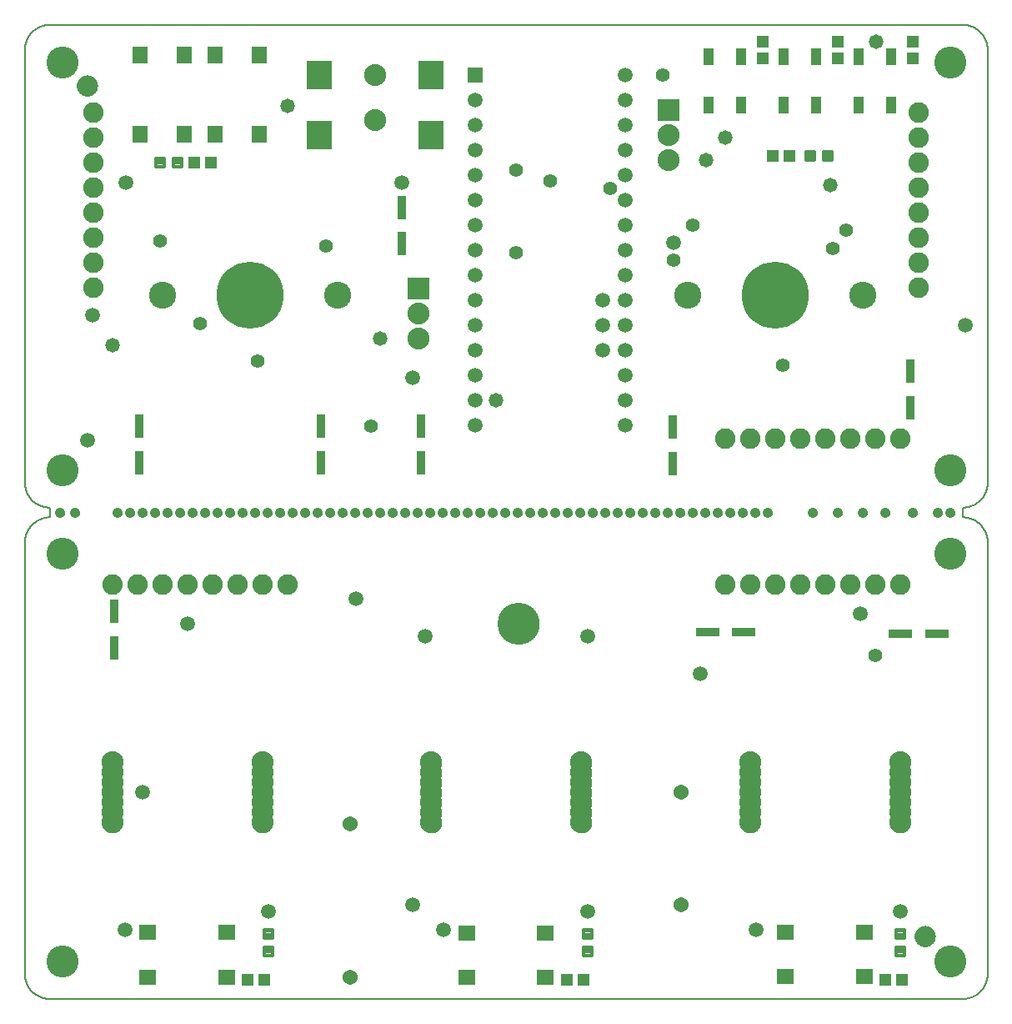
<source format=gts>
G75*
%MOIN*%
%OFA0B0*%
%FSLAX25Y25*%
%IPPOS*%
%LPD*%
%AMOC8*
5,1,8,0,0,1.08239X$1,22.5*
%
%ADD10C,0.00000*%
%ADD11C,0.12800*%
%ADD12C,0.00600*%
%ADD13C,0.04200*%
%ADD14R,0.05950X0.05950*%
%ADD15C,0.05950*%
%ADD16R,0.10249X0.11824*%
%ADD17C,0.08800*%
%ADD18C,0.08200*%
%ADD19C,0.26800*%
%ADD20C,0.10800*%
%ADD21R,0.03359X0.09461*%
%ADD22R,0.09050X0.09050*%
%ADD23C,0.01421*%
%ADD24R,0.05131X0.04737*%
%ADD25R,0.04343X0.06706*%
%ADD26R,0.04737X0.05131*%
%ADD27R,0.09461X0.03359*%
%ADD28C,0.16800*%
%ADD29R,0.06902X0.05918*%
%ADD30R,0.05918X0.06902*%
%ADD31C,0.00500*%
%ADD32C,0.05550*%
%ADD33C,0.05820*%
%ADD34C,0.05600*%
%ADD35C,0.05900*%
%ADD36C,0.06050*%
D10*
X0012000Y0016548D02*
X0012002Y0016702D01*
X0012008Y0016857D01*
X0012018Y0017011D01*
X0012032Y0017165D01*
X0012050Y0017318D01*
X0012071Y0017471D01*
X0012097Y0017624D01*
X0012127Y0017775D01*
X0012160Y0017926D01*
X0012198Y0018076D01*
X0012239Y0018225D01*
X0012284Y0018373D01*
X0012333Y0018519D01*
X0012386Y0018665D01*
X0012442Y0018808D01*
X0012502Y0018951D01*
X0012566Y0019091D01*
X0012633Y0019231D01*
X0012704Y0019368D01*
X0012778Y0019503D01*
X0012856Y0019637D01*
X0012937Y0019768D01*
X0013022Y0019897D01*
X0013110Y0020025D01*
X0013201Y0020149D01*
X0013295Y0020272D01*
X0013393Y0020392D01*
X0013493Y0020509D01*
X0013597Y0020624D01*
X0013703Y0020736D01*
X0013812Y0020845D01*
X0013924Y0020951D01*
X0014039Y0021055D01*
X0014156Y0021155D01*
X0014276Y0021253D01*
X0014399Y0021347D01*
X0014523Y0021438D01*
X0014651Y0021526D01*
X0014780Y0021611D01*
X0014911Y0021692D01*
X0015045Y0021770D01*
X0015180Y0021844D01*
X0015317Y0021915D01*
X0015457Y0021982D01*
X0015597Y0022046D01*
X0015740Y0022106D01*
X0015883Y0022162D01*
X0016029Y0022215D01*
X0016175Y0022264D01*
X0016323Y0022309D01*
X0016472Y0022350D01*
X0016622Y0022388D01*
X0016773Y0022421D01*
X0016924Y0022451D01*
X0017077Y0022477D01*
X0017230Y0022498D01*
X0017383Y0022516D01*
X0017537Y0022530D01*
X0017691Y0022540D01*
X0017846Y0022546D01*
X0018000Y0022548D01*
X0018154Y0022546D01*
X0018309Y0022540D01*
X0018463Y0022530D01*
X0018617Y0022516D01*
X0018770Y0022498D01*
X0018923Y0022477D01*
X0019076Y0022451D01*
X0019227Y0022421D01*
X0019378Y0022388D01*
X0019528Y0022350D01*
X0019677Y0022309D01*
X0019825Y0022264D01*
X0019971Y0022215D01*
X0020117Y0022162D01*
X0020260Y0022106D01*
X0020403Y0022046D01*
X0020543Y0021982D01*
X0020683Y0021915D01*
X0020820Y0021844D01*
X0020955Y0021770D01*
X0021089Y0021692D01*
X0021220Y0021611D01*
X0021349Y0021526D01*
X0021477Y0021438D01*
X0021601Y0021347D01*
X0021724Y0021253D01*
X0021844Y0021155D01*
X0021961Y0021055D01*
X0022076Y0020951D01*
X0022188Y0020845D01*
X0022297Y0020736D01*
X0022403Y0020624D01*
X0022507Y0020509D01*
X0022607Y0020392D01*
X0022705Y0020272D01*
X0022799Y0020149D01*
X0022890Y0020025D01*
X0022978Y0019897D01*
X0023063Y0019768D01*
X0023144Y0019637D01*
X0023222Y0019503D01*
X0023296Y0019368D01*
X0023367Y0019231D01*
X0023434Y0019091D01*
X0023498Y0018951D01*
X0023558Y0018808D01*
X0023614Y0018665D01*
X0023667Y0018519D01*
X0023716Y0018373D01*
X0023761Y0018225D01*
X0023802Y0018076D01*
X0023840Y0017926D01*
X0023873Y0017775D01*
X0023903Y0017624D01*
X0023929Y0017471D01*
X0023950Y0017318D01*
X0023968Y0017165D01*
X0023982Y0017011D01*
X0023992Y0016857D01*
X0023998Y0016702D01*
X0024000Y0016548D01*
X0023998Y0016394D01*
X0023992Y0016239D01*
X0023982Y0016085D01*
X0023968Y0015931D01*
X0023950Y0015778D01*
X0023929Y0015625D01*
X0023903Y0015472D01*
X0023873Y0015321D01*
X0023840Y0015170D01*
X0023802Y0015020D01*
X0023761Y0014871D01*
X0023716Y0014723D01*
X0023667Y0014577D01*
X0023614Y0014431D01*
X0023558Y0014288D01*
X0023498Y0014145D01*
X0023434Y0014005D01*
X0023367Y0013865D01*
X0023296Y0013728D01*
X0023222Y0013593D01*
X0023144Y0013459D01*
X0023063Y0013328D01*
X0022978Y0013199D01*
X0022890Y0013071D01*
X0022799Y0012947D01*
X0022705Y0012824D01*
X0022607Y0012704D01*
X0022507Y0012587D01*
X0022403Y0012472D01*
X0022297Y0012360D01*
X0022188Y0012251D01*
X0022076Y0012145D01*
X0021961Y0012041D01*
X0021844Y0011941D01*
X0021724Y0011843D01*
X0021601Y0011749D01*
X0021477Y0011658D01*
X0021349Y0011570D01*
X0021220Y0011485D01*
X0021089Y0011404D01*
X0020955Y0011326D01*
X0020820Y0011252D01*
X0020683Y0011181D01*
X0020543Y0011114D01*
X0020403Y0011050D01*
X0020260Y0010990D01*
X0020117Y0010934D01*
X0019971Y0010881D01*
X0019825Y0010832D01*
X0019677Y0010787D01*
X0019528Y0010746D01*
X0019378Y0010708D01*
X0019227Y0010675D01*
X0019076Y0010645D01*
X0018923Y0010619D01*
X0018770Y0010598D01*
X0018617Y0010580D01*
X0018463Y0010566D01*
X0018309Y0010556D01*
X0018154Y0010550D01*
X0018000Y0010548D01*
X0017846Y0010550D01*
X0017691Y0010556D01*
X0017537Y0010566D01*
X0017383Y0010580D01*
X0017230Y0010598D01*
X0017077Y0010619D01*
X0016924Y0010645D01*
X0016773Y0010675D01*
X0016622Y0010708D01*
X0016472Y0010746D01*
X0016323Y0010787D01*
X0016175Y0010832D01*
X0016029Y0010881D01*
X0015883Y0010934D01*
X0015740Y0010990D01*
X0015597Y0011050D01*
X0015457Y0011114D01*
X0015317Y0011181D01*
X0015180Y0011252D01*
X0015045Y0011326D01*
X0014911Y0011404D01*
X0014780Y0011485D01*
X0014651Y0011570D01*
X0014523Y0011658D01*
X0014399Y0011749D01*
X0014276Y0011843D01*
X0014156Y0011941D01*
X0014039Y0012041D01*
X0013924Y0012145D01*
X0013812Y0012251D01*
X0013703Y0012360D01*
X0013597Y0012472D01*
X0013493Y0012587D01*
X0013393Y0012704D01*
X0013295Y0012824D01*
X0013201Y0012947D01*
X0013110Y0013071D01*
X0013022Y0013199D01*
X0012937Y0013328D01*
X0012856Y0013459D01*
X0012778Y0013593D01*
X0012704Y0013728D01*
X0012633Y0013865D01*
X0012566Y0014005D01*
X0012502Y0014145D01*
X0012442Y0014288D01*
X0012386Y0014431D01*
X0012333Y0014577D01*
X0012284Y0014723D01*
X0012239Y0014871D01*
X0012198Y0015020D01*
X0012160Y0015170D01*
X0012127Y0015321D01*
X0012097Y0015472D01*
X0012071Y0015625D01*
X0012050Y0015778D01*
X0012032Y0015931D01*
X0012018Y0016085D01*
X0012008Y0016239D01*
X0012002Y0016394D01*
X0012000Y0016548D01*
X0034000Y0072048D02*
X0034002Y0072174D01*
X0034008Y0072300D01*
X0034018Y0072426D01*
X0034032Y0072552D01*
X0034050Y0072677D01*
X0034072Y0072801D01*
X0034097Y0072925D01*
X0034127Y0073048D01*
X0034160Y0073169D01*
X0034198Y0073290D01*
X0034239Y0073409D01*
X0034284Y0073528D01*
X0034332Y0073644D01*
X0034384Y0073759D01*
X0034440Y0073872D01*
X0034500Y0073984D01*
X0034563Y0074093D01*
X0034629Y0074201D01*
X0034698Y0074306D01*
X0034771Y0074409D01*
X0034848Y0074510D01*
X0034927Y0074608D01*
X0035009Y0074704D01*
X0035095Y0074797D01*
X0035183Y0074888D01*
X0035274Y0074975D01*
X0035368Y0075060D01*
X0035464Y0075141D01*
X0035563Y0075220D01*
X0035664Y0075295D01*
X0035768Y0075367D01*
X0035874Y0075436D01*
X0035982Y0075502D01*
X0036092Y0075564D01*
X0036204Y0075622D01*
X0036317Y0075677D01*
X0036433Y0075728D01*
X0036550Y0075776D01*
X0036668Y0075820D01*
X0036788Y0075860D01*
X0036909Y0075896D01*
X0037031Y0075929D01*
X0037154Y0075958D01*
X0037278Y0075982D01*
X0037402Y0076003D01*
X0037527Y0076020D01*
X0037653Y0076033D01*
X0037779Y0076042D01*
X0037905Y0076047D01*
X0038032Y0076048D01*
X0038158Y0076045D01*
X0038284Y0076038D01*
X0038410Y0076027D01*
X0038535Y0076012D01*
X0038660Y0075993D01*
X0038784Y0075970D01*
X0038908Y0075944D01*
X0039030Y0075913D01*
X0039152Y0075879D01*
X0039272Y0075840D01*
X0039391Y0075798D01*
X0039509Y0075753D01*
X0039625Y0075703D01*
X0039740Y0075650D01*
X0039852Y0075593D01*
X0039963Y0075533D01*
X0040072Y0075469D01*
X0040179Y0075402D01*
X0040284Y0075332D01*
X0040387Y0075258D01*
X0040487Y0075181D01*
X0040585Y0075101D01*
X0040680Y0075018D01*
X0040772Y0074932D01*
X0040862Y0074843D01*
X0040949Y0074751D01*
X0041032Y0074657D01*
X0041113Y0074560D01*
X0041191Y0074460D01*
X0041266Y0074358D01*
X0041337Y0074254D01*
X0041405Y0074147D01*
X0041469Y0074039D01*
X0041530Y0073928D01*
X0041588Y0073816D01*
X0041642Y0073702D01*
X0041692Y0073586D01*
X0041739Y0073469D01*
X0041782Y0073350D01*
X0041821Y0073230D01*
X0041857Y0073109D01*
X0041888Y0072986D01*
X0041916Y0072863D01*
X0041940Y0072739D01*
X0041960Y0072614D01*
X0041976Y0072489D01*
X0041988Y0072363D01*
X0041996Y0072237D01*
X0042000Y0072111D01*
X0042000Y0071985D01*
X0041996Y0071859D01*
X0041988Y0071733D01*
X0041976Y0071607D01*
X0041960Y0071482D01*
X0041940Y0071357D01*
X0041916Y0071233D01*
X0041888Y0071110D01*
X0041857Y0070987D01*
X0041821Y0070866D01*
X0041782Y0070746D01*
X0041739Y0070627D01*
X0041692Y0070510D01*
X0041642Y0070394D01*
X0041588Y0070280D01*
X0041530Y0070168D01*
X0041469Y0070057D01*
X0041405Y0069949D01*
X0041337Y0069842D01*
X0041266Y0069738D01*
X0041191Y0069636D01*
X0041113Y0069536D01*
X0041032Y0069439D01*
X0040949Y0069345D01*
X0040862Y0069253D01*
X0040772Y0069164D01*
X0040680Y0069078D01*
X0040585Y0068995D01*
X0040487Y0068915D01*
X0040387Y0068838D01*
X0040284Y0068764D01*
X0040179Y0068694D01*
X0040072Y0068627D01*
X0039963Y0068563D01*
X0039852Y0068503D01*
X0039740Y0068446D01*
X0039625Y0068393D01*
X0039509Y0068343D01*
X0039391Y0068298D01*
X0039272Y0068256D01*
X0039152Y0068217D01*
X0039030Y0068183D01*
X0038908Y0068152D01*
X0038784Y0068126D01*
X0038660Y0068103D01*
X0038535Y0068084D01*
X0038410Y0068069D01*
X0038284Y0068058D01*
X0038158Y0068051D01*
X0038032Y0068048D01*
X0037905Y0068049D01*
X0037779Y0068054D01*
X0037653Y0068063D01*
X0037527Y0068076D01*
X0037402Y0068093D01*
X0037278Y0068114D01*
X0037154Y0068138D01*
X0037031Y0068167D01*
X0036909Y0068200D01*
X0036788Y0068236D01*
X0036668Y0068276D01*
X0036550Y0068320D01*
X0036433Y0068368D01*
X0036317Y0068419D01*
X0036204Y0068474D01*
X0036092Y0068532D01*
X0035982Y0068594D01*
X0035874Y0068660D01*
X0035768Y0068729D01*
X0035664Y0068801D01*
X0035563Y0068876D01*
X0035464Y0068955D01*
X0035368Y0069036D01*
X0035274Y0069121D01*
X0035183Y0069208D01*
X0035095Y0069299D01*
X0035009Y0069392D01*
X0034927Y0069488D01*
X0034848Y0069586D01*
X0034771Y0069687D01*
X0034698Y0069790D01*
X0034629Y0069895D01*
X0034563Y0070003D01*
X0034500Y0070112D01*
X0034440Y0070224D01*
X0034384Y0070337D01*
X0034332Y0070452D01*
X0034284Y0070568D01*
X0034239Y0070687D01*
X0034198Y0070806D01*
X0034160Y0070927D01*
X0034127Y0071048D01*
X0034097Y0071171D01*
X0034072Y0071295D01*
X0034050Y0071419D01*
X0034032Y0071544D01*
X0034018Y0071670D01*
X0034008Y0071796D01*
X0034002Y0071922D01*
X0034000Y0072048D01*
X0034000Y0076048D02*
X0034002Y0076174D01*
X0034008Y0076300D01*
X0034018Y0076426D01*
X0034032Y0076552D01*
X0034050Y0076677D01*
X0034072Y0076801D01*
X0034097Y0076925D01*
X0034127Y0077048D01*
X0034160Y0077169D01*
X0034198Y0077290D01*
X0034239Y0077409D01*
X0034284Y0077528D01*
X0034332Y0077644D01*
X0034384Y0077759D01*
X0034440Y0077872D01*
X0034500Y0077984D01*
X0034563Y0078093D01*
X0034629Y0078201D01*
X0034698Y0078306D01*
X0034771Y0078409D01*
X0034848Y0078510D01*
X0034927Y0078608D01*
X0035009Y0078704D01*
X0035095Y0078797D01*
X0035183Y0078888D01*
X0035274Y0078975D01*
X0035368Y0079060D01*
X0035464Y0079141D01*
X0035563Y0079220D01*
X0035664Y0079295D01*
X0035768Y0079367D01*
X0035874Y0079436D01*
X0035982Y0079502D01*
X0036092Y0079564D01*
X0036204Y0079622D01*
X0036317Y0079677D01*
X0036433Y0079728D01*
X0036550Y0079776D01*
X0036668Y0079820D01*
X0036788Y0079860D01*
X0036909Y0079896D01*
X0037031Y0079929D01*
X0037154Y0079958D01*
X0037278Y0079982D01*
X0037402Y0080003D01*
X0037527Y0080020D01*
X0037653Y0080033D01*
X0037779Y0080042D01*
X0037905Y0080047D01*
X0038032Y0080048D01*
X0038158Y0080045D01*
X0038284Y0080038D01*
X0038410Y0080027D01*
X0038535Y0080012D01*
X0038660Y0079993D01*
X0038784Y0079970D01*
X0038908Y0079944D01*
X0039030Y0079913D01*
X0039152Y0079879D01*
X0039272Y0079840D01*
X0039391Y0079798D01*
X0039509Y0079753D01*
X0039625Y0079703D01*
X0039740Y0079650D01*
X0039852Y0079593D01*
X0039963Y0079533D01*
X0040072Y0079469D01*
X0040179Y0079402D01*
X0040284Y0079332D01*
X0040387Y0079258D01*
X0040487Y0079181D01*
X0040585Y0079101D01*
X0040680Y0079018D01*
X0040772Y0078932D01*
X0040862Y0078843D01*
X0040949Y0078751D01*
X0041032Y0078657D01*
X0041113Y0078560D01*
X0041191Y0078460D01*
X0041266Y0078358D01*
X0041337Y0078254D01*
X0041405Y0078147D01*
X0041469Y0078039D01*
X0041530Y0077928D01*
X0041588Y0077816D01*
X0041642Y0077702D01*
X0041692Y0077586D01*
X0041739Y0077469D01*
X0041782Y0077350D01*
X0041821Y0077230D01*
X0041857Y0077109D01*
X0041888Y0076986D01*
X0041916Y0076863D01*
X0041940Y0076739D01*
X0041960Y0076614D01*
X0041976Y0076489D01*
X0041988Y0076363D01*
X0041996Y0076237D01*
X0042000Y0076111D01*
X0042000Y0075985D01*
X0041996Y0075859D01*
X0041988Y0075733D01*
X0041976Y0075607D01*
X0041960Y0075482D01*
X0041940Y0075357D01*
X0041916Y0075233D01*
X0041888Y0075110D01*
X0041857Y0074987D01*
X0041821Y0074866D01*
X0041782Y0074746D01*
X0041739Y0074627D01*
X0041692Y0074510D01*
X0041642Y0074394D01*
X0041588Y0074280D01*
X0041530Y0074168D01*
X0041469Y0074057D01*
X0041405Y0073949D01*
X0041337Y0073842D01*
X0041266Y0073738D01*
X0041191Y0073636D01*
X0041113Y0073536D01*
X0041032Y0073439D01*
X0040949Y0073345D01*
X0040862Y0073253D01*
X0040772Y0073164D01*
X0040680Y0073078D01*
X0040585Y0072995D01*
X0040487Y0072915D01*
X0040387Y0072838D01*
X0040284Y0072764D01*
X0040179Y0072694D01*
X0040072Y0072627D01*
X0039963Y0072563D01*
X0039852Y0072503D01*
X0039740Y0072446D01*
X0039625Y0072393D01*
X0039509Y0072343D01*
X0039391Y0072298D01*
X0039272Y0072256D01*
X0039152Y0072217D01*
X0039030Y0072183D01*
X0038908Y0072152D01*
X0038784Y0072126D01*
X0038660Y0072103D01*
X0038535Y0072084D01*
X0038410Y0072069D01*
X0038284Y0072058D01*
X0038158Y0072051D01*
X0038032Y0072048D01*
X0037905Y0072049D01*
X0037779Y0072054D01*
X0037653Y0072063D01*
X0037527Y0072076D01*
X0037402Y0072093D01*
X0037278Y0072114D01*
X0037154Y0072138D01*
X0037031Y0072167D01*
X0036909Y0072200D01*
X0036788Y0072236D01*
X0036668Y0072276D01*
X0036550Y0072320D01*
X0036433Y0072368D01*
X0036317Y0072419D01*
X0036204Y0072474D01*
X0036092Y0072532D01*
X0035982Y0072594D01*
X0035874Y0072660D01*
X0035768Y0072729D01*
X0035664Y0072801D01*
X0035563Y0072876D01*
X0035464Y0072955D01*
X0035368Y0073036D01*
X0035274Y0073121D01*
X0035183Y0073208D01*
X0035095Y0073299D01*
X0035009Y0073392D01*
X0034927Y0073488D01*
X0034848Y0073586D01*
X0034771Y0073687D01*
X0034698Y0073790D01*
X0034629Y0073895D01*
X0034563Y0074003D01*
X0034500Y0074112D01*
X0034440Y0074224D01*
X0034384Y0074337D01*
X0034332Y0074452D01*
X0034284Y0074568D01*
X0034239Y0074687D01*
X0034198Y0074806D01*
X0034160Y0074927D01*
X0034127Y0075048D01*
X0034097Y0075171D01*
X0034072Y0075295D01*
X0034050Y0075419D01*
X0034032Y0075544D01*
X0034018Y0075670D01*
X0034008Y0075796D01*
X0034002Y0075922D01*
X0034000Y0076048D01*
X0034000Y0080048D02*
X0034002Y0080174D01*
X0034008Y0080300D01*
X0034018Y0080426D01*
X0034032Y0080552D01*
X0034050Y0080677D01*
X0034072Y0080801D01*
X0034097Y0080925D01*
X0034127Y0081048D01*
X0034160Y0081169D01*
X0034198Y0081290D01*
X0034239Y0081409D01*
X0034284Y0081528D01*
X0034332Y0081644D01*
X0034384Y0081759D01*
X0034440Y0081872D01*
X0034500Y0081984D01*
X0034563Y0082093D01*
X0034629Y0082201D01*
X0034698Y0082306D01*
X0034771Y0082409D01*
X0034848Y0082510D01*
X0034927Y0082608D01*
X0035009Y0082704D01*
X0035095Y0082797D01*
X0035183Y0082888D01*
X0035274Y0082975D01*
X0035368Y0083060D01*
X0035464Y0083141D01*
X0035563Y0083220D01*
X0035664Y0083295D01*
X0035768Y0083367D01*
X0035874Y0083436D01*
X0035982Y0083502D01*
X0036092Y0083564D01*
X0036204Y0083622D01*
X0036317Y0083677D01*
X0036433Y0083728D01*
X0036550Y0083776D01*
X0036668Y0083820D01*
X0036788Y0083860D01*
X0036909Y0083896D01*
X0037031Y0083929D01*
X0037154Y0083958D01*
X0037278Y0083982D01*
X0037402Y0084003D01*
X0037527Y0084020D01*
X0037653Y0084033D01*
X0037779Y0084042D01*
X0037905Y0084047D01*
X0038032Y0084048D01*
X0038158Y0084045D01*
X0038284Y0084038D01*
X0038410Y0084027D01*
X0038535Y0084012D01*
X0038660Y0083993D01*
X0038784Y0083970D01*
X0038908Y0083944D01*
X0039030Y0083913D01*
X0039152Y0083879D01*
X0039272Y0083840D01*
X0039391Y0083798D01*
X0039509Y0083753D01*
X0039625Y0083703D01*
X0039740Y0083650D01*
X0039852Y0083593D01*
X0039963Y0083533D01*
X0040072Y0083469D01*
X0040179Y0083402D01*
X0040284Y0083332D01*
X0040387Y0083258D01*
X0040487Y0083181D01*
X0040585Y0083101D01*
X0040680Y0083018D01*
X0040772Y0082932D01*
X0040862Y0082843D01*
X0040949Y0082751D01*
X0041032Y0082657D01*
X0041113Y0082560D01*
X0041191Y0082460D01*
X0041266Y0082358D01*
X0041337Y0082254D01*
X0041405Y0082147D01*
X0041469Y0082039D01*
X0041530Y0081928D01*
X0041588Y0081816D01*
X0041642Y0081702D01*
X0041692Y0081586D01*
X0041739Y0081469D01*
X0041782Y0081350D01*
X0041821Y0081230D01*
X0041857Y0081109D01*
X0041888Y0080986D01*
X0041916Y0080863D01*
X0041940Y0080739D01*
X0041960Y0080614D01*
X0041976Y0080489D01*
X0041988Y0080363D01*
X0041996Y0080237D01*
X0042000Y0080111D01*
X0042000Y0079985D01*
X0041996Y0079859D01*
X0041988Y0079733D01*
X0041976Y0079607D01*
X0041960Y0079482D01*
X0041940Y0079357D01*
X0041916Y0079233D01*
X0041888Y0079110D01*
X0041857Y0078987D01*
X0041821Y0078866D01*
X0041782Y0078746D01*
X0041739Y0078627D01*
X0041692Y0078510D01*
X0041642Y0078394D01*
X0041588Y0078280D01*
X0041530Y0078168D01*
X0041469Y0078057D01*
X0041405Y0077949D01*
X0041337Y0077842D01*
X0041266Y0077738D01*
X0041191Y0077636D01*
X0041113Y0077536D01*
X0041032Y0077439D01*
X0040949Y0077345D01*
X0040862Y0077253D01*
X0040772Y0077164D01*
X0040680Y0077078D01*
X0040585Y0076995D01*
X0040487Y0076915D01*
X0040387Y0076838D01*
X0040284Y0076764D01*
X0040179Y0076694D01*
X0040072Y0076627D01*
X0039963Y0076563D01*
X0039852Y0076503D01*
X0039740Y0076446D01*
X0039625Y0076393D01*
X0039509Y0076343D01*
X0039391Y0076298D01*
X0039272Y0076256D01*
X0039152Y0076217D01*
X0039030Y0076183D01*
X0038908Y0076152D01*
X0038784Y0076126D01*
X0038660Y0076103D01*
X0038535Y0076084D01*
X0038410Y0076069D01*
X0038284Y0076058D01*
X0038158Y0076051D01*
X0038032Y0076048D01*
X0037905Y0076049D01*
X0037779Y0076054D01*
X0037653Y0076063D01*
X0037527Y0076076D01*
X0037402Y0076093D01*
X0037278Y0076114D01*
X0037154Y0076138D01*
X0037031Y0076167D01*
X0036909Y0076200D01*
X0036788Y0076236D01*
X0036668Y0076276D01*
X0036550Y0076320D01*
X0036433Y0076368D01*
X0036317Y0076419D01*
X0036204Y0076474D01*
X0036092Y0076532D01*
X0035982Y0076594D01*
X0035874Y0076660D01*
X0035768Y0076729D01*
X0035664Y0076801D01*
X0035563Y0076876D01*
X0035464Y0076955D01*
X0035368Y0077036D01*
X0035274Y0077121D01*
X0035183Y0077208D01*
X0035095Y0077299D01*
X0035009Y0077392D01*
X0034927Y0077488D01*
X0034848Y0077586D01*
X0034771Y0077687D01*
X0034698Y0077790D01*
X0034629Y0077895D01*
X0034563Y0078003D01*
X0034500Y0078112D01*
X0034440Y0078224D01*
X0034384Y0078337D01*
X0034332Y0078452D01*
X0034284Y0078568D01*
X0034239Y0078687D01*
X0034198Y0078806D01*
X0034160Y0078927D01*
X0034127Y0079048D01*
X0034097Y0079171D01*
X0034072Y0079295D01*
X0034050Y0079419D01*
X0034032Y0079544D01*
X0034018Y0079670D01*
X0034008Y0079796D01*
X0034002Y0079922D01*
X0034000Y0080048D01*
X0034000Y0084048D02*
X0034002Y0084174D01*
X0034008Y0084300D01*
X0034018Y0084426D01*
X0034032Y0084552D01*
X0034050Y0084677D01*
X0034072Y0084801D01*
X0034097Y0084925D01*
X0034127Y0085048D01*
X0034160Y0085169D01*
X0034198Y0085290D01*
X0034239Y0085409D01*
X0034284Y0085528D01*
X0034332Y0085644D01*
X0034384Y0085759D01*
X0034440Y0085872D01*
X0034500Y0085984D01*
X0034563Y0086093D01*
X0034629Y0086201D01*
X0034698Y0086306D01*
X0034771Y0086409D01*
X0034848Y0086510D01*
X0034927Y0086608D01*
X0035009Y0086704D01*
X0035095Y0086797D01*
X0035183Y0086888D01*
X0035274Y0086975D01*
X0035368Y0087060D01*
X0035464Y0087141D01*
X0035563Y0087220D01*
X0035664Y0087295D01*
X0035768Y0087367D01*
X0035874Y0087436D01*
X0035982Y0087502D01*
X0036092Y0087564D01*
X0036204Y0087622D01*
X0036317Y0087677D01*
X0036433Y0087728D01*
X0036550Y0087776D01*
X0036668Y0087820D01*
X0036788Y0087860D01*
X0036909Y0087896D01*
X0037031Y0087929D01*
X0037154Y0087958D01*
X0037278Y0087982D01*
X0037402Y0088003D01*
X0037527Y0088020D01*
X0037653Y0088033D01*
X0037779Y0088042D01*
X0037905Y0088047D01*
X0038032Y0088048D01*
X0038158Y0088045D01*
X0038284Y0088038D01*
X0038410Y0088027D01*
X0038535Y0088012D01*
X0038660Y0087993D01*
X0038784Y0087970D01*
X0038908Y0087944D01*
X0039030Y0087913D01*
X0039152Y0087879D01*
X0039272Y0087840D01*
X0039391Y0087798D01*
X0039509Y0087753D01*
X0039625Y0087703D01*
X0039740Y0087650D01*
X0039852Y0087593D01*
X0039963Y0087533D01*
X0040072Y0087469D01*
X0040179Y0087402D01*
X0040284Y0087332D01*
X0040387Y0087258D01*
X0040487Y0087181D01*
X0040585Y0087101D01*
X0040680Y0087018D01*
X0040772Y0086932D01*
X0040862Y0086843D01*
X0040949Y0086751D01*
X0041032Y0086657D01*
X0041113Y0086560D01*
X0041191Y0086460D01*
X0041266Y0086358D01*
X0041337Y0086254D01*
X0041405Y0086147D01*
X0041469Y0086039D01*
X0041530Y0085928D01*
X0041588Y0085816D01*
X0041642Y0085702D01*
X0041692Y0085586D01*
X0041739Y0085469D01*
X0041782Y0085350D01*
X0041821Y0085230D01*
X0041857Y0085109D01*
X0041888Y0084986D01*
X0041916Y0084863D01*
X0041940Y0084739D01*
X0041960Y0084614D01*
X0041976Y0084489D01*
X0041988Y0084363D01*
X0041996Y0084237D01*
X0042000Y0084111D01*
X0042000Y0083985D01*
X0041996Y0083859D01*
X0041988Y0083733D01*
X0041976Y0083607D01*
X0041960Y0083482D01*
X0041940Y0083357D01*
X0041916Y0083233D01*
X0041888Y0083110D01*
X0041857Y0082987D01*
X0041821Y0082866D01*
X0041782Y0082746D01*
X0041739Y0082627D01*
X0041692Y0082510D01*
X0041642Y0082394D01*
X0041588Y0082280D01*
X0041530Y0082168D01*
X0041469Y0082057D01*
X0041405Y0081949D01*
X0041337Y0081842D01*
X0041266Y0081738D01*
X0041191Y0081636D01*
X0041113Y0081536D01*
X0041032Y0081439D01*
X0040949Y0081345D01*
X0040862Y0081253D01*
X0040772Y0081164D01*
X0040680Y0081078D01*
X0040585Y0080995D01*
X0040487Y0080915D01*
X0040387Y0080838D01*
X0040284Y0080764D01*
X0040179Y0080694D01*
X0040072Y0080627D01*
X0039963Y0080563D01*
X0039852Y0080503D01*
X0039740Y0080446D01*
X0039625Y0080393D01*
X0039509Y0080343D01*
X0039391Y0080298D01*
X0039272Y0080256D01*
X0039152Y0080217D01*
X0039030Y0080183D01*
X0038908Y0080152D01*
X0038784Y0080126D01*
X0038660Y0080103D01*
X0038535Y0080084D01*
X0038410Y0080069D01*
X0038284Y0080058D01*
X0038158Y0080051D01*
X0038032Y0080048D01*
X0037905Y0080049D01*
X0037779Y0080054D01*
X0037653Y0080063D01*
X0037527Y0080076D01*
X0037402Y0080093D01*
X0037278Y0080114D01*
X0037154Y0080138D01*
X0037031Y0080167D01*
X0036909Y0080200D01*
X0036788Y0080236D01*
X0036668Y0080276D01*
X0036550Y0080320D01*
X0036433Y0080368D01*
X0036317Y0080419D01*
X0036204Y0080474D01*
X0036092Y0080532D01*
X0035982Y0080594D01*
X0035874Y0080660D01*
X0035768Y0080729D01*
X0035664Y0080801D01*
X0035563Y0080876D01*
X0035464Y0080955D01*
X0035368Y0081036D01*
X0035274Y0081121D01*
X0035183Y0081208D01*
X0035095Y0081299D01*
X0035009Y0081392D01*
X0034927Y0081488D01*
X0034848Y0081586D01*
X0034771Y0081687D01*
X0034698Y0081790D01*
X0034629Y0081895D01*
X0034563Y0082003D01*
X0034500Y0082112D01*
X0034440Y0082224D01*
X0034384Y0082337D01*
X0034332Y0082452D01*
X0034284Y0082568D01*
X0034239Y0082687D01*
X0034198Y0082806D01*
X0034160Y0082927D01*
X0034127Y0083048D01*
X0034097Y0083171D01*
X0034072Y0083295D01*
X0034050Y0083419D01*
X0034032Y0083544D01*
X0034018Y0083670D01*
X0034008Y0083796D01*
X0034002Y0083922D01*
X0034000Y0084048D01*
X0034000Y0088048D02*
X0034002Y0088174D01*
X0034008Y0088300D01*
X0034018Y0088426D01*
X0034032Y0088552D01*
X0034050Y0088677D01*
X0034072Y0088801D01*
X0034097Y0088925D01*
X0034127Y0089048D01*
X0034160Y0089169D01*
X0034198Y0089290D01*
X0034239Y0089409D01*
X0034284Y0089528D01*
X0034332Y0089644D01*
X0034384Y0089759D01*
X0034440Y0089872D01*
X0034500Y0089984D01*
X0034563Y0090093D01*
X0034629Y0090201D01*
X0034698Y0090306D01*
X0034771Y0090409D01*
X0034848Y0090510D01*
X0034927Y0090608D01*
X0035009Y0090704D01*
X0035095Y0090797D01*
X0035183Y0090888D01*
X0035274Y0090975D01*
X0035368Y0091060D01*
X0035464Y0091141D01*
X0035563Y0091220D01*
X0035664Y0091295D01*
X0035768Y0091367D01*
X0035874Y0091436D01*
X0035982Y0091502D01*
X0036092Y0091564D01*
X0036204Y0091622D01*
X0036317Y0091677D01*
X0036433Y0091728D01*
X0036550Y0091776D01*
X0036668Y0091820D01*
X0036788Y0091860D01*
X0036909Y0091896D01*
X0037031Y0091929D01*
X0037154Y0091958D01*
X0037278Y0091982D01*
X0037402Y0092003D01*
X0037527Y0092020D01*
X0037653Y0092033D01*
X0037779Y0092042D01*
X0037905Y0092047D01*
X0038032Y0092048D01*
X0038158Y0092045D01*
X0038284Y0092038D01*
X0038410Y0092027D01*
X0038535Y0092012D01*
X0038660Y0091993D01*
X0038784Y0091970D01*
X0038908Y0091944D01*
X0039030Y0091913D01*
X0039152Y0091879D01*
X0039272Y0091840D01*
X0039391Y0091798D01*
X0039509Y0091753D01*
X0039625Y0091703D01*
X0039740Y0091650D01*
X0039852Y0091593D01*
X0039963Y0091533D01*
X0040072Y0091469D01*
X0040179Y0091402D01*
X0040284Y0091332D01*
X0040387Y0091258D01*
X0040487Y0091181D01*
X0040585Y0091101D01*
X0040680Y0091018D01*
X0040772Y0090932D01*
X0040862Y0090843D01*
X0040949Y0090751D01*
X0041032Y0090657D01*
X0041113Y0090560D01*
X0041191Y0090460D01*
X0041266Y0090358D01*
X0041337Y0090254D01*
X0041405Y0090147D01*
X0041469Y0090039D01*
X0041530Y0089928D01*
X0041588Y0089816D01*
X0041642Y0089702D01*
X0041692Y0089586D01*
X0041739Y0089469D01*
X0041782Y0089350D01*
X0041821Y0089230D01*
X0041857Y0089109D01*
X0041888Y0088986D01*
X0041916Y0088863D01*
X0041940Y0088739D01*
X0041960Y0088614D01*
X0041976Y0088489D01*
X0041988Y0088363D01*
X0041996Y0088237D01*
X0042000Y0088111D01*
X0042000Y0087985D01*
X0041996Y0087859D01*
X0041988Y0087733D01*
X0041976Y0087607D01*
X0041960Y0087482D01*
X0041940Y0087357D01*
X0041916Y0087233D01*
X0041888Y0087110D01*
X0041857Y0086987D01*
X0041821Y0086866D01*
X0041782Y0086746D01*
X0041739Y0086627D01*
X0041692Y0086510D01*
X0041642Y0086394D01*
X0041588Y0086280D01*
X0041530Y0086168D01*
X0041469Y0086057D01*
X0041405Y0085949D01*
X0041337Y0085842D01*
X0041266Y0085738D01*
X0041191Y0085636D01*
X0041113Y0085536D01*
X0041032Y0085439D01*
X0040949Y0085345D01*
X0040862Y0085253D01*
X0040772Y0085164D01*
X0040680Y0085078D01*
X0040585Y0084995D01*
X0040487Y0084915D01*
X0040387Y0084838D01*
X0040284Y0084764D01*
X0040179Y0084694D01*
X0040072Y0084627D01*
X0039963Y0084563D01*
X0039852Y0084503D01*
X0039740Y0084446D01*
X0039625Y0084393D01*
X0039509Y0084343D01*
X0039391Y0084298D01*
X0039272Y0084256D01*
X0039152Y0084217D01*
X0039030Y0084183D01*
X0038908Y0084152D01*
X0038784Y0084126D01*
X0038660Y0084103D01*
X0038535Y0084084D01*
X0038410Y0084069D01*
X0038284Y0084058D01*
X0038158Y0084051D01*
X0038032Y0084048D01*
X0037905Y0084049D01*
X0037779Y0084054D01*
X0037653Y0084063D01*
X0037527Y0084076D01*
X0037402Y0084093D01*
X0037278Y0084114D01*
X0037154Y0084138D01*
X0037031Y0084167D01*
X0036909Y0084200D01*
X0036788Y0084236D01*
X0036668Y0084276D01*
X0036550Y0084320D01*
X0036433Y0084368D01*
X0036317Y0084419D01*
X0036204Y0084474D01*
X0036092Y0084532D01*
X0035982Y0084594D01*
X0035874Y0084660D01*
X0035768Y0084729D01*
X0035664Y0084801D01*
X0035563Y0084876D01*
X0035464Y0084955D01*
X0035368Y0085036D01*
X0035274Y0085121D01*
X0035183Y0085208D01*
X0035095Y0085299D01*
X0035009Y0085392D01*
X0034927Y0085488D01*
X0034848Y0085586D01*
X0034771Y0085687D01*
X0034698Y0085790D01*
X0034629Y0085895D01*
X0034563Y0086003D01*
X0034500Y0086112D01*
X0034440Y0086224D01*
X0034384Y0086337D01*
X0034332Y0086452D01*
X0034284Y0086568D01*
X0034239Y0086687D01*
X0034198Y0086806D01*
X0034160Y0086927D01*
X0034127Y0087048D01*
X0034097Y0087171D01*
X0034072Y0087295D01*
X0034050Y0087419D01*
X0034032Y0087544D01*
X0034018Y0087670D01*
X0034008Y0087796D01*
X0034002Y0087922D01*
X0034000Y0088048D01*
X0034000Y0092048D02*
X0034002Y0092174D01*
X0034008Y0092300D01*
X0034018Y0092426D01*
X0034032Y0092552D01*
X0034050Y0092677D01*
X0034072Y0092801D01*
X0034097Y0092925D01*
X0034127Y0093048D01*
X0034160Y0093169D01*
X0034198Y0093290D01*
X0034239Y0093409D01*
X0034284Y0093528D01*
X0034332Y0093644D01*
X0034384Y0093759D01*
X0034440Y0093872D01*
X0034500Y0093984D01*
X0034563Y0094093D01*
X0034629Y0094201D01*
X0034698Y0094306D01*
X0034771Y0094409D01*
X0034848Y0094510D01*
X0034927Y0094608D01*
X0035009Y0094704D01*
X0035095Y0094797D01*
X0035183Y0094888D01*
X0035274Y0094975D01*
X0035368Y0095060D01*
X0035464Y0095141D01*
X0035563Y0095220D01*
X0035664Y0095295D01*
X0035768Y0095367D01*
X0035874Y0095436D01*
X0035982Y0095502D01*
X0036092Y0095564D01*
X0036204Y0095622D01*
X0036317Y0095677D01*
X0036433Y0095728D01*
X0036550Y0095776D01*
X0036668Y0095820D01*
X0036788Y0095860D01*
X0036909Y0095896D01*
X0037031Y0095929D01*
X0037154Y0095958D01*
X0037278Y0095982D01*
X0037402Y0096003D01*
X0037527Y0096020D01*
X0037653Y0096033D01*
X0037779Y0096042D01*
X0037905Y0096047D01*
X0038032Y0096048D01*
X0038158Y0096045D01*
X0038284Y0096038D01*
X0038410Y0096027D01*
X0038535Y0096012D01*
X0038660Y0095993D01*
X0038784Y0095970D01*
X0038908Y0095944D01*
X0039030Y0095913D01*
X0039152Y0095879D01*
X0039272Y0095840D01*
X0039391Y0095798D01*
X0039509Y0095753D01*
X0039625Y0095703D01*
X0039740Y0095650D01*
X0039852Y0095593D01*
X0039963Y0095533D01*
X0040072Y0095469D01*
X0040179Y0095402D01*
X0040284Y0095332D01*
X0040387Y0095258D01*
X0040487Y0095181D01*
X0040585Y0095101D01*
X0040680Y0095018D01*
X0040772Y0094932D01*
X0040862Y0094843D01*
X0040949Y0094751D01*
X0041032Y0094657D01*
X0041113Y0094560D01*
X0041191Y0094460D01*
X0041266Y0094358D01*
X0041337Y0094254D01*
X0041405Y0094147D01*
X0041469Y0094039D01*
X0041530Y0093928D01*
X0041588Y0093816D01*
X0041642Y0093702D01*
X0041692Y0093586D01*
X0041739Y0093469D01*
X0041782Y0093350D01*
X0041821Y0093230D01*
X0041857Y0093109D01*
X0041888Y0092986D01*
X0041916Y0092863D01*
X0041940Y0092739D01*
X0041960Y0092614D01*
X0041976Y0092489D01*
X0041988Y0092363D01*
X0041996Y0092237D01*
X0042000Y0092111D01*
X0042000Y0091985D01*
X0041996Y0091859D01*
X0041988Y0091733D01*
X0041976Y0091607D01*
X0041960Y0091482D01*
X0041940Y0091357D01*
X0041916Y0091233D01*
X0041888Y0091110D01*
X0041857Y0090987D01*
X0041821Y0090866D01*
X0041782Y0090746D01*
X0041739Y0090627D01*
X0041692Y0090510D01*
X0041642Y0090394D01*
X0041588Y0090280D01*
X0041530Y0090168D01*
X0041469Y0090057D01*
X0041405Y0089949D01*
X0041337Y0089842D01*
X0041266Y0089738D01*
X0041191Y0089636D01*
X0041113Y0089536D01*
X0041032Y0089439D01*
X0040949Y0089345D01*
X0040862Y0089253D01*
X0040772Y0089164D01*
X0040680Y0089078D01*
X0040585Y0088995D01*
X0040487Y0088915D01*
X0040387Y0088838D01*
X0040284Y0088764D01*
X0040179Y0088694D01*
X0040072Y0088627D01*
X0039963Y0088563D01*
X0039852Y0088503D01*
X0039740Y0088446D01*
X0039625Y0088393D01*
X0039509Y0088343D01*
X0039391Y0088298D01*
X0039272Y0088256D01*
X0039152Y0088217D01*
X0039030Y0088183D01*
X0038908Y0088152D01*
X0038784Y0088126D01*
X0038660Y0088103D01*
X0038535Y0088084D01*
X0038410Y0088069D01*
X0038284Y0088058D01*
X0038158Y0088051D01*
X0038032Y0088048D01*
X0037905Y0088049D01*
X0037779Y0088054D01*
X0037653Y0088063D01*
X0037527Y0088076D01*
X0037402Y0088093D01*
X0037278Y0088114D01*
X0037154Y0088138D01*
X0037031Y0088167D01*
X0036909Y0088200D01*
X0036788Y0088236D01*
X0036668Y0088276D01*
X0036550Y0088320D01*
X0036433Y0088368D01*
X0036317Y0088419D01*
X0036204Y0088474D01*
X0036092Y0088532D01*
X0035982Y0088594D01*
X0035874Y0088660D01*
X0035768Y0088729D01*
X0035664Y0088801D01*
X0035563Y0088876D01*
X0035464Y0088955D01*
X0035368Y0089036D01*
X0035274Y0089121D01*
X0035183Y0089208D01*
X0035095Y0089299D01*
X0035009Y0089392D01*
X0034927Y0089488D01*
X0034848Y0089586D01*
X0034771Y0089687D01*
X0034698Y0089790D01*
X0034629Y0089895D01*
X0034563Y0090003D01*
X0034500Y0090112D01*
X0034440Y0090224D01*
X0034384Y0090337D01*
X0034332Y0090452D01*
X0034284Y0090568D01*
X0034239Y0090687D01*
X0034198Y0090806D01*
X0034160Y0090927D01*
X0034127Y0091048D01*
X0034097Y0091171D01*
X0034072Y0091295D01*
X0034050Y0091419D01*
X0034032Y0091544D01*
X0034018Y0091670D01*
X0034008Y0091796D01*
X0034002Y0091922D01*
X0034000Y0092048D01*
X0034000Y0096048D02*
X0034002Y0096174D01*
X0034008Y0096300D01*
X0034018Y0096426D01*
X0034032Y0096552D01*
X0034050Y0096677D01*
X0034072Y0096801D01*
X0034097Y0096925D01*
X0034127Y0097048D01*
X0034160Y0097169D01*
X0034198Y0097290D01*
X0034239Y0097409D01*
X0034284Y0097528D01*
X0034332Y0097644D01*
X0034384Y0097759D01*
X0034440Y0097872D01*
X0034500Y0097984D01*
X0034563Y0098093D01*
X0034629Y0098201D01*
X0034698Y0098306D01*
X0034771Y0098409D01*
X0034848Y0098510D01*
X0034927Y0098608D01*
X0035009Y0098704D01*
X0035095Y0098797D01*
X0035183Y0098888D01*
X0035274Y0098975D01*
X0035368Y0099060D01*
X0035464Y0099141D01*
X0035563Y0099220D01*
X0035664Y0099295D01*
X0035768Y0099367D01*
X0035874Y0099436D01*
X0035982Y0099502D01*
X0036092Y0099564D01*
X0036204Y0099622D01*
X0036317Y0099677D01*
X0036433Y0099728D01*
X0036550Y0099776D01*
X0036668Y0099820D01*
X0036788Y0099860D01*
X0036909Y0099896D01*
X0037031Y0099929D01*
X0037154Y0099958D01*
X0037278Y0099982D01*
X0037402Y0100003D01*
X0037527Y0100020D01*
X0037653Y0100033D01*
X0037779Y0100042D01*
X0037905Y0100047D01*
X0038032Y0100048D01*
X0038158Y0100045D01*
X0038284Y0100038D01*
X0038410Y0100027D01*
X0038535Y0100012D01*
X0038660Y0099993D01*
X0038784Y0099970D01*
X0038908Y0099944D01*
X0039030Y0099913D01*
X0039152Y0099879D01*
X0039272Y0099840D01*
X0039391Y0099798D01*
X0039509Y0099753D01*
X0039625Y0099703D01*
X0039740Y0099650D01*
X0039852Y0099593D01*
X0039963Y0099533D01*
X0040072Y0099469D01*
X0040179Y0099402D01*
X0040284Y0099332D01*
X0040387Y0099258D01*
X0040487Y0099181D01*
X0040585Y0099101D01*
X0040680Y0099018D01*
X0040772Y0098932D01*
X0040862Y0098843D01*
X0040949Y0098751D01*
X0041032Y0098657D01*
X0041113Y0098560D01*
X0041191Y0098460D01*
X0041266Y0098358D01*
X0041337Y0098254D01*
X0041405Y0098147D01*
X0041469Y0098039D01*
X0041530Y0097928D01*
X0041588Y0097816D01*
X0041642Y0097702D01*
X0041692Y0097586D01*
X0041739Y0097469D01*
X0041782Y0097350D01*
X0041821Y0097230D01*
X0041857Y0097109D01*
X0041888Y0096986D01*
X0041916Y0096863D01*
X0041940Y0096739D01*
X0041960Y0096614D01*
X0041976Y0096489D01*
X0041988Y0096363D01*
X0041996Y0096237D01*
X0042000Y0096111D01*
X0042000Y0095985D01*
X0041996Y0095859D01*
X0041988Y0095733D01*
X0041976Y0095607D01*
X0041960Y0095482D01*
X0041940Y0095357D01*
X0041916Y0095233D01*
X0041888Y0095110D01*
X0041857Y0094987D01*
X0041821Y0094866D01*
X0041782Y0094746D01*
X0041739Y0094627D01*
X0041692Y0094510D01*
X0041642Y0094394D01*
X0041588Y0094280D01*
X0041530Y0094168D01*
X0041469Y0094057D01*
X0041405Y0093949D01*
X0041337Y0093842D01*
X0041266Y0093738D01*
X0041191Y0093636D01*
X0041113Y0093536D01*
X0041032Y0093439D01*
X0040949Y0093345D01*
X0040862Y0093253D01*
X0040772Y0093164D01*
X0040680Y0093078D01*
X0040585Y0092995D01*
X0040487Y0092915D01*
X0040387Y0092838D01*
X0040284Y0092764D01*
X0040179Y0092694D01*
X0040072Y0092627D01*
X0039963Y0092563D01*
X0039852Y0092503D01*
X0039740Y0092446D01*
X0039625Y0092393D01*
X0039509Y0092343D01*
X0039391Y0092298D01*
X0039272Y0092256D01*
X0039152Y0092217D01*
X0039030Y0092183D01*
X0038908Y0092152D01*
X0038784Y0092126D01*
X0038660Y0092103D01*
X0038535Y0092084D01*
X0038410Y0092069D01*
X0038284Y0092058D01*
X0038158Y0092051D01*
X0038032Y0092048D01*
X0037905Y0092049D01*
X0037779Y0092054D01*
X0037653Y0092063D01*
X0037527Y0092076D01*
X0037402Y0092093D01*
X0037278Y0092114D01*
X0037154Y0092138D01*
X0037031Y0092167D01*
X0036909Y0092200D01*
X0036788Y0092236D01*
X0036668Y0092276D01*
X0036550Y0092320D01*
X0036433Y0092368D01*
X0036317Y0092419D01*
X0036204Y0092474D01*
X0036092Y0092532D01*
X0035982Y0092594D01*
X0035874Y0092660D01*
X0035768Y0092729D01*
X0035664Y0092801D01*
X0035563Y0092876D01*
X0035464Y0092955D01*
X0035368Y0093036D01*
X0035274Y0093121D01*
X0035183Y0093208D01*
X0035095Y0093299D01*
X0035009Y0093392D01*
X0034927Y0093488D01*
X0034848Y0093586D01*
X0034771Y0093687D01*
X0034698Y0093790D01*
X0034629Y0093895D01*
X0034563Y0094003D01*
X0034500Y0094112D01*
X0034440Y0094224D01*
X0034384Y0094337D01*
X0034332Y0094452D01*
X0034284Y0094568D01*
X0034239Y0094687D01*
X0034198Y0094806D01*
X0034160Y0094927D01*
X0034127Y0095048D01*
X0034097Y0095171D01*
X0034072Y0095295D01*
X0034050Y0095419D01*
X0034032Y0095544D01*
X0034018Y0095670D01*
X0034008Y0095796D01*
X0034002Y0095922D01*
X0034000Y0096048D01*
X0094000Y0096048D02*
X0094002Y0096174D01*
X0094008Y0096300D01*
X0094018Y0096426D01*
X0094032Y0096552D01*
X0094050Y0096677D01*
X0094072Y0096801D01*
X0094097Y0096925D01*
X0094127Y0097048D01*
X0094160Y0097169D01*
X0094198Y0097290D01*
X0094239Y0097409D01*
X0094284Y0097528D01*
X0094332Y0097644D01*
X0094384Y0097759D01*
X0094440Y0097872D01*
X0094500Y0097984D01*
X0094563Y0098093D01*
X0094629Y0098201D01*
X0094698Y0098306D01*
X0094771Y0098409D01*
X0094848Y0098510D01*
X0094927Y0098608D01*
X0095009Y0098704D01*
X0095095Y0098797D01*
X0095183Y0098888D01*
X0095274Y0098975D01*
X0095368Y0099060D01*
X0095464Y0099141D01*
X0095563Y0099220D01*
X0095664Y0099295D01*
X0095768Y0099367D01*
X0095874Y0099436D01*
X0095982Y0099502D01*
X0096092Y0099564D01*
X0096204Y0099622D01*
X0096317Y0099677D01*
X0096433Y0099728D01*
X0096550Y0099776D01*
X0096668Y0099820D01*
X0096788Y0099860D01*
X0096909Y0099896D01*
X0097031Y0099929D01*
X0097154Y0099958D01*
X0097278Y0099982D01*
X0097402Y0100003D01*
X0097527Y0100020D01*
X0097653Y0100033D01*
X0097779Y0100042D01*
X0097905Y0100047D01*
X0098032Y0100048D01*
X0098158Y0100045D01*
X0098284Y0100038D01*
X0098410Y0100027D01*
X0098535Y0100012D01*
X0098660Y0099993D01*
X0098784Y0099970D01*
X0098908Y0099944D01*
X0099030Y0099913D01*
X0099152Y0099879D01*
X0099272Y0099840D01*
X0099391Y0099798D01*
X0099509Y0099753D01*
X0099625Y0099703D01*
X0099740Y0099650D01*
X0099852Y0099593D01*
X0099963Y0099533D01*
X0100072Y0099469D01*
X0100179Y0099402D01*
X0100284Y0099332D01*
X0100387Y0099258D01*
X0100487Y0099181D01*
X0100585Y0099101D01*
X0100680Y0099018D01*
X0100772Y0098932D01*
X0100862Y0098843D01*
X0100949Y0098751D01*
X0101032Y0098657D01*
X0101113Y0098560D01*
X0101191Y0098460D01*
X0101266Y0098358D01*
X0101337Y0098254D01*
X0101405Y0098147D01*
X0101469Y0098039D01*
X0101530Y0097928D01*
X0101588Y0097816D01*
X0101642Y0097702D01*
X0101692Y0097586D01*
X0101739Y0097469D01*
X0101782Y0097350D01*
X0101821Y0097230D01*
X0101857Y0097109D01*
X0101888Y0096986D01*
X0101916Y0096863D01*
X0101940Y0096739D01*
X0101960Y0096614D01*
X0101976Y0096489D01*
X0101988Y0096363D01*
X0101996Y0096237D01*
X0102000Y0096111D01*
X0102000Y0095985D01*
X0101996Y0095859D01*
X0101988Y0095733D01*
X0101976Y0095607D01*
X0101960Y0095482D01*
X0101940Y0095357D01*
X0101916Y0095233D01*
X0101888Y0095110D01*
X0101857Y0094987D01*
X0101821Y0094866D01*
X0101782Y0094746D01*
X0101739Y0094627D01*
X0101692Y0094510D01*
X0101642Y0094394D01*
X0101588Y0094280D01*
X0101530Y0094168D01*
X0101469Y0094057D01*
X0101405Y0093949D01*
X0101337Y0093842D01*
X0101266Y0093738D01*
X0101191Y0093636D01*
X0101113Y0093536D01*
X0101032Y0093439D01*
X0100949Y0093345D01*
X0100862Y0093253D01*
X0100772Y0093164D01*
X0100680Y0093078D01*
X0100585Y0092995D01*
X0100487Y0092915D01*
X0100387Y0092838D01*
X0100284Y0092764D01*
X0100179Y0092694D01*
X0100072Y0092627D01*
X0099963Y0092563D01*
X0099852Y0092503D01*
X0099740Y0092446D01*
X0099625Y0092393D01*
X0099509Y0092343D01*
X0099391Y0092298D01*
X0099272Y0092256D01*
X0099152Y0092217D01*
X0099030Y0092183D01*
X0098908Y0092152D01*
X0098784Y0092126D01*
X0098660Y0092103D01*
X0098535Y0092084D01*
X0098410Y0092069D01*
X0098284Y0092058D01*
X0098158Y0092051D01*
X0098032Y0092048D01*
X0097905Y0092049D01*
X0097779Y0092054D01*
X0097653Y0092063D01*
X0097527Y0092076D01*
X0097402Y0092093D01*
X0097278Y0092114D01*
X0097154Y0092138D01*
X0097031Y0092167D01*
X0096909Y0092200D01*
X0096788Y0092236D01*
X0096668Y0092276D01*
X0096550Y0092320D01*
X0096433Y0092368D01*
X0096317Y0092419D01*
X0096204Y0092474D01*
X0096092Y0092532D01*
X0095982Y0092594D01*
X0095874Y0092660D01*
X0095768Y0092729D01*
X0095664Y0092801D01*
X0095563Y0092876D01*
X0095464Y0092955D01*
X0095368Y0093036D01*
X0095274Y0093121D01*
X0095183Y0093208D01*
X0095095Y0093299D01*
X0095009Y0093392D01*
X0094927Y0093488D01*
X0094848Y0093586D01*
X0094771Y0093687D01*
X0094698Y0093790D01*
X0094629Y0093895D01*
X0094563Y0094003D01*
X0094500Y0094112D01*
X0094440Y0094224D01*
X0094384Y0094337D01*
X0094332Y0094452D01*
X0094284Y0094568D01*
X0094239Y0094687D01*
X0094198Y0094806D01*
X0094160Y0094927D01*
X0094127Y0095048D01*
X0094097Y0095171D01*
X0094072Y0095295D01*
X0094050Y0095419D01*
X0094032Y0095544D01*
X0094018Y0095670D01*
X0094008Y0095796D01*
X0094002Y0095922D01*
X0094000Y0096048D01*
X0094000Y0092048D02*
X0094002Y0092174D01*
X0094008Y0092300D01*
X0094018Y0092426D01*
X0094032Y0092552D01*
X0094050Y0092677D01*
X0094072Y0092801D01*
X0094097Y0092925D01*
X0094127Y0093048D01*
X0094160Y0093169D01*
X0094198Y0093290D01*
X0094239Y0093409D01*
X0094284Y0093528D01*
X0094332Y0093644D01*
X0094384Y0093759D01*
X0094440Y0093872D01*
X0094500Y0093984D01*
X0094563Y0094093D01*
X0094629Y0094201D01*
X0094698Y0094306D01*
X0094771Y0094409D01*
X0094848Y0094510D01*
X0094927Y0094608D01*
X0095009Y0094704D01*
X0095095Y0094797D01*
X0095183Y0094888D01*
X0095274Y0094975D01*
X0095368Y0095060D01*
X0095464Y0095141D01*
X0095563Y0095220D01*
X0095664Y0095295D01*
X0095768Y0095367D01*
X0095874Y0095436D01*
X0095982Y0095502D01*
X0096092Y0095564D01*
X0096204Y0095622D01*
X0096317Y0095677D01*
X0096433Y0095728D01*
X0096550Y0095776D01*
X0096668Y0095820D01*
X0096788Y0095860D01*
X0096909Y0095896D01*
X0097031Y0095929D01*
X0097154Y0095958D01*
X0097278Y0095982D01*
X0097402Y0096003D01*
X0097527Y0096020D01*
X0097653Y0096033D01*
X0097779Y0096042D01*
X0097905Y0096047D01*
X0098032Y0096048D01*
X0098158Y0096045D01*
X0098284Y0096038D01*
X0098410Y0096027D01*
X0098535Y0096012D01*
X0098660Y0095993D01*
X0098784Y0095970D01*
X0098908Y0095944D01*
X0099030Y0095913D01*
X0099152Y0095879D01*
X0099272Y0095840D01*
X0099391Y0095798D01*
X0099509Y0095753D01*
X0099625Y0095703D01*
X0099740Y0095650D01*
X0099852Y0095593D01*
X0099963Y0095533D01*
X0100072Y0095469D01*
X0100179Y0095402D01*
X0100284Y0095332D01*
X0100387Y0095258D01*
X0100487Y0095181D01*
X0100585Y0095101D01*
X0100680Y0095018D01*
X0100772Y0094932D01*
X0100862Y0094843D01*
X0100949Y0094751D01*
X0101032Y0094657D01*
X0101113Y0094560D01*
X0101191Y0094460D01*
X0101266Y0094358D01*
X0101337Y0094254D01*
X0101405Y0094147D01*
X0101469Y0094039D01*
X0101530Y0093928D01*
X0101588Y0093816D01*
X0101642Y0093702D01*
X0101692Y0093586D01*
X0101739Y0093469D01*
X0101782Y0093350D01*
X0101821Y0093230D01*
X0101857Y0093109D01*
X0101888Y0092986D01*
X0101916Y0092863D01*
X0101940Y0092739D01*
X0101960Y0092614D01*
X0101976Y0092489D01*
X0101988Y0092363D01*
X0101996Y0092237D01*
X0102000Y0092111D01*
X0102000Y0091985D01*
X0101996Y0091859D01*
X0101988Y0091733D01*
X0101976Y0091607D01*
X0101960Y0091482D01*
X0101940Y0091357D01*
X0101916Y0091233D01*
X0101888Y0091110D01*
X0101857Y0090987D01*
X0101821Y0090866D01*
X0101782Y0090746D01*
X0101739Y0090627D01*
X0101692Y0090510D01*
X0101642Y0090394D01*
X0101588Y0090280D01*
X0101530Y0090168D01*
X0101469Y0090057D01*
X0101405Y0089949D01*
X0101337Y0089842D01*
X0101266Y0089738D01*
X0101191Y0089636D01*
X0101113Y0089536D01*
X0101032Y0089439D01*
X0100949Y0089345D01*
X0100862Y0089253D01*
X0100772Y0089164D01*
X0100680Y0089078D01*
X0100585Y0088995D01*
X0100487Y0088915D01*
X0100387Y0088838D01*
X0100284Y0088764D01*
X0100179Y0088694D01*
X0100072Y0088627D01*
X0099963Y0088563D01*
X0099852Y0088503D01*
X0099740Y0088446D01*
X0099625Y0088393D01*
X0099509Y0088343D01*
X0099391Y0088298D01*
X0099272Y0088256D01*
X0099152Y0088217D01*
X0099030Y0088183D01*
X0098908Y0088152D01*
X0098784Y0088126D01*
X0098660Y0088103D01*
X0098535Y0088084D01*
X0098410Y0088069D01*
X0098284Y0088058D01*
X0098158Y0088051D01*
X0098032Y0088048D01*
X0097905Y0088049D01*
X0097779Y0088054D01*
X0097653Y0088063D01*
X0097527Y0088076D01*
X0097402Y0088093D01*
X0097278Y0088114D01*
X0097154Y0088138D01*
X0097031Y0088167D01*
X0096909Y0088200D01*
X0096788Y0088236D01*
X0096668Y0088276D01*
X0096550Y0088320D01*
X0096433Y0088368D01*
X0096317Y0088419D01*
X0096204Y0088474D01*
X0096092Y0088532D01*
X0095982Y0088594D01*
X0095874Y0088660D01*
X0095768Y0088729D01*
X0095664Y0088801D01*
X0095563Y0088876D01*
X0095464Y0088955D01*
X0095368Y0089036D01*
X0095274Y0089121D01*
X0095183Y0089208D01*
X0095095Y0089299D01*
X0095009Y0089392D01*
X0094927Y0089488D01*
X0094848Y0089586D01*
X0094771Y0089687D01*
X0094698Y0089790D01*
X0094629Y0089895D01*
X0094563Y0090003D01*
X0094500Y0090112D01*
X0094440Y0090224D01*
X0094384Y0090337D01*
X0094332Y0090452D01*
X0094284Y0090568D01*
X0094239Y0090687D01*
X0094198Y0090806D01*
X0094160Y0090927D01*
X0094127Y0091048D01*
X0094097Y0091171D01*
X0094072Y0091295D01*
X0094050Y0091419D01*
X0094032Y0091544D01*
X0094018Y0091670D01*
X0094008Y0091796D01*
X0094002Y0091922D01*
X0094000Y0092048D01*
X0094000Y0088048D02*
X0094002Y0088174D01*
X0094008Y0088300D01*
X0094018Y0088426D01*
X0094032Y0088552D01*
X0094050Y0088677D01*
X0094072Y0088801D01*
X0094097Y0088925D01*
X0094127Y0089048D01*
X0094160Y0089169D01*
X0094198Y0089290D01*
X0094239Y0089409D01*
X0094284Y0089528D01*
X0094332Y0089644D01*
X0094384Y0089759D01*
X0094440Y0089872D01*
X0094500Y0089984D01*
X0094563Y0090093D01*
X0094629Y0090201D01*
X0094698Y0090306D01*
X0094771Y0090409D01*
X0094848Y0090510D01*
X0094927Y0090608D01*
X0095009Y0090704D01*
X0095095Y0090797D01*
X0095183Y0090888D01*
X0095274Y0090975D01*
X0095368Y0091060D01*
X0095464Y0091141D01*
X0095563Y0091220D01*
X0095664Y0091295D01*
X0095768Y0091367D01*
X0095874Y0091436D01*
X0095982Y0091502D01*
X0096092Y0091564D01*
X0096204Y0091622D01*
X0096317Y0091677D01*
X0096433Y0091728D01*
X0096550Y0091776D01*
X0096668Y0091820D01*
X0096788Y0091860D01*
X0096909Y0091896D01*
X0097031Y0091929D01*
X0097154Y0091958D01*
X0097278Y0091982D01*
X0097402Y0092003D01*
X0097527Y0092020D01*
X0097653Y0092033D01*
X0097779Y0092042D01*
X0097905Y0092047D01*
X0098032Y0092048D01*
X0098158Y0092045D01*
X0098284Y0092038D01*
X0098410Y0092027D01*
X0098535Y0092012D01*
X0098660Y0091993D01*
X0098784Y0091970D01*
X0098908Y0091944D01*
X0099030Y0091913D01*
X0099152Y0091879D01*
X0099272Y0091840D01*
X0099391Y0091798D01*
X0099509Y0091753D01*
X0099625Y0091703D01*
X0099740Y0091650D01*
X0099852Y0091593D01*
X0099963Y0091533D01*
X0100072Y0091469D01*
X0100179Y0091402D01*
X0100284Y0091332D01*
X0100387Y0091258D01*
X0100487Y0091181D01*
X0100585Y0091101D01*
X0100680Y0091018D01*
X0100772Y0090932D01*
X0100862Y0090843D01*
X0100949Y0090751D01*
X0101032Y0090657D01*
X0101113Y0090560D01*
X0101191Y0090460D01*
X0101266Y0090358D01*
X0101337Y0090254D01*
X0101405Y0090147D01*
X0101469Y0090039D01*
X0101530Y0089928D01*
X0101588Y0089816D01*
X0101642Y0089702D01*
X0101692Y0089586D01*
X0101739Y0089469D01*
X0101782Y0089350D01*
X0101821Y0089230D01*
X0101857Y0089109D01*
X0101888Y0088986D01*
X0101916Y0088863D01*
X0101940Y0088739D01*
X0101960Y0088614D01*
X0101976Y0088489D01*
X0101988Y0088363D01*
X0101996Y0088237D01*
X0102000Y0088111D01*
X0102000Y0087985D01*
X0101996Y0087859D01*
X0101988Y0087733D01*
X0101976Y0087607D01*
X0101960Y0087482D01*
X0101940Y0087357D01*
X0101916Y0087233D01*
X0101888Y0087110D01*
X0101857Y0086987D01*
X0101821Y0086866D01*
X0101782Y0086746D01*
X0101739Y0086627D01*
X0101692Y0086510D01*
X0101642Y0086394D01*
X0101588Y0086280D01*
X0101530Y0086168D01*
X0101469Y0086057D01*
X0101405Y0085949D01*
X0101337Y0085842D01*
X0101266Y0085738D01*
X0101191Y0085636D01*
X0101113Y0085536D01*
X0101032Y0085439D01*
X0100949Y0085345D01*
X0100862Y0085253D01*
X0100772Y0085164D01*
X0100680Y0085078D01*
X0100585Y0084995D01*
X0100487Y0084915D01*
X0100387Y0084838D01*
X0100284Y0084764D01*
X0100179Y0084694D01*
X0100072Y0084627D01*
X0099963Y0084563D01*
X0099852Y0084503D01*
X0099740Y0084446D01*
X0099625Y0084393D01*
X0099509Y0084343D01*
X0099391Y0084298D01*
X0099272Y0084256D01*
X0099152Y0084217D01*
X0099030Y0084183D01*
X0098908Y0084152D01*
X0098784Y0084126D01*
X0098660Y0084103D01*
X0098535Y0084084D01*
X0098410Y0084069D01*
X0098284Y0084058D01*
X0098158Y0084051D01*
X0098032Y0084048D01*
X0097905Y0084049D01*
X0097779Y0084054D01*
X0097653Y0084063D01*
X0097527Y0084076D01*
X0097402Y0084093D01*
X0097278Y0084114D01*
X0097154Y0084138D01*
X0097031Y0084167D01*
X0096909Y0084200D01*
X0096788Y0084236D01*
X0096668Y0084276D01*
X0096550Y0084320D01*
X0096433Y0084368D01*
X0096317Y0084419D01*
X0096204Y0084474D01*
X0096092Y0084532D01*
X0095982Y0084594D01*
X0095874Y0084660D01*
X0095768Y0084729D01*
X0095664Y0084801D01*
X0095563Y0084876D01*
X0095464Y0084955D01*
X0095368Y0085036D01*
X0095274Y0085121D01*
X0095183Y0085208D01*
X0095095Y0085299D01*
X0095009Y0085392D01*
X0094927Y0085488D01*
X0094848Y0085586D01*
X0094771Y0085687D01*
X0094698Y0085790D01*
X0094629Y0085895D01*
X0094563Y0086003D01*
X0094500Y0086112D01*
X0094440Y0086224D01*
X0094384Y0086337D01*
X0094332Y0086452D01*
X0094284Y0086568D01*
X0094239Y0086687D01*
X0094198Y0086806D01*
X0094160Y0086927D01*
X0094127Y0087048D01*
X0094097Y0087171D01*
X0094072Y0087295D01*
X0094050Y0087419D01*
X0094032Y0087544D01*
X0094018Y0087670D01*
X0094008Y0087796D01*
X0094002Y0087922D01*
X0094000Y0088048D01*
X0094000Y0084048D02*
X0094002Y0084174D01*
X0094008Y0084300D01*
X0094018Y0084426D01*
X0094032Y0084552D01*
X0094050Y0084677D01*
X0094072Y0084801D01*
X0094097Y0084925D01*
X0094127Y0085048D01*
X0094160Y0085169D01*
X0094198Y0085290D01*
X0094239Y0085409D01*
X0094284Y0085528D01*
X0094332Y0085644D01*
X0094384Y0085759D01*
X0094440Y0085872D01*
X0094500Y0085984D01*
X0094563Y0086093D01*
X0094629Y0086201D01*
X0094698Y0086306D01*
X0094771Y0086409D01*
X0094848Y0086510D01*
X0094927Y0086608D01*
X0095009Y0086704D01*
X0095095Y0086797D01*
X0095183Y0086888D01*
X0095274Y0086975D01*
X0095368Y0087060D01*
X0095464Y0087141D01*
X0095563Y0087220D01*
X0095664Y0087295D01*
X0095768Y0087367D01*
X0095874Y0087436D01*
X0095982Y0087502D01*
X0096092Y0087564D01*
X0096204Y0087622D01*
X0096317Y0087677D01*
X0096433Y0087728D01*
X0096550Y0087776D01*
X0096668Y0087820D01*
X0096788Y0087860D01*
X0096909Y0087896D01*
X0097031Y0087929D01*
X0097154Y0087958D01*
X0097278Y0087982D01*
X0097402Y0088003D01*
X0097527Y0088020D01*
X0097653Y0088033D01*
X0097779Y0088042D01*
X0097905Y0088047D01*
X0098032Y0088048D01*
X0098158Y0088045D01*
X0098284Y0088038D01*
X0098410Y0088027D01*
X0098535Y0088012D01*
X0098660Y0087993D01*
X0098784Y0087970D01*
X0098908Y0087944D01*
X0099030Y0087913D01*
X0099152Y0087879D01*
X0099272Y0087840D01*
X0099391Y0087798D01*
X0099509Y0087753D01*
X0099625Y0087703D01*
X0099740Y0087650D01*
X0099852Y0087593D01*
X0099963Y0087533D01*
X0100072Y0087469D01*
X0100179Y0087402D01*
X0100284Y0087332D01*
X0100387Y0087258D01*
X0100487Y0087181D01*
X0100585Y0087101D01*
X0100680Y0087018D01*
X0100772Y0086932D01*
X0100862Y0086843D01*
X0100949Y0086751D01*
X0101032Y0086657D01*
X0101113Y0086560D01*
X0101191Y0086460D01*
X0101266Y0086358D01*
X0101337Y0086254D01*
X0101405Y0086147D01*
X0101469Y0086039D01*
X0101530Y0085928D01*
X0101588Y0085816D01*
X0101642Y0085702D01*
X0101692Y0085586D01*
X0101739Y0085469D01*
X0101782Y0085350D01*
X0101821Y0085230D01*
X0101857Y0085109D01*
X0101888Y0084986D01*
X0101916Y0084863D01*
X0101940Y0084739D01*
X0101960Y0084614D01*
X0101976Y0084489D01*
X0101988Y0084363D01*
X0101996Y0084237D01*
X0102000Y0084111D01*
X0102000Y0083985D01*
X0101996Y0083859D01*
X0101988Y0083733D01*
X0101976Y0083607D01*
X0101960Y0083482D01*
X0101940Y0083357D01*
X0101916Y0083233D01*
X0101888Y0083110D01*
X0101857Y0082987D01*
X0101821Y0082866D01*
X0101782Y0082746D01*
X0101739Y0082627D01*
X0101692Y0082510D01*
X0101642Y0082394D01*
X0101588Y0082280D01*
X0101530Y0082168D01*
X0101469Y0082057D01*
X0101405Y0081949D01*
X0101337Y0081842D01*
X0101266Y0081738D01*
X0101191Y0081636D01*
X0101113Y0081536D01*
X0101032Y0081439D01*
X0100949Y0081345D01*
X0100862Y0081253D01*
X0100772Y0081164D01*
X0100680Y0081078D01*
X0100585Y0080995D01*
X0100487Y0080915D01*
X0100387Y0080838D01*
X0100284Y0080764D01*
X0100179Y0080694D01*
X0100072Y0080627D01*
X0099963Y0080563D01*
X0099852Y0080503D01*
X0099740Y0080446D01*
X0099625Y0080393D01*
X0099509Y0080343D01*
X0099391Y0080298D01*
X0099272Y0080256D01*
X0099152Y0080217D01*
X0099030Y0080183D01*
X0098908Y0080152D01*
X0098784Y0080126D01*
X0098660Y0080103D01*
X0098535Y0080084D01*
X0098410Y0080069D01*
X0098284Y0080058D01*
X0098158Y0080051D01*
X0098032Y0080048D01*
X0097905Y0080049D01*
X0097779Y0080054D01*
X0097653Y0080063D01*
X0097527Y0080076D01*
X0097402Y0080093D01*
X0097278Y0080114D01*
X0097154Y0080138D01*
X0097031Y0080167D01*
X0096909Y0080200D01*
X0096788Y0080236D01*
X0096668Y0080276D01*
X0096550Y0080320D01*
X0096433Y0080368D01*
X0096317Y0080419D01*
X0096204Y0080474D01*
X0096092Y0080532D01*
X0095982Y0080594D01*
X0095874Y0080660D01*
X0095768Y0080729D01*
X0095664Y0080801D01*
X0095563Y0080876D01*
X0095464Y0080955D01*
X0095368Y0081036D01*
X0095274Y0081121D01*
X0095183Y0081208D01*
X0095095Y0081299D01*
X0095009Y0081392D01*
X0094927Y0081488D01*
X0094848Y0081586D01*
X0094771Y0081687D01*
X0094698Y0081790D01*
X0094629Y0081895D01*
X0094563Y0082003D01*
X0094500Y0082112D01*
X0094440Y0082224D01*
X0094384Y0082337D01*
X0094332Y0082452D01*
X0094284Y0082568D01*
X0094239Y0082687D01*
X0094198Y0082806D01*
X0094160Y0082927D01*
X0094127Y0083048D01*
X0094097Y0083171D01*
X0094072Y0083295D01*
X0094050Y0083419D01*
X0094032Y0083544D01*
X0094018Y0083670D01*
X0094008Y0083796D01*
X0094002Y0083922D01*
X0094000Y0084048D01*
X0094000Y0080048D02*
X0094002Y0080174D01*
X0094008Y0080300D01*
X0094018Y0080426D01*
X0094032Y0080552D01*
X0094050Y0080677D01*
X0094072Y0080801D01*
X0094097Y0080925D01*
X0094127Y0081048D01*
X0094160Y0081169D01*
X0094198Y0081290D01*
X0094239Y0081409D01*
X0094284Y0081528D01*
X0094332Y0081644D01*
X0094384Y0081759D01*
X0094440Y0081872D01*
X0094500Y0081984D01*
X0094563Y0082093D01*
X0094629Y0082201D01*
X0094698Y0082306D01*
X0094771Y0082409D01*
X0094848Y0082510D01*
X0094927Y0082608D01*
X0095009Y0082704D01*
X0095095Y0082797D01*
X0095183Y0082888D01*
X0095274Y0082975D01*
X0095368Y0083060D01*
X0095464Y0083141D01*
X0095563Y0083220D01*
X0095664Y0083295D01*
X0095768Y0083367D01*
X0095874Y0083436D01*
X0095982Y0083502D01*
X0096092Y0083564D01*
X0096204Y0083622D01*
X0096317Y0083677D01*
X0096433Y0083728D01*
X0096550Y0083776D01*
X0096668Y0083820D01*
X0096788Y0083860D01*
X0096909Y0083896D01*
X0097031Y0083929D01*
X0097154Y0083958D01*
X0097278Y0083982D01*
X0097402Y0084003D01*
X0097527Y0084020D01*
X0097653Y0084033D01*
X0097779Y0084042D01*
X0097905Y0084047D01*
X0098032Y0084048D01*
X0098158Y0084045D01*
X0098284Y0084038D01*
X0098410Y0084027D01*
X0098535Y0084012D01*
X0098660Y0083993D01*
X0098784Y0083970D01*
X0098908Y0083944D01*
X0099030Y0083913D01*
X0099152Y0083879D01*
X0099272Y0083840D01*
X0099391Y0083798D01*
X0099509Y0083753D01*
X0099625Y0083703D01*
X0099740Y0083650D01*
X0099852Y0083593D01*
X0099963Y0083533D01*
X0100072Y0083469D01*
X0100179Y0083402D01*
X0100284Y0083332D01*
X0100387Y0083258D01*
X0100487Y0083181D01*
X0100585Y0083101D01*
X0100680Y0083018D01*
X0100772Y0082932D01*
X0100862Y0082843D01*
X0100949Y0082751D01*
X0101032Y0082657D01*
X0101113Y0082560D01*
X0101191Y0082460D01*
X0101266Y0082358D01*
X0101337Y0082254D01*
X0101405Y0082147D01*
X0101469Y0082039D01*
X0101530Y0081928D01*
X0101588Y0081816D01*
X0101642Y0081702D01*
X0101692Y0081586D01*
X0101739Y0081469D01*
X0101782Y0081350D01*
X0101821Y0081230D01*
X0101857Y0081109D01*
X0101888Y0080986D01*
X0101916Y0080863D01*
X0101940Y0080739D01*
X0101960Y0080614D01*
X0101976Y0080489D01*
X0101988Y0080363D01*
X0101996Y0080237D01*
X0102000Y0080111D01*
X0102000Y0079985D01*
X0101996Y0079859D01*
X0101988Y0079733D01*
X0101976Y0079607D01*
X0101960Y0079482D01*
X0101940Y0079357D01*
X0101916Y0079233D01*
X0101888Y0079110D01*
X0101857Y0078987D01*
X0101821Y0078866D01*
X0101782Y0078746D01*
X0101739Y0078627D01*
X0101692Y0078510D01*
X0101642Y0078394D01*
X0101588Y0078280D01*
X0101530Y0078168D01*
X0101469Y0078057D01*
X0101405Y0077949D01*
X0101337Y0077842D01*
X0101266Y0077738D01*
X0101191Y0077636D01*
X0101113Y0077536D01*
X0101032Y0077439D01*
X0100949Y0077345D01*
X0100862Y0077253D01*
X0100772Y0077164D01*
X0100680Y0077078D01*
X0100585Y0076995D01*
X0100487Y0076915D01*
X0100387Y0076838D01*
X0100284Y0076764D01*
X0100179Y0076694D01*
X0100072Y0076627D01*
X0099963Y0076563D01*
X0099852Y0076503D01*
X0099740Y0076446D01*
X0099625Y0076393D01*
X0099509Y0076343D01*
X0099391Y0076298D01*
X0099272Y0076256D01*
X0099152Y0076217D01*
X0099030Y0076183D01*
X0098908Y0076152D01*
X0098784Y0076126D01*
X0098660Y0076103D01*
X0098535Y0076084D01*
X0098410Y0076069D01*
X0098284Y0076058D01*
X0098158Y0076051D01*
X0098032Y0076048D01*
X0097905Y0076049D01*
X0097779Y0076054D01*
X0097653Y0076063D01*
X0097527Y0076076D01*
X0097402Y0076093D01*
X0097278Y0076114D01*
X0097154Y0076138D01*
X0097031Y0076167D01*
X0096909Y0076200D01*
X0096788Y0076236D01*
X0096668Y0076276D01*
X0096550Y0076320D01*
X0096433Y0076368D01*
X0096317Y0076419D01*
X0096204Y0076474D01*
X0096092Y0076532D01*
X0095982Y0076594D01*
X0095874Y0076660D01*
X0095768Y0076729D01*
X0095664Y0076801D01*
X0095563Y0076876D01*
X0095464Y0076955D01*
X0095368Y0077036D01*
X0095274Y0077121D01*
X0095183Y0077208D01*
X0095095Y0077299D01*
X0095009Y0077392D01*
X0094927Y0077488D01*
X0094848Y0077586D01*
X0094771Y0077687D01*
X0094698Y0077790D01*
X0094629Y0077895D01*
X0094563Y0078003D01*
X0094500Y0078112D01*
X0094440Y0078224D01*
X0094384Y0078337D01*
X0094332Y0078452D01*
X0094284Y0078568D01*
X0094239Y0078687D01*
X0094198Y0078806D01*
X0094160Y0078927D01*
X0094127Y0079048D01*
X0094097Y0079171D01*
X0094072Y0079295D01*
X0094050Y0079419D01*
X0094032Y0079544D01*
X0094018Y0079670D01*
X0094008Y0079796D01*
X0094002Y0079922D01*
X0094000Y0080048D01*
X0094000Y0076048D02*
X0094002Y0076174D01*
X0094008Y0076300D01*
X0094018Y0076426D01*
X0094032Y0076552D01*
X0094050Y0076677D01*
X0094072Y0076801D01*
X0094097Y0076925D01*
X0094127Y0077048D01*
X0094160Y0077169D01*
X0094198Y0077290D01*
X0094239Y0077409D01*
X0094284Y0077528D01*
X0094332Y0077644D01*
X0094384Y0077759D01*
X0094440Y0077872D01*
X0094500Y0077984D01*
X0094563Y0078093D01*
X0094629Y0078201D01*
X0094698Y0078306D01*
X0094771Y0078409D01*
X0094848Y0078510D01*
X0094927Y0078608D01*
X0095009Y0078704D01*
X0095095Y0078797D01*
X0095183Y0078888D01*
X0095274Y0078975D01*
X0095368Y0079060D01*
X0095464Y0079141D01*
X0095563Y0079220D01*
X0095664Y0079295D01*
X0095768Y0079367D01*
X0095874Y0079436D01*
X0095982Y0079502D01*
X0096092Y0079564D01*
X0096204Y0079622D01*
X0096317Y0079677D01*
X0096433Y0079728D01*
X0096550Y0079776D01*
X0096668Y0079820D01*
X0096788Y0079860D01*
X0096909Y0079896D01*
X0097031Y0079929D01*
X0097154Y0079958D01*
X0097278Y0079982D01*
X0097402Y0080003D01*
X0097527Y0080020D01*
X0097653Y0080033D01*
X0097779Y0080042D01*
X0097905Y0080047D01*
X0098032Y0080048D01*
X0098158Y0080045D01*
X0098284Y0080038D01*
X0098410Y0080027D01*
X0098535Y0080012D01*
X0098660Y0079993D01*
X0098784Y0079970D01*
X0098908Y0079944D01*
X0099030Y0079913D01*
X0099152Y0079879D01*
X0099272Y0079840D01*
X0099391Y0079798D01*
X0099509Y0079753D01*
X0099625Y0079703D01*
X0099740Y0079650D01*
X0099852Y0079593D01*
X0099963Y0079533D01*
X0100072Y0079469D01*
X0100179Y0079402D01*
X0100284Y0079332D01*
X0100387Y0079258D01*
X0100487Y0079181D01*
X0100585Y0079101D01*
X0100680Y0079018D01*
X0100772Y0078932D01*
X0100862Y0078843D01*
X0100949Y0078751D01*
X0101032Y0078657D01*
X0101113Y0078560D01*
X0101191Y0078460D01*
X0101266Y0078358D01*
X0101337Y0078254D01*
X0101405Y0078147D01*
X0101469Y0078039D01*
X0101530Y0077928D01*
X0101588Y0077816D01*
X0101642Y0077702D01*
X0101692Y0077586D01*
X0101739Y0077469D01*
X0101782Y0077350D01*
X0101821Y0077230D01*
X0101857Y0077109D01*
X0101888Y0076986D01*
X0101916Y0076863D01*
X0101940Y0076739D01*
X0101960Y0076614D01*
X0101976Y0076489D01*
X0101988Y0076363D01*
X0101996Y0076237D01*
X0102000Y0076111D01*
X0102000Y0075985D01*
X0101996Y0075859D01*
X0101988Y0075733D01*
X0101976Y0075607D01*
X0101960Y0075482D01*
X0101940Y0075357D01*
X0101916Y0075233D01*
X0101888Y0075110D01*
X0101857Y0074987D01*
X0101821Y0074866D01*
X0101782Y0074746D01*
X0101739Y0074627D01*
X0101692Y0074510D01*
X0101642Y0074394D01*
X0101588Y0074280D01*
X0101530Y0074168D01*
X0101469Y0074057D01*
X0101405Y0073949D01*
X0101337Y0073842D01*
X0101266Y0073738D01*
X0101191Y0073636D01*
X0101113Y0073536D01*
X0101032Y0073439D01*
X0100949Y0073345D01*
X0100862Y0073253D01*
X0100772Y0073164D01*
X0100680Y0073078D01*
X0100585Y0072995D01*
X0100487Y0072915D01*
X0100387Y0072838D01*
X0100284Y0072764D01*
X0100179Y0072694D01*
X0100072Y0072627D01*
X0099963Y0072563D01*
X0099852Y0072503D01*
X0099740Y0072446D01*
X0099625Y0072393D01*
X0099509Y0072343D01*
X0099391Y0072298D01*
X0099272Y0072256D01*
X0099152Y0072217D01*
X0099030Y0072183D01*
X0098908Y0072152D01*
X0098784Y0072126D01*
X0098660Y0072103D01*
X0098535Y0072084D01*
X0098410Y0072069D01*
X0098284Y0072058D01*
X0098158Y0072051D01*
X0098032Y0072048D01*
X0097905Y0072049D01*
X0097779Y0072054D01*
X0097653Y0072063D01*
X0097527Y0072076D01*
X0097402Y0072093D01*
X0097278Y0072114D01*
X0097154Y0072138D01*
X0097031Y0072167D01*
X0096909Y0072200D01*
X0096788Y0072236D01*
X0096668Y0072276D01*
X0096550Y0072320D01*
X0096433Y0072368D01*
X0096317Y0072419D01*
X0096204Y0072474D01*
X0096092Y0072532D01*
X0095982Y0072594D01*
X0095874Y0072660D01*
X0095768Y0072729D01*
X0095664Y0072801D01*
X0095563Y0072876D01*
X0095464Y0072955D01*
X0095368Y0073036D01*
X0095274Y0073121D01*
X0095183Y0073208D01*
X0095095Y0073299D01*
X0095009Y0073392D01*
X0094927Y0073488D01*
X0094848Y0073586D01*
X0094771Y0073687D01*
X0094698Y0073790D01*
X0094629Y0073895D01*
X0094563Y0074003D01*
X0094500Y0074112D01*
X0094440Y0074224D01*
X0094384Y0074337D01*
X0094332Y0074452D01*
X0094284Y0074568D01*
X0094239Y0074687D01*
X0094198Y0074806D01*
X0094160Y0074927D01*
X0094127Y0075048D01*
X0094097Y0075171D01*
X0094072Y0075295D01*
X0094050Y0075419D01*
X0094032Y0075544D01*
X0094018Y0075670D01*
X0094008Y0075796D01*
X0094002Y0075922D01*
X0094000Y0076048D01*
X0094000Y0072048D02*
X0094002Y0072174D01*
X0094008Y0072300D01*
X0094018Y0072426D01*
X0094032Y0072552D01*
X0094050Y0072677D01*
X0094072Y0072801D01*
X0094097Y0072925D01*
X0094127Y0073048D01*
X0094160Y0073169D01*
X0094198Y0073290D01*
X0094239Y0073409D01*
X0094284Y0073528D01*
X0094332Y0073644D01*
X0094384Y0073759D01*
X0094440Y0073872D01*
X0094500Y0073984D01*
X0094563Y0074093D01*
X0094629Y0074201D01*
X0094698Y0074306D01*
X0094771Y0074409D01*
X0094848Y0074510D01*
X0094927Y0074608D01*
X0095009Y0074704D01*
X0095095Y0074797D01*
X0095183Y0074888D01*
X0095274Y0074975D01*
X0095368Y0075060D01*
X0095464Y0075141D01*
X0095563Y0075220D01*
X0095664Y0075295D01*
X0095768Y0075367D01*
X0095874Y0075436D01*
X0095982Y0075502D01*
X0096092Y0075564D01*
X0096204Y0075622D01*
X0096317Y0075677D01*
X0096433Y0075728D01*
X0096550Y0075776D01*
X0096668Y0075820D01*
X0096788Y0075860D01*
X0096909Y0075896D01*
X0097031Y0075929D01*
X0097154Y0075958D01*
X0097278Y0075982D01*
X0097402Y0076003D01*
X0097527Y0076020D01*
X0097653Y0076033D01*
X0097779Y0076042D01*
X0097905Y0076047D01*
X0098032Y0076048D01*
X0098158Y0076045D01*
X0098284Y0076038D01*
X0098410Y0076027D01*
X0098535Y0076012D01*
X0098660Y0075993D01*
X0098784Y0075970D01*
X0098908Y0075944D01*
X0099030Y0075913D01*
X0099152Y0075879D01*
X0099272Y0075840D01*
X0099391Y0075798D01*
X0099509Y0075753D01*
X0099625Y0075703D01*
X0099740Y0075650D01*
X0099852Y0075593D01*
X0099963Y0075533D01*
X0100072Y0075469D01*
X0100179Y0075402D01*
X0100284Y0075332D01*
X0100387Y0075258D01*
X0100487Y0075181D01*
X0100585Y0075101D01*
X0100680Y0075018D01*
X0100772Y0074932D01*
X0100862Y0074843D01*
X0100949Y0074751D01*
X0101032Y0074657D01*
X0101113Y0074560D01*
X0101191Y0074460D01*
X0101266Y0074358D01*
X0101337Y0074254D01*
X0101405Y0074147D01*
X0101469Y0074039D01*
X0101530Y0073928D01*
X0101588Y0073816D01*
X0101642Y0073702D01*
X0101692Y0073586D01*
X0101739Y0073469D01*
X0101782Y0073350D01*
X0101821Y0073230D01*
X0101857Y0073109D01*
X0101888Y0072986D01*
X0101916Y0072863D01*
X0101940Y0072739D01*
X0101960Y0072614D01*
X0101976Y0072489D01*
X0101988Y0072363D01*
X0101996Y0072237D01*
X0102000Y0072111D01*
X0102000Y0071985D01*
X0101996Y0071859D01*
X0101988Y0071733D01*
X0101976Y0071607D01*
X0101960Y0071482D01*
X0101940Y0071357D01*
X0101916Y0071233D01*
X0101888Y0071110D01*
X0101857Y0070987D01*
X0101821Y0070866D01*
X0101782Y0070746D01*
X0101739Y0070627D01*
X0101692Y0070510D01*
X0101642Y0070394D01*
X0101588Y0070280D01*
X0101530Y0070168D01*
X0101469Y0070057D01*
X0101405Y0069949D01*
X0101337Y0069842D01*
X0101266Y0069738D01*
X0101191Y0069636D01*
X0101113Y0069536D01*
X0101032Y0069439D01*
X0100949Y0069345D01*
X0100862Y0069253D01*
X0100772Y0069164D01*
X0100680Y0069078D01*
X0100585Y0068995D01*
X0100487Y0068915D01*
X0100387Y0068838D01*
X0100284Y0068764D01*
X0100179Y0068694D01*
X0100072Y0068627D01*
X0099963Y0068563D01*
X0099852Y0068503D01*
X0099740Y0068446D01*
X0099625Y0068393D01*
X0099509Y0068343D01*
X0099391Y0068298D01*
X0099272Y0068256D01*
X0099152Y0068217D01*
X0099030Y0068183D01*
X0098908Y0068152D01*
X0098784Y0068126D01*
X0098660Y0068103D01*
X0098535Y0068084D01*
X0098410Y0068069D01*
X0098284Y0068058D01*
X0098158Y0068051D01*
X0098032Y0068048D01*
X0097905Y0068049D01*
X0097779Y0068054D01*
X0097653Y0068063D01*
X0097527Y0068076D01*
X0097402Y0068093D01*
X0097278Y0068114D01*
X0097154Y0068138D01*
X0097031Y0068167D01*
X0096909Y0068200D01*
X0096788Y0068236D01*
X0096668Y0068276D01*
X0096550Y0068320D01*
X0096433Y0068368D01*
X0096317Y0068419D01*
X0096204Y0068474D01*
X0096092Y0068532D01*
X0095982Y0068594D01*
X0095874Y0068660D01*
X0095768Y0068729D01*
X0095664Y0068801D01*
X0095563Y0068876D01*
X0095464Y0068955D01*
X0095368Y0069036D01*
X0095274Y0069121D01*
X0095183Y0069208D01*
X0095095Y0069299D01*
X0095009Y0069392D01*
X0094927Y0069488D01*
X0094848Y0069586D01*
X0094771Y0069687D01*
X0094698Y0069790D01*
X0094629Y0069895D01*
X0094563Y0070003D01*
X0094500Y0070112D01*
X0094440Y0070224D01*
X0094384Y0070337D01*
X0094332Y0070452D01*
X0094284Y0070568D01*
X0094239Y0070687D01*
X0094198Y0070806D01*
X0094160Y0070927D01*
X0094127Y0071048D01*
X0094097Y0071171D01*
X0094072Y0071295D01*
X0094050Y0071419D01*
X0094032Y0071544D01*
X0094018Y0071670D01*
X0094008Y0071796D01*
X0094002Y0071922D01*
X0094000Y0072048D01*
X0161500Y0072048D02*
X0161502Y0072174D01*
X0161508Y0072300D01*
X0161518Y0072426D01*
X0161532Y0072552D01*
X0161550Y0072677D01*
X0161572Y0072801D01*
X0161597Y0072925D01*
X0161627Y0073048D01*
X0161660Y0073169D01*
X0161698Y0073290D01*
X0161739Y0073409D01*
X0161784Y0073528D01*
X0161832Y0073644D01*
X0161884Y0073759D01*
X0161940Y0073872D01*
X0162000Y0073984D01*
X0162063Y0074093D01*
X0162129Y0074201D01*
X0162198Y0074306D01*
X0162271Y0074409D01*
X0162348Y0074510D01*
X0162427Y0074608D01*
X0162509Y0074704D01*
X0162595Y0074797D01*
X0162683Y0074888D01*
X0162774Y0074975D01*
X0162868Y0075060D01*
X0162964Y0075141D01*
X0163063Y0075220D01*
X0163164Y0075295D01*
X0163268Y0075367D01*
X0163374Y0075436D01*
X0163482Y0075502D01*
X0163592Y0075564D01*
X0163704Y0075622D01*
X0163817Y0075677D01*
X0163933Y0075728D01*
X0164050Y0075776D01*
X0164168Y0075820D01*
X0164288Y0075860D01*
X0164409Y0075896D01*
X0164531Y0075929D01*
X0164654Y0075958D01*
X0164778Y0075982D01*
X0164902Y0076003D01*
X0165027Y0076020D01*
X0165153Y0076033D01*
X0165279Y0076042D01*
X0165405Y0076047D01*
X0165532Y0076048D01*
X0165658Y0076045D01*
X0165784Y0076038D01*
X0165910Y0076027D01*
X0166035Y0076012D01*
X0166160Y0075993D01*
X0166284Y0075970D01*
X0166408Y0075944D01*
X0166530Y0075913D01*
X0166652Y0075879D01*
X0166772Y0075840D01*
X0166891Y0075798D01*
X0167009Y0075753D01*
X0167125Y0075703D01*
X0167240Y0075650D01*
X0167352Y0075593D01*
X0167463Y0075533D01*
X0167572Y0075469D01*
X0167679Y0075402D01*
X0167784Y0075332D01*
X0167887Y0075258D01*
X0167987Y0075181D01*
X0168085Y0075101D01*
X0168180Y0075018D01*
X0168272Y0074932D01*
X0168362Y0074843D01*
X0168449Y0074751D01*
X0168532Y0074657D01*
X0168613Y0074560D01*
X0168691Y0074460D01*
X0168766Y0074358D01*
X0168837Y0074254D01*
X0168905Y0074147D01*
X0168969Y0074039D01*
X0169030Y0073928D01*
X0169088Y0073816D01*
X0169142Y0073702D01*
X0169192Y0073586D01*
X0169239Y0073469D01*
X0169282Y0073350D01*
X0169321Y0073230D01*
X0169357Y0073109D01*
X0169388Y0072986D01*
X0169416Y0072863D01*
X0169440Y0072739D01*
X0169460Y0072614D01*
X0169476Y0072489D01*
X0169488Y0072363D01*
X0169496Y0072237D01*
X0169500Y0072111D01*
X0169500Y0071985D01*
X0169496Y0071859D01*
X0169488Y0071733D01*
X0169476Y0071607D01*
X0169460Y0071482D01*
X0169440Y0071357D01*
X0169416Y0071233D01*
X0169388Y0071110D01*
X0169357Y0070987D01*
X0169321Y0070866D01*
X0169282Y0070746D01*
X0169239Y0070627D01*
X0169192Y0070510D01*
X0169142Y0070394D01*
X0169088Y0070280D01*
X0169030Y0070168D01*
X0168969Y0070057D01*
X0168905Y0069949D01*
X0168837Y0069842D01*
X0168766Y0069738D01*
X0168691Y0069636D01*
X0168613Y0069536D01*
X0168532Y0069439D01*
X0168449Y0069345D01*
X0168362Y0069253D01*
X0168272Y0069164D01*
X0168180Y0069078D01*
X0168085Y0068995D01*
X0167987Y0068915D01*
X0167887Y0068838D01*
X0167784Y0068764D01*
X0167679Y0068694D01*
X0167572Y0068627D01*
X0167463Y0068563D01*
X0167352Y0068503D01*
X0167240Y0068446D01*
X0167125Y0068393D01*
X0167009Y0068343D01*
X0166891Y0068298D01*
X0166772Y0068256D01*
X0166652Y0068217D01*
X0166530Y0068183D01*
X0166408Y0068152D01*
X0166284Y0068126D01*
X0166160Y0068103D01*
X0166035Y0068084D01*
X0165910Y0068069D01*
X0165784Y0068058D01*
X0165658Y0068051D01*
X0165532Y0068048D01*
X0165405Y0068049D01*
X0165279Y0068054D01*
X0165153Y0068063D01*
X0165027Y0068076D01*
X0164902Y0068093D01*
X0164778Y0068114D01*
X0164654Y0068138D01*
X0164531Y0068167D01*
X0164409Y0068200D01*
X0164288Y0068236D01*
X0164168Y0068276D01*
X0164050Y0068320D01*
X0163933Y0068368D01*
X0163817Y0068419D01*
X0163704Y0068474D01*
X0163592Y0068532D01*
X0163482Y0068594D01*
X0163374Y0068660D01*
X0163268Y0068729D01*
X0163164Y0068801D01*
X0163063Y0068876D01*
X0162964Y0068955D01*
X0162868Y0069036D01*
X0162774Y0069121D01*
X0162683Y0069208D01*
X0162595Y0069299D01*
X0162509Y0069392D01*
X0162427Y0069488D01*
X0162348Y0069586D01*
X0162271Y0069687D01*
X0162198Y0069790D01*
X0162129Y0069895D01*
X0162063Y0070003D01*
X0162000Y0070112D01*
X0161940Y0070224D01*
X0161884Y0070337D01*
X0161832Y0070452D01*
X0161784Y0070568D01*
X0161739Y0070687D01*
X0161698Y0070806D01*
X0161660Y0070927D01*
X0161627Y0071048D01*
X0161597Y0071171D01*
X0161572Y0071295D01*
X0161550Y0071419D01*
X0161532Y0071544D01*
X0161518Y0071670D01*
X0161508Y0071796D01*
X0161502Y0071922D01*
X0161500Y0072048D01*
X0161500Y0076048D02*
X0161502Y0076174D01*
X0161508Y0076300D01*
X0161518Y0076426D01*
X0161532Y0076552D01*
X0161550Y0076677D01*
X0161572Y0076801D01*
X0161597Y0076925D01*
X0161627Y0077048D01*
X0161660Y0077169D01*
X0161698Y0077290D01*
X0161739Y0077409D01*
X0161784Y0077528D01*
X0161832Y0077644D01*
X0161884Y0077759D01*
X0161940Y0077872D01*
X0162000Y0077984D01*
X0162063Y0078093D01*
X0162129Y0078201D01*
X0162198Y0078306D01*
X0162271Y0078409D01*
X0162348Y0078510D01*
X0162427Y0078608D01*
X0162509Y0078704D01*
X0162595Y0078797D01*
X0162683Y0078888D01*
X0162774Y0078975D01*
X0162868Y0079060D01*
X0162964Y0079141D01*
X0163063Y0079220D01*
X0163164Y0079295D01*
X0163268Y0079367D01*
X0163374Y0079436D01*
X0163482Y0079502D01*
X0163592Y0079564D01*
X0163704Y0079622D01*
X0163817Y0079677D01*
X0163933Y0079728D01*
X0164050Y0079776D01*
X0164168Y0079820D01*
X0164288Y0079860D01*
X0164409Y0079896D01*
X0164531Y0079929D01*
X0164654Y0079958D01*
X0164778Y0079982D01*
X0164902Y0080003D01*
X0165027Y0080020D01*
X0165153Y0080033D01*
X0165279Y0080042D01*
X0165405Y0080047D01*
X0165532Y0080048D01*
X0165658Y0080045D01*
X0165784Y0080038D01*
X0165910Y0080027D01*
X0166035Y0080012D01*
X0166160Y0079993D01*
X0166284Y0079970D01*
X0166408Y0079944D01*
X0166530Y0079913D01*
X0166652Y0079879D01*
X0166772Y0079840D01*
X0166891Y0079798D01*
X0167009Y0079753D01*
X0167125Y0079703D01*
X0167240Y0079650D01*
X0167352Y0079593D01*
X0167463Y0079533D01*
X0167572Y0079469D01*
X0167679Y0079402D01*
X0167784Y0079332D01*
X0167887Y0079258D01*
X0167987Y0079181D01*
X0168085Y0079101D01*
X0168180Y0079018D01*
X0168272Y0078932D01*
X0168362Y0078843D01*
X0168449Y0078751D01*
X0168532Y0078657D01*
X0168613Y0078560D01*
X0168691Y0078460D01*
X0168766Y0078358D01*
X0168837Y0078254D01*
X0168905Y0078147D01*
X0168969Y0078039D01*
X0169030Y0077928D01*
X0169088Y0077816D01*
X0169142Y0077702D01*
X0169192Y0077586D01*
X0169239Y0077469D01*
X0169282Y0077350D01*
X0169321Y0077230D01*
X0169357Y0077109D01*
X0169388Y0076986D01*
X0169416Y0076863D01*
X0169440Y0076739D01*
X0169460Y0076614D01*
X0169476Y0076489D01*
X0169488Y0076363D01*
X0169496Y0076237D01*
X0169500Y0076111D01*
X0169500Y0075985D01*
X0169496Y0075859D01*
X0169488Y0075733D01*
X0169476Y0075607D01*
X0169460Y0075482D01*
X0169440Y0075357D01*
X0169416Y0075233D01*
X0169388Y0075110D01*
X0169357Y0074987D01*
X0169321Y0074866D01*
X0169282Y0074746D01*
X0169239Y0074627D01*
X0169192Y0074510D01*
X0169142Y0074394D01*
X0169088Y0074280D01*
X0169030Y0074168D01*
X0168969Y0074057D01*
X0168905Y0073949D01*
X0168837Y0073842D01*
X0168766Y0073738D01*
X0168691Y0073636D01*
X0168613Y0073536D01*
X0168532Y0073439D01*
X0168449Y0073345D01*
X0168362Y0073253D01*
X0168272Y0073164D01*
X0168180Y0073078D01*
X0168085Y0072995D01*
X0167987Y0072915D01*
X0167887Y0072838D01*
X0167784Y0072764D01*
X0167679Y0072694D01*
X0167572Y0072627D01*
X0167463Y0072563D01*
X0167352Y0072503D01*
X0167240Y0072446D01*
X0167125Y0072393D01*
X0167009Y0072343D01*
X0166891Y0072298D01*
X0166772Y0072256D01*
X0166652Y0072217D01*
X0166530Y0072183D01*
X0166408Y0072152D01*
X0166284Y0072126D01*
X0166160Y0072103D01*
X0166035Y0072084D01*
X0165910Y0072069D01*
X0165784Y0072058D01*
X0165658Y0072051D01*
X0165532Y0072048D01*
X0165405Y0072049D01*
X0165279Y0072054D01*
X0165153Y0072063D01*
X0165027Y0072076D01*
X0164902Y0072093D01*
X0164778Y0072114D01*
X0164654Y0072138D01*
X0164531Y0072167D01*
X0164409Y0072200D01*
X0164288Y0072236D01*
X0164168Y0072276D01*
X0164050Y0072320D01*
X0163933Y0072368D01*
X0163817Y0072419D01*
X0163704Y0072474D01*
X0163592Y0072532D01*
X0163482Y0072594D01*
X0163374Y0072660D01*
X0163268Y0072729D01*
X0163164Y0072801D01*
X0163063Y0072876D01*
X0162964Y0072955D01*
X0162868Y0073036D01*
X0162774Y0073121D01*
X0162683Y0073208D01*
X0162595Y0073299D01*
X0162509Y0073392D01*
X0162427Y0073488D01*
X0162348Y0073586D01*
X0162271Y0073687D01*
X0162198Y0073790D01*
X0162129Y0073895D01*
X0162063Y0074003D01*
X0162000Y0074112D01*
X0161940Y0074224D01*
X0161884Y0074337D01*
X0161832Y0074452D01*
X0161784Y0074568D01*
X0161739Y0074687D01*
X0161698Y0074806D01*
X0161660Y0074927D01*
X0161627Y0075048D01*
X0161597Y0075171D01*
X0161572Y0075295D01*
X0161550Y0075419D01*
X0161532Y0075544D01*
X0161518Y0075670D01*
X0161508Y0075796D01*
X0161502Y0075922D01*
X0161500Y0076048D01*
X0161500Y0080048D02*
X0161502Y0080174D01*
X0161508Y0080300D01*
X0161518Y0080426D01*
X0161532Y0080552D01*
X0161550Y0080677D01*
X0161572Y0080801D01*
X0161597Y0080925D01*
X0161627Y0081048D01*
X0161660Y0081169D01*
X0161698Y0081290D01*
X0161739Y0081409D01*
X0161784Y0081528D01*
X0161832Y0081644D01*
X0161884Y0081759D01*
X0161940Y0081872D01*
X0162000Y0081984D01*
X0162063Y0082093D01*
X0162129Y0082201D01*
X0162198Y0082306D01*
X0162271Y0082409D01*
X0162348Y0082510D01*
X0162427Y0082608D01*
X0162509Y0082704D01*
X0162595Y0082797D01*
X0162683Y0082888D01*
X0162774Y0082975D01*
X0162868Y0083060D01*
X0162964Y0083141D01*
X0163063Y0083220D01*
X0163164Y0083295D01*
X0163268Y0083367D01*
X0163374Y0083436D01*
X0163482Y0083502D01*
X0163592Y0083564D01*
X0163704Y0083622D01*
X0163817Y0083677D01*
X0163933Y0083728D01*
X0164050Y0083776D01*
X0164168Y0083820D01*
X0164288Y0083860D01*
X0164409Y0083896D01*
X0164531Y0083929D01*
X0164654Y0083958D01*
X0164778Y0083982D01*
X0164902Y0084003D01*
X0165027Y0084020D01*
X0165153Y0084033D01*
X0165279Y0084042D01*
X0165405Y0084047D01*
X0165532Y0084048D01*
X0165658Y0084045D01*
X0165784Y0084038D01*
X0165910Y0084027D01*
X0166035Y0084012D01*
X0166160Y0083993D01*
X0166284Y0083970D01*
X0166408Y0083944D01*
X0166530Y0083913D01*
X0166652Y0083879D01*
X0166772Y0083840D01*
X0166891Y0083798D01*
X0167009Y0083753D01*
X0167125Y0083703D01*
X0167240Y0083650D01*
X0167352Y0083593D01*
X0167463Y0083533D01*
X0167572Y0083469D01*
X0167679Y0083402D01*
X0167784Y0083332D01*
X0167887Y0083258D01*
X0167987Y0083181D01*
X0168085Y0083101D01*
X0168180Y0083018D01*
X0168272Y0082932D01*
X0168362Y0082843D01*
X0168449Y0082751D01*
X0168532Y0082657D01*
X0168613Y0082560D01*
X0168691Y0082460D01*
X0168766Y0082358D01*
X0168837Y0082254D01*
X0168905Y0082147D01*
X0168969Y0082039D01*
X0169030Y0081928D01*
X0169088Y0081816D01*
X0169142Y0081702D01*
X0169192Y0081586D01*
X0169239Y0081469D01*
X0169282Y0081350D01*
X0169321Y0081230D01*
X0169357Y0081109D01*
X0169388Y0080986D01*
X0169416Y0080863D01*
X0169440Y0080739D01*
X0169460Y0080614D01*
X0169476Y0080489D01*
X0169488Y0080363D01*
X0169496Y0080237D01*
X0169500Y0080111D01*
X0169500Y0079985D01*
X0169496Y0079859D01*
X0169488Y0079733D01*
X0169476Y0079607D01*
X0169460Y0079482D01*
X0169440Y0079357D01*
X0169416Y0079233D01*
X0169388Y0079110D01*
X0169357Y0078987D01*
X0169321Y0078866D01*
X0169282Y0078746D01*
X0169239Y0078627D01*
X0169192Y0078510D01*
X0169142Y0078394D01*
X0169088Y0078280D01*
X0169030Y0078168D01*
X0168969Y0078057D01*
X0168905Y0077949D01*
X0168837Y0077842D01*
X0168766Y0077738D01*
X0168691Y0077636D01*
X0168613Y0077536D01*
X0168532Y0077439D01*
X0168449Y0077345D01*
X0168362Y0077253D01*
X0168272Y0077164D01*
X0168180Y0077078D01*
X0168085Y0076995D01*
X0167987Y0076915D01*
X0167887Y0076838D01*
X0167784Y0076764D01*
X0167679Y0076694D01*
X0167572Y0076627D01*
X0167463Y0076563D01*
X0167352Y0076503D01*
X0167240Y0076446D01*
X0167125Y0076393D01*
X0167009Y0076343D01*
X0166891Y0076298D01*
X0166772Y0076256D01*
X0166652Y0076217D01*
X0166530Y0076183D01*
X0166408Y0076152D01*
X0166284Y0076126D01*
X0166160Y0076103D01*
X0166035Y0076084D01*
X0165910Y0076069D01*
X0165784Y0076058D01*
X0165658Y0076051D01*
X0165532Y0076048D01*
X0165405Y0076049D01*
X0165279Y0076054D01*
X0165153Y0076063D01*
X0165027Y0076076D01*
X0164902Y0076093D01*
X0164778Y0076114D01*
X0164654Y0076138D01*
X0164531Y0076167D01*
X0164409Y0076200D01*
X0164288Y0076236D01*
X0164168Y0076276D01*
X0164050Y0076320D01*
X0163933Y0076368D01*
X0163817Y0076419D01*
X0163704Y0076474D01*
X0163592Y0076532D01*
X0163482Y0076594D01*
X0163374Y0076660D01*
X0163268Y0076729D01*
X0163164Y0076801D01*
X0163063Y0076876D01*
X0162964Y0076955D01*
X0162868Y0077036D01*
X0162774Y0077121D01*
X0162683Y0077208D01*
X0162595Y0077299D01*
X0162509Y0077392D01*
X0162427Y0077488D01*
X0162348Y0077586D01*
X0162271Y0077687D01*
X0162198Y0077790D01*
X0162129Y0077895D01*
X0162063Y0078003D01*
X0162000Y0078112D01*
X0161940Y0078224D01*
X0161884Y0078337D01*
X0161832Y0078452D01*
X0161784Y0078568D01*
X0161739Y0078687D01*
X0161698Y0078806D01*
X0161660Y0078927D01*
X0161627Y0079048D01*
X0161597Y0079171D01*
X0161572Y0079295D01*
X0161550Y0079419D01*
X0161532Y0079544D01*
X0161518Y0079670D01*
X0161508Y0079796D01*
X0161502Y0079922D01*
X0161500Y0080048D01*
X0161500Y0084048D02*
X0161502Y0084174D01*
X0161508Y0084300D01*
X0161518Y0084426D01*
X0161532Y0084552D01*
X0161550Y0084677D01*
X0161572Y0084801D01*
X0161597Y0084925D01*
X0161627Y0085048D01*
X0161660Y0085169D01*
X0161698Y0085290D01*
X0161739Y0085409D01*
X0161784Y0085528D01*
X0161832Y0085644D01*
X0161884Y0085759D01*
X0161940Y0085872D01*
X0162000Y0085984D01*
X0162063Y0086093D01*
X0162129Y0086201D01*
X0162198Y0086306D01*
X0162271Y0086409D01*
X0162348Y0086510D01*
X0162427Y0086608D01*
X0162509Y0086704D01*
X0162595Y0086797D01*
X0162683Y0086888D01*
X0162774Y0086975D01*
X0162868Y0087060D01*
X0162964Y0087141D01*
X0163063Y0087220D01*
X0163164Y0087295D01*
X0163268Y0087367D01*
X0163374Y0087436D01*
X0163482Y0087502D01*
X0163592Y0087564D01*
X0163704Y0087622D01*
X0163817Y0087677D01*
X0163933Y0087728D01*
X0164050Y0087776D01*
X0164168Y0087820D01*
X0164288Y0087860D01*
X0164409Y0087896D01*
X0164531Y0087929D01*
X0164654Y0087958D01*
X0164778Y0087982D01*
X0164902Y0088003D01*
X0165027Y0088020D01*
X0165153Y0088033D01*
X0165279Y0088042D01*
X0165405Y0088047D01*
X0165532Y0088048D01*
X0165658Y0088045D01*
X0165784Y0088038D01*
X0165910Y0088027D01*
X0166035Y0088012D01*
X0166160Y0087993D01*
X0166284Y0087970D01*
X0166408Y0087944D01*
X0166530Y0087913D01*
X0166652Y0087879D01*
X0166772Y0087840D01*
X0166891Y0087798D01*
X0167009Y0087753D01*
X0167125Y0087703D01*
X0167240Y0087650D01*
X0167352Y0087593D01*
X0167463Y0087533D01*
X0167572Y0087469D01*
X0167679Y0087402D01*
X0167784Y0087332D01*
X0167887Y0087258D01*
X0167987Y0087181D01*
X0168085Y0087101D01*
X0168180Y0087018D01*
X0168272Y0086932D01*
X0168362Y0086843D01*
X0168449Y0086751D01*
X0168532Y0086657D01*
X0168613Y0086560D01*
X0168691Y0086460D01*
X0168766Y0086358D01*
X0168837Y0086254D01*
X0168905Y0086147D01*
X0168969Y0086039D01*
X0169030Y0085928D01*
X0169088Y0085816D01*
X0169142Y0085702D01*
X0169192Y0085586D01*
X0169239Y0085469D01*
X0169282Y0085350D01*
X0169321Y0085230D01*
X0169357Y0085109D01*
X0169388Y0084986D01*
X0169416Y0084863D01*
X0169440Y0084739D01*
X0169460Y0084614D01*
X0169476Y0084489D01*
X0169488Y0084363D01*
X0169496Y0084237D01*
X0169500Y0084111D01*
X0169500Y0083985D01*
X0169496Y0083859D01*
X0169488Y0083733D01*
X0169476Y0083607D01*
X0169460Y0083482D01*
X0169440Y0083357D01*
X0169416Y0083233D01*
X0169388Y0083110D01*
X0169357Y0082987D01*
X0169321Y0082866D01*
X0169282Y0082746D01*
X0169239Y0082627D01*
X0169192Y0082510D01*
X0169142Y0082394D01*
X0169088Y0082280D01*
X0169030Y0082168D01*
X0168969Y0082057D01*
X0168905Y0081949D01*
X0168837Y0081842D01*
X0168766Y0081738D01*
X0168691Y0081636D01*
X0168613Y0081536D01*
X0168532Y0081439D01*
X0168449Y0081345D01*
X0168362Y0081253D01*
X0168272Y0081164D01*
X0168180Y0081078D01*
X0168085Y0080995D01*
X0167987Y0080915D01*
X0167887Y0080838D01*
X0167784Y0080764D01*
X0167679Y0080694D01*
X0167572Y0080627D01*
X0167463Y0080563D01*
X0167352Y0080503D01*
X0167240Y0080446D01*
X0167125Y0080393D01*
X0167009Y0080343D01*
X0166891Y0080298D01*
X0166772Y0080256D01*
X0166652Y0080217D01*
X0166530Y0080183D01*
X0166408Y0080152D01*
X0166284Y0080126D01*
X0166160Y0080103D01*
X0166035Y0080084D01*
X0165910Y0080069D01*
X0165784Y0080058D01*
X0165658Y0080051D01*
X0165532Y0080048D01*
X0165405Y0080049D01*
X0165279Y0080054D01*
X0165153Y0080063D01*
X0165027Y0080076D01*
X0164902Y0080093D01*
X0164778Y0080114D01*
X0164654Y0080138D01*
X0164531Y0080167D01*
X0164409Y0080200D01*
X0164288Y0080236D01*
X0164168Y0080276D01*
X0164050Y0080320D01*
X0163933Y0080368D01*
X0163817Y0080419D01*
X0163704Y0080474D01*
X0163592Y0080532D01*
X0163482Y0080594D01*
X0163374Y0080660D01*
X0163268Y0080729D01*
X0163164Y0080801D01*
X0163063Y0080876D01*
X0162964Y0080955D01*
X0162868Y0081036D01*
X0162774Y0081121D01*
X0162683Y0081208D01*
X0162595Y0081299D01*
X0162509Y0081392D01*
X0162427Y0081488D01*
X0162348Y0081586D01*
X0162271Y0081687D01*
X0162198Y0081790D01*
X0162129Y0081895D01*
X0162063Y0082003D01*
X0162000Y0082112D01*
X0161940Y0082224D01*
X0161884Y0082337D01*
X0161832Y0082452D01*
X0161784Y0082568D01*
X0161739Y0082687D01*
X0161698Y0082806D01*
X0161660Y0082927D01*
X0161627Y0083048D01*
X0161597Y0083171D01*
X0161572Y0083295D01*
X0161550Y0083419D01*
X0161532Y0083544D01*
X0161518Y0083670D01*
X0161508Y0083796D01*
X0161502Y0083922D01*
X0161500Y0084048D01*
X0161500Y0088048D02*
X0161502Y0088174D01*
X0161508Y0088300D01*
X0161518Y0088426D01*
X0161532Y0088552D01*
X0161550Y0088677D01*
X0161572Y0088801D01*
X0161597Y0088925D01*
X0161627Y0089048D01*
X0161660Y0089169D01*
X0161698Y0089290D01*
X0161739Y0089409D01*
X0161784Y0089528D01*
X0161832Y0089644D01*
X0161884Y0089759D01*
X0161940Y0089872D01*
X0162000Y0089984D01*
X0162063Y0090093D01*
X0162129Y0090201D01*
X0162198Y0090306D01*
X0162271Y0090409D01*
X0162348Y0090510D01*
X0162427Y0090608D01*
X0162509Y0090704D01*
X0162595Y0090797D01*
X0162683Y0090888D01*
X0162774Y0090975D01*
X0162868Y0091060D01*
X0162964Y0091141D01*
X0163063Y0091220D01*
X0163164Y0091295D01*
X0163268Y0091367D01*
X0163374Y0091436D01*
X0163482Y0091502D01*
X0163592Y0091564D01*
X0163704Y0091622D01*
X0163817Y0091677D01*
X0163933Y0091728D01*
X0164050Y0091776D01*
X0164168Y0091820D01*
X0164288Y0091860D01*
X0164409Y0091896D01*
X0164531Y0091929D01*
X0164654Y0091958D01*
X0164778Y0091982D01*
X0164902Y0092003D01*
X0165027Y0092020D01*
X0165153Y0092033D01*
X0165279Y0092042D01*
X0165405Y0092047D01*
X0165532Y0092048D01*
X0165658Y0092045D01*
X0165784Y0092038D01*
X0165910Y0092027D01*
X0166035Y0092012D01*
X0166160Y0091993D01*
X0166284Y0091970D01*
X0166408Y0091944D01*
X0166530Y0091913D01*
X0166652Y0091879D01*
X0166772Y0091840D01*
X0166891Y0091798D01*
X0167009Y0091753D01*
X0167125Y0091703D01*
X0167240Y0091650D01*
X0167352Y0091593D01*
X0167463Y0091533D01*
X0167572Y0091469D01*
X0167679Y0091402D01*
X0167784Y0091332D01*
X0167887Y0091258D01*
X0167987Y0091181D01*
X0168085Y0091101D01*
X0168180Y0091018D01*
X0168272Y0090932D01*
X0168362Y0090843D01*
X0168449Y0090751D01*
X0168532Y0090657D01*
X0168613Y0090560D01*
X0168691Y0090460D01*
X0168766Y0090358D01*
X0168837Y0090254D01*
X0168905Y0090147D01*
X0168969Y0090039D01*
X0169030Y0089928D01*
X0169088Y0089816D01*
X0169142Y0089702D01*
X0169192Y0089586D01*
X0169239Y0089469D01*
X0169282Y0089350D01*
X0169321Y0089230D01*
X0169357Y0089109D01*
X0169388Y0088986D01*
X0169416Y0088863D01*
X0169440Y0088739D01*
X0169460Y0088614D01*
X0169476Y0088489D01*
X0169488Y0088363D01*
X0169496Y0088237D01*
X0169500Y0088111D01*
X0169500Y0087985D01*
X0169496Y0087859D01*
X0169488Y0087733D01*
X0169476Y0087607D01*
X0169460Y0087482D01*
X0169440Y0087357D01*
X0169416Y0087233D01*
X0169388Y0087110D01*
X0169357Y0086987D01*
X0169321Y0086866D01*
X0169282Y0086746D01*
X0169239Y0086627D01*
X0169192Y0086510D01*
X0169142Y0086394D01*
X0169088Y0086280D01*
X0169030Y0086168D01*
X0168969Y0086057D01*
X0168905Y0085949D01*
X0168837Y0085842D01*
X0168766Y0085738D01*
X0168691Y0085636D01*
X0168613Y0085536D01*
X0168532Y0085439D01*
X0168449Y0085345D01*
X0168362Y0085253D01*
X0168272Y0085164D01*
X0168180Y0085078D01*
X0168085Y0084995D01*
X0167987Y0084915D01*
X0167887Y0084838D01*
X0167784Y0084764D01*
X0167679Y0084694D01*
X0167572Y0084627D01*
X0167463Y0084563D01*
X0167352Y0084503D01*
X0167240Y0084446D01*
X0167125Y0084393D01*
X0167009Y0084343D01*
X0166891Y0084298D01*
X0166772Y0084256D01*
X0166652Y0084217D01*
X0166530Y0084183D01*
X0166408Y0084152D01*
X0166284Y0084126D01*
X0166160Y0084103D01*
X0166035Y0084084D01*
X0165910Y0084069D01*
X0165784Y0084058D01*
X0165658Y0084051D01*
X0165532Y0084048D01*
X0165405Y0084049D01*
X0165279Y0084054D01*
X0165153Y0084063D01*
X0165027Y0084076D01*
X0164902Y0084093D01*
X0164778Y0084114D01*
X0164654Y0084138D01*
X0164531Y0084167D01*
X0164409Y0084200D01*
X0164288Y0084236D01*
X0164168Y0084276D01*
X0164050Y0084320D01*
X0163933Y0084368D01*
X0163817Y0084419D01*
X0163704Y0084474D01*
X0163592Y0084532D01*
X0163482Y0084594D01*
X0163374Y0084660D01*
X0163268Y0084729D01*
X0163164Y0084801D01*
X0163063Y0084876D01*
X0162964Y0084955D01*
X0162868Y0085036D01*
X0162774Y0085121D01*
X0162683Y0085208D01*
X0162595Y0085299D01*
X0162509Y0085392D01*
X0162427Y0085488D01*
X0162348Y0085586D01*
X0162271Y0085687D01*
X0162198Y0085790D01*
X0162129Y0085895D01*
X0162063Y0086003D01*
X0162000Y0086112D01*
X0161940Y0086224D01*
X0161884Y0086337D01*
X0161832Y0086452D01*
X0161784Y0086568D01*
X0161739Y0086687D01*
X0161698Y0086806D01*
X0161660Y0086927D01*
X0161627Y0087048D01*
X0161597Y0087171D01*
X0161572Y0087295D01*
X0161550Y0087419D01*
X0161532Y0087544D01*
X0161518Y0087670D01*
X0161508Y0087796D01*
X0161502Y0087922D01*
X0161500Y0088048D01*
X0161500Y0092048D02*
X0161502Y0092174D01*
X0161508Y0092300D01*
X0161518Y0092426D01*
X0161532Y0092552D01*
X0161550Y0092677D01*
X0161572Y0092801D01*
X0161597Y0092925D01*
X0161627Y0093048D01*
X0161660Y0093169D01*
X0161698Y0093290D01*
X0161739Y0093409D01*
X0161784Y0093528D01*
X0161832Y0093644D01*
X0161884Y0093759D01*
X0161940Y0093872D01*
X0162000Y0093984D01*
X0162063Y0094093D01*
X0162129Y0094201D01*
X0162198Y0094306D01*
X0162271Y0094409D01*
X0162348Y0094510D01*
X0162427Y0094608D01*
X0162509Y0094704D01*
X0162595Y0094797D01*
X0162683Y0094888D01*
X0162774Y0094975D01*
X0162868Y0095060D01*
X0162964Y0095141D01*
X0163063Y0095220D01*
X0163164Y0095295D01*
X0163268Y0095367D01*
X0163374Y0095436D01*
X0163482Y0095502D01*
X0163592Y0095564D01*
X0163704Y0095622D01*
X0163817Y0095677D01*
X0163933Y0095728D01*
X0164050Y0095776D01*
X0164168Y0095820D01*
X0164288Y0095860D01*
X0164409Y0095896D01*
X0164531Y0095929D01*
X0164654Y0095958D01*
X0164778Y0095982D01*
X0164902Y0096003D01*
X0165027Y0096020D01*
X0165153Y0096033D01*
X0165279Y0096042D01*
X0165405Y0096047D01*
X0165532Y0096048D01*
X0165658Y0096045D01*
X0165784Y0096038D01*
X0165910Y0096027D01*
X0166035Y0096012D01*
X0166160Y0095993D01*
X0166284Y0095970D01*
X0166408Y0095944D01*
X0166530Y0095913D01*
X0166652Y0095879D01*
X0166772Y0095840D01*
X0166891Y0095798D01*
X0167009Y0095753D01*
X0167125Y0095703D01*
X0167240Y0095650D01*
X0167352Y0095593D01*
X0167463Y0095533D01*
X0167572Y0095469D01*
X0167679Y0095402D01*
X0167784Y0095332D01*
X0167887Y0095258D01*
X0167987Y0095181D01*
X0168085Y0095101D01*
X0168180Y0095018D01*
X0168272Y0094932D01*
X0168362Y0094843D01*
X0168449Y0094751D01*
X0168532Y0094657D01*
X0168613Y0094560D01*
X0168691Y0094460D01*
X0168766Y0094358D01*
X0168837Y0094254D01*
X0168905Y0094147D01*
X0168969Y0094039D01*
X0169030Y0093928D01*
X0169088Y0093816D01*
X0169142Y0093702D01*
X0169192Y0093586D01*
X0169239Y0093469D01*
X0169282Y0093350D01*
X0169321Y0093230D01*
X0169357Y0093109D01*
X0169388Y0092986D01*
X0169416Y0092863D01*
X0169440Y0092739D01*
X0169460Y0092614D01*
X0169476Y0092489D01*
X0169488Y0092363D01*
X0169496Y0092237D01*
X0169500Y0092111D01*
X0169500Y0091985D01*
X0169496Y0091859D01*
X0169488Y0091733D01*
X0169476Y0091607D01*
X0169460Y0091482D01*
X0169440Y0091357D01*
X0169416Y0091233D01*
X0169388Y0091110D01*
X0169357Y0090987D01*
X0169321Y0090866D01*
X0169282Y0090746D01*
X0169239Y0090627D01*
X0169192Y0090510D01*
X0169142Y0090394D01*
X0169088Y0090280D01*
X0169030Y0090168D01*
X0168969Y0090057D01*
X0168905Y0089949D01*
X0168837Y0089842D01*
X0168766Y0089738D01*
X0168691Y0089636D01*
X0168613Y0089536D01*
X0168532Y0089439D01*
X0168449Y0089345D01*
X0168362Y0089253D01*
X0168272Y0089164D01*
X0168180Y0089078D01*
X0168085Y0088995D01*
X0167987Y0088915D01*
X0167887Y0088838D01*
X0167784Y0088764D01*
X0167679Y0088694D01*
X0167572Y0088627D01*
X0167463Y0088563D01*
X0167352Y0088503D01*
X0167240Y0088446D01*
X0167125Y0088393D01*
X0167009Y0088343D01*
X0166891Y0088298D01*
X0166772Y0088256D01*
X0166652Y0088217D01*
X0166530Y0088183D01*
X0166408Y0088152D01*
X0166284Y0088126D01*
X0166160Y0088103D01*
X0166035Y0088084D01*
X0165910Y0088069D01*
X0165784Y0088058D01*
X0165658Y0088051D01*
X0165532Y0088048D01*
X0165405Y0088049D01*
X0165279Y0088054D01*
X0165153Y0088063D01*
X0165027Y0088076D01*
X0164902Y0088093D01*
X0164778Y0088114D01*
X0164654Y0088138D01*
X0164531Y0088167D01*
X0164409Y0088200D01*
X0164288Y0088236D01*
X0164168Y0088276D01*
X0164050Y0088320D01*
X0163933Y0088368D01*
X0163817Y0088419D01*
X0163704Y0088474D01*
X0163592Y0088532D01*
X0163482Y0088594D01*
X0163374Y0088660D01*
X0163268Y0088729D01*
X0163164Y0088801D01*
X0163063Y0088876D01*
X0162964Y0088955D01*
X0162868Y0089036D01*
X0162774Y0089121D01*
X0162683Y0089208D01*
X0162595Y0089299D01*
X0162509Y0089392D01*
X0162427Y0089488D01*
X0162348Y0089586D01*
X0162271Y0089687D01*
X0162198Y0089790D01*
X0162129Y0089895D01*
X0162063Y0090003D01*
X0162000Y0090112D01*
X0161940Y0090224D01*
X0161884Y0090337D01*
X0161832Y0090452D01*
X0161784Y0090568D01*
X0161739Y0090687D01*
X0161698Y0090806D01*
X0161660Y0090927D01*
X0161627Y0091048D01*
X0161597Y0091171D01*
X0161572Y0091295D01*
X0161550Y0091419D01*
X0161532Y0091544D01*
X0161518Y0091670D01*
X0161508Y0091796D01*
X0161502Y0091922D01*
X0161500Y0092048D01*
X0161500Y0096048D02*
X0161502Y0096174D01*
X0161508Y0096300D01*
X0161518Y0096426D01*
X0161532Y0096552D01*
X0161550Y0096677D01*
X0161572Y0096801D01*
X0161597Y0096925D01*
X0161627Y0097048D01*
X0161660Y0097169D01*
X0161698Y0097290D01*
X0161739Y0097409D01*
X0161784Y0097528D01*
X0161832Y0097644D01*
X0161884Y0097759D01*
X0161940Y0097872D01*
X0162000Y0097984D01*
X0162063Y0098093D01*
X0162129Y0098201D01*
X0162198Y0098306D01*
X0162271Y0098409D01*
X0162348Y0098510D01*
X0162427Y0098608D01*
X0162509Y0098704D01*
X0162595Y0098797D01*
X0162683Y0098888D01*
X0162774Y0098975D01*
X0162868Y0099060D01*
X0162964Y0099141D01*
X0163063Y0099220D01*
X0163164Y0099295D01*
X0163268Y0099367D01*
X0163374Y0099436D01*
X0163482Y0099502D01*
X0163592Y0099564D01*
X0163704Y0099622D01*
X0163817Y0099677D01*
X0163933Y0099728D01*
X0164050Y0099776D01*
X0164168Y0099820D01*
X0164288Y0099860D01*
X0164409Y0099896D01*
X0164531Y0099929D01*
X0164654Y0099958D01*
X0164778Y0099982D01*
X0164902Y0100003D01*
X0165027Y0100020D01*
X0165153Y0100033D01*
X0165279Y0100042D01*
X0165405Y0100047D01*
X0165532Y0100048D01*
X0165658Y0100045D01*
X0165784Y0100038D01*
X0165910Y0100027D01*
X0166035Y0100012D01*
X0166160Y0099993D01*
X0166284Y0099970D01*
X0166408Y0099944D01*
X0166530Y0099913D01*
X0166652Y0099879D01*
X0166772Y0099840D01*
X0166891Y0099798D01*
X0167009Y0099753D01*
X0167125Y0099703D01*
X0167240Y0099650D01*
X0167352Y0099593D01*
X0167463Y0099533D01*
X0167572Y0099469D01*
X0167679Y0099402D01*
X0167784Y0099332D01*
X0167887Y0099258D01*
X0167987Y0099181D01*
X0168085Y0099101D01*
X0168180Y0099018D01*
X0168272Y0098932D01*
X0168362Y0098843D01*
X0168449Y0098751D01*
X0168532Y0098657D01*
X0168613Y0098560D01*
X0168691Y0098460D01*
X0168766Y0098358D01*
X0168837Y0098254D01*
X0168905Y0098147D01*
X0168969Y0098039D01*
X0169030Y0097928D01*
X0169088Y0097816D01*
X0169142Y0097702D01*
X0169192Y0097586D01*
X0169239Y0097469D01*
X0169282Y0097350D01*
X0169321Y0097230D01*
X0169357Y0097109D01*
X0169388Y0096986D01*
X0169416Y0096863D01*
X0169440Y0096739D01*
X0169460Y0096614D01*
X0169476Y0096489D01*
X0169488Y0096363D01*
X0169496Y0096237D01*
X0169500Y0096111D01*
X0169500Y0095985D01*
X0169496Y0095859D01*
X0169488Y0095733D01*
X0169476Y0095607D01*
X0169460Y0095482D01*
X0169440Y0095357D01*
X0169416Y0095233D01*
X0169388Y0095110D01*
X0169357Y0094987D01*
X0169321Y0094866D01*
X0169282Y0094746D01*
X0169239Y0094627D01*
X0169192Y0094510D01*
X0169142Y0094394D01*
X0169088Y0094280D01*
X0169030Y0094168D01*
X0168969Y0094057D01*
X0168905Y0093949D01*
X0168837Y0093842D01*
X0168766Y0093738D01*
X0168691Y0093636D01*
X0168613Y0093536D01*
X0168532Y0093439D01*
X0168449Y0093345D01*
X0168362Y0093253D01*
X0168272Y0093164D01*
X0168180Y0093078D01*
X0168085Y0092995D01*
X0167987Y0092915D01*
X0167887Y0092838D01*
X0167784Y0092764D01*
X0167679Y0092694D01*
X0167572Y0092627D01*
X0167463Y0092563D01*
X0167352Y0092503D01*
X0167240Y0092446D01*
X0167125Y0092393D01*
X0167009Y0092343D01*
X0166891Y0092298D01*
X0166772Y0092256D01*
X0166652Y0092217D01*
X0166530Y0092183D01*
X0166408Y0092152D01*
X0166284Y0092126D01*
X0166160Y0092103D01*
X0166035Y0092084D01*
X0165910Y0092069D01*
X0165784Y0092058D01*
X0165658Y0092051D01*
X0165532Y0092048D01*
X0165405Y0092049D01*
X0165279Y0092054D01*
X0165153Y0092063D01*
X0165027Y0092076D01*
X0164902Y0092093D01*
X0164778Y0092114D01*
X0164654Y0092138D01*
X0164531Y0092167D01*
X0164409Y0092200D01*
X0164288Y0092236D01*
X0164168Y0092276D01*
X0164050Y0092320D01*
X0163933Y0092368D01*
X0163817Y0092419D01*
X0163704Y0092474D01*
X0163592Y0092532D01*
X0163482Y0092594D01*
X0163374Y0092660D01*
X0163268Y0092729D01*
X0163164Y0092801D01*
X0163063Y0092876D01*
X0162964Y0092955D01*
X0162868Y0093036D01*
X0162774Y0093121D01*
X0162683Y0093208D01*
X0162595Y0093299D01*
X0162509Y0093392D01*
X0162427Y0093488D01*
X0162348Y0093586D01*
X0162271Y0093687D01*
X0162198Y0093790D01*
X0162129Y0093895D01*
X0162063Y0094003D01*
X0162000Y0094112D01*
X0161940Y0094224D01*
X0161884Y0094337D01*
X0161832Y0094452D01*
X0161784Y0094568D01*
X0161739Y0094687D01*
X0161698Y0094806D01*
X0161660Y0094927D01*
X0161627Y0095048D01*
X0161597Y0095171D01*
X0161572Y0095295D01*
X0161550Y0095419D01*
X0161532Y0095544D01*
X0161518Y0095670D01*
X0161508Y0095796D01*
X0161502Y0095922D01*
X0161500Y0096048D01*
X0192500Y0151548D02*
X0192502Y0151744D01*
X0192510Y0151941D01*
X0192522Y0152137D01*
X0192539Y0152332D01*
X0192560Y0152527D01*
X0192587Y0152722D01*
X0192618Y0152916D01*
X0192654Y0153109D01*
X0192694Y0153301D01*
X0192740Y0153492D01*
X0192790Y0153682D01*
X0192844Y0153870D01*
X0192904Y0154057D01*
X0192968Y0154243D01*
X0193036Y0154427D01*
X0193109Y0154609D01*
X0193186Y0154790D01*
X0193268Y0154968D01*
X0193354Y0155145D01*
X0193445Y0155319D01*
X0193539Y0155491D01*
X0193638Y0155661D01*
X0193741Y0155828D01*
X0193848Y0155993D01*
X0193959Y0156154D01*
X0194074Y0156314D01*
X0194193Y0156470D01*
X0194316Y0156623D01*
X0194442Y0156773D01*
X0194572Y0156920D01*
X0194706Y0157064D01*
X0194843Y0157205D01*
X0194984Y0157342D01*
X0195128Y0157476D01*
X0195275Y0157606D01*
X0195425Y0157732D01*
X0195578Y0157855D01*
X0195734Y0157974D01*
X0195894Y0158089D01*
X0196055Y0158200D01*
X0196220Y0158307D01*
X0196387Y0158410D01*
X0196557Y0158509D01*
X0196729Y0158603D01*
X0196903Y0158694D01*
X0197080Y0158780D01*
X0197258Y0158862D01*
X0197439Y0158939D01*
X0197621Y0159012D01*
X0197805Y0159080D01*
X0197991Y0159144D01*
X0198178Y0159204D01*
X0198366Y0159258D01*
X0198556Y0159308D01*
X0198747Y0159354D01*
X0198939Y0159394D01*
X0199132Y0159430D01*
X0199326Y0159461D01*
X0199521Y0159488D01*
X0199716Y0159509D01*
X0199911Y0159526D01*
X0200107Y0159538D01*
X0200304Y0159546D01*
X0200500Y0159548D01*
X0200696Y0159546D01*
X0200893Y0159538D01*
X0201089Y0159526D01*
X0201284Y0159509D01*
X0201479Y0159488D01*
X0201674Y0159461D01*
X0201868Y0159430D01*
X0202061Y0159394D01*
X0202253Y0159354D01*
X0202444Y0159308D01*
X0202634Y0159258D01*
X0202822Y0159204D01*
X0203009Y0159144D01*
X0203195Y0159080D01*
X0203379Y0159012D01*
X0203561Y0158939D01*
X0203742Y0158862D01*
X0203920Y0158780D01*
X0204097Y0158694D01*
X0204271Y0158603D01*
X0204443Y0158509D01*
X0204613Y0158410D01*
X0204780Y0158307D01*
X0204945Y0158200D01*
X0205106Y0158089D01*
X0205266Y0157974D01*
X0205422Y0157855D01*
X0205575Y0157732D01*
X0205725Y0157606D01*
X0205872Y0157476D01*
X0206016Y0157342D01*
X0206157Y0157205D01*
X0206294Y0157064D01*
X0206428Y0156920D01*
X0206558Y0156773D01*
X0206684Y0156623D01*
X0206807Y0156470D01*
X0206926Y0156314D01*
X0207041Y0156154D01*
X0207152Y0155993D01*
X0207259Y0155828D01*
X0207362Y0155661D01*
X0207461Y0155491D01*
X0207555Y0155319D01*
X0207646Y0155145D01*
X0207732Y0154968D01*
X0207814Y0154790D01*
X0207891Y0154609D01*
X0207964Y0154427D01*
X0208032Y0154243D01*
X0208096Y0154057D01*
X0208156Y0153870D01*
X0208210Y0153682D01*
X0208260Y0153492D01*
X0208306Y0153301D01*
X0208346Y0153109D01*
X0208382Y0152916D01*
X0208413Y0152722D01*
X0208440Y0152527D01*
X0208461Y0152332D01*
X0208478Y0152137D01*
X0208490Y0151941D01*
X0208498Y0151744D01*
X0208500Y0151548D01*
X0208498Y0151352D01*
X0208490Y0151155D01*
X0208478Y0150959D01*
X0208461Y0150764D01*
X0208440Y0150569D01*
X0208413Y0150374D01*
X0208382Y0150180D01*
X0208346Y0149987D01*
X0208306Y0149795D01*
X0208260Y0149604D01*
X0208210Y0149414D01*
X0208156Y0149226D01*
X0208096Y0149039D01*
X0208032Y0148853D01*
X0207964Y0148669D01*
X0207891Y0148487D01*
X0207814Y0148306D01*
X0207732Y0148128D01*
X0207646Y0147951D01*
X0207555Y0147777D01*
X0207461Y0147605D01*
X0207362Y0147435D01*
X0207259Y0147268D01*
X0207152Y0147103D01*
X0207041Y0146942D01*
X0206926Y0146782D01*
X0206807Y0146626D01*
X0206684Y0146473D01*
X0206558Y0146323D01*
X0206428Y0146176D01*
X0206294Y0146032D01*
X0206157Y0145891D01*
X0206016Y0145754D01*
X0205872Y0145620D01*
X0205725Y0145490D01*
X0205575Y0145364D01*
X0205422Y0145241D01*
X0205266Y0145122D01*
X0205106Y0145007D01*
X0204945Y0144896D01*
X0204780Y0144789D01*
X0204613Y0144686D01*
X0204443Y0144587D01*
X0204271Y0144493D01*
X0204097Y0144402D01*
X0203920Y0144316D01*
X0203742Y0144234D01*
X0203561Y0144157D01*
X0203379Y0144084D01*
X0203195Y0144016D01*
X0203009Y0143952D01*
X0202822Y0143892D01*
X0202634Y0143838D01*
X0202444Y0143788D01*
X0202253Y0143742D01*
X0202061Y0143702D01*
X0201868Y0143666D01*
X0201674Y0143635D01*
X0201479Y0143608D01*
X0201284Y0143587D01*
X0201089Y0143570D01*
X0200893Y0143558D01*
X0200696Y0143550D01*
X0200500Y0143548D01*
X0200304Y0143550D01*
X0200107Y0143558D01*
X0199911Y0143570D01*
X0199716Y0143587D01*
X0199521Y0143608D01*
X0199326Y0143635D01*
X0199132Y0143666D01*
X0198939Y0143702D01*
X0198747Y0143742D01*
X0198556Y0143788D01*
X0198366Y0143838D01*
X0198178Y0143892D01*
X0197991Y0143952D01*
X0197805Y0144016D01*
X0197621Y0144084D01*
X0197439Y0144157D01*
X0197258Y0144234D01*
X0197080Y0144316D01*
X0196903Y0144402D01*
X0196729Y0144493D01*
X0196557Y0144587D01*
X0196387Y0144686D01*
X0196220Y0144789D01*
X0196055Y0144896D01*
X0195894Y0145007D01*
X0195734Y0145122D01*
X0195578Y0145241D01*
X0195425Y0145364D01*
X0195275Y0145490D01*
X0195128Y0145620D01*
X0194984Y0145754D01*
X0194843Y0145891D01*
X0194706Y0146032D01*
X0194572Y0146176D01*
X0194442Y0146323D01*
X0194316Y0146473D01*
X0194193Y0146626D01*
X0194074Y0146782D01*
X0193959Y0146942D01*
X0193848Y0147103D01*
X0193741Y0147268D01*
X0193638Y0147435D01*
X0193539Y0147605D01*
X0193445Y0147777D01*
X0193354Y0147951D01*
X0193268Y0148128D01*
X0193186Y0148306D01*
X0193109Y0148487D01*
X0193036Y0148669D01*
X0192968Y0148853D01*
X0192904Y0149039D01*
X0192844Y0149226D01*
X0192790Y0149414D01*
X0192740Y0149604D01*
X0192694Y0149795D01*
X0192654Y0149987D01*
X0192618Y0150180D01*
X0192587Y0150374D01*
X0192560Y0150569D01*
X0192539Y0150764D01*
X0192522Y0150959D01*
X0192510Y0151155D01*
X0192502Y0151352D01*
X0192500Y0151548D01*
X0188300Y0195948D02*
X0188302Y0196030D01*
X0188308Y0196112D01*
X0188318Y0196194D01*
X0188332Y0196275D01*
X0188349Y0196355D01*
X0188371Y0196434D01*
X0188396Y0196512D01*
X0188426Y0196589D01*
X0188458Y0196664D01*
X0188495Y0196738D01*
X0188535Y0196810D01*
X0188578Y0196880D01*
X0188625Y0196947D01*
X0188675Y0197013D01*
X0188728Y0197075D01*
X0188783Y0197135D01*
X0188842Y0197193D01*
X0188904Y0197247D01*
X0188968Y0197299D01*
X0189034Y0197347D01*
X0189103Y0197392D01*
X0189174Y0197434D01*
X0189247Y0197472D01*
X0189321Y0197507D01*
X0189397Y0197538D01*
X0189475Y0197565D01*
X0189553Y0197588D01*
X0189633Y0197608D01*
X0189714Y0197624D01*
X0189795Y0197636D01*
X0189877Y0197644D01*
X0189959Y0197648D01*
X0190041Y0197648D01*
X0190123Y0197644D01*
X0190205Y0197636D01*
X0190286Y0197624D01*
X0190367Y0197608D01*
X0190447Y0197588D01*
X0190525Y0197565D01*
X0190603Y0197538D01*
X0190679Y0197507D01*
X0190753Y0197472D01*
X0190826Y0197434D01*
X0190897Y0197392D01*
X0190966Y0197347D01*
X0191032Y0197299D01*
X0191096Y0197247D01*
X0191158Y0197193D01*
X0191217Y0197135D01*
X0191272Y0197075D01*
X0191325Y0197013D01*
X0191375Y0196947D01*
X0191422Y0196880D01*
X0191465Y0196810D01*
X0191505Y0196738D01*
X0191542Y0196664D01*
X0191574Y0196589D01*
X0191604Y0196512D01*
X0191629Y0196434D01*
X0191651Y0196355D01*
X0191668Y0196275D01*
X0191682Y0196194D01*
X0191692Y0196112D01*
X0191698Y0196030D01*
X0191700Y0195948D01*
X0191698Y0195866D01*
X0191692Y0195784D01*
X0191682Y0195702D01*
X0191668Y0195621D01*
X0191651Y0195541D01*
X0191629Y0195462D01*
X0191604Y0195384D01*
X0191574Y0195307D01*
X0191542Y0195232D01*
X0191505Y0195158D01*
X0191465Y0195086D01*
X0191422Y0195016D01*
X0191375Y0194949D01*
X0191325Y0194883D01*
X0191272Y0194821D01*
X0191217Y0194761D01*
X0191158Y0194703D01*
X0191096Y0194649D01*
X0191032Y0194597D01*
X0190966Y0194549D01*
X0190897Y0194504D01*
X0190826Y0194462D01*
X0190753Y0194424D01*
X0190679Y0194389D01*
X0190603Y0194358D01*
X0190525Y0194331D01*
X0190447Y0194308D01*
X0190367Y0194288D01*
X0190286Y0194272D01*
X0190205Y0194260D01*
X0190123Y0194252D01*
X0190041Y0194248D01*
X0189959Y0194248D01*
X0189877Y0194252D01*
X0189795Y0194260D01*
X0189714Y0194272D01*
X0189633Y0194288D01*
X0189553Y0194308D01*
X0189475Y0194331D01*
X0189397Y0194358D01*
X0189321Y0194389D01*
X0189247Y0194424D01*
X0189174Y0194462D01*
X0189103Y0194504D01*
X0189034Y0194549D01*
X0188968Y0194597D01*
X0188904Y0194649D01*
X0188842Y0194703D01*
X0188783Y0194761D01*
X0188728Y0194821D01*
X0188675Y0194883D01*
X0188625Y0194949D01*
X0188578Y0195016D01*
X0188535Y0195086D01*
X0188495Y0195158D01*
X0188458Y0195232D01*
X0188426Y0195307D01*
X0188396Y0195384D01*
X0188371Y0195462D01*
X0188349Y0195541D01*
X0188332Y0195621D01*
X0188318Y0195702D01*
X0188308Y0195784D01*
X0188302Y0195866D01*
X0188300Y0195948D01*
X0183300Y0195948D02*
X0183302Y0196030D01*
X0183308Y0196112D01*
X0183318Y0196194D01*
X0183332Y0196275D01*
X0183349Y0196355D01*
X0183371Y0196434D01*
X0183396Y0196512D01*
X0183426Y0196589D01*
X0183458Y0196664D01*
X0183495Y0196738D01*
X0183535Y0196810D01*
X0183578Y0196880D01*
X0183625Y0196947D01*
X0183675Y0197013D01*
X0183728Y0197075D01*
X0183783Y0197135D01*
X0183842Y0197193D01*
X0183904Y0197247D01*
X0183968Y0197299D01*
X0184034Y0197347D01*
X0184103Y0197392D01*
X0184174Y0197434D01*
X0184247Y0197472D01*
X0184321Y0197507D01*
X0184397Y0197538D01*
X0184475Y0197565D01*
X0184553Y0197588D01*
X0184633Y0197608D01*
X0184714Y0197624D01*
X0184795Y0197636D01*
X0184877Y0197644D01*
X0184959Y0197648D01*
X0185041Y0197648D01*
X0185123Y0197644D01*
X0185205Y0197636D01*
X0185286Y0197624D01*
X0185367Y0197608D01*
X0185447Y0197588D01*
X0185525Y0197565D01*
X0185603Y0197538D01*
X0185679Y0197507D01*
X0185753Y0197472D01*
X0185826Y0197434D01*
X0185897Y0197392D01*
X0185966Y0197347D01*
X0186032Y0197299D01*
X0186096Y0197247D01*
X0186158Y0197193D01*
X0186217Y0197135D01*
X0186272Y0197075D01*
X0186325Y0197013D01*
X0186375Y0196947D01*
X0186422Y0196880D01*
X0186465Y0196810D01*
X0186505Y0196738D01*
X0186542Y0196664D01*
X0186574Y0196589D01*
X0186604Y0196512D01*
X0186629Y0196434D01*
X0186651Y0196355D01*
X0186668Y0196275D01*
X0186682Y0196194D01*
X0186692Y0196112D01*
X0186698Y0196030D01*
X0186700Y0195948D01*
X0186698Y0195866D01*
X0186692Y0195784D01*
X0186682Y0195702D01*
X0186668Y0195621D01*
X0186651Y0195541D01*
X0186629Y0195462D01*
X0186604Y0195384D01*
X0186574Y0195307D01*
X0186542Y0195232D01*
X0186505Y0195158D01*
X0186465Y0195086D01*
X0186422Y0195016D01*
X0186375Y0194949D01*
X0186325Y0194883D01*
X0186272Y0194821D01*
X0186217Y0194761D01*
X0186158Y0194703D01*
X0186096Y0194649D01*
X0186032Y0194597D01*
X0185966Y0194549D01*
X0185897Y0194504D01*
X0185826Y0194462D01*
X0185753Y0194424D01*
X0185679Y0194389D01*
X0185603Y0194358D01*
X0185525Y0194331D01*
X0185447Y0194308D01*
X0185367Y0194288D01*
X0185286Y0194272D01*
X0185205Y0194260D01*
X0185123Y0194252D01*
X0185041Y0194248D01*
X0184959Y0194248D01*
X0184877Y0194252D01*
X0184795Y0194260D01*
X0184714Y0194272D01*
X0184633Y0194288D01*
X0184553Y0194308D01*
X0184475Y0194331D01*
X0184397Y0194358D01*
X0184321Y0194389D01*
X0184247Y0194424D01*
X0184174Y0194462D01*
X0184103Y0194504D01*
X0184034Y0194549D01*
X0183968Y0194597D01*
X0183904Y0194649D01*
X0183842Y0194703D01*
X0183783Y0194761D01*
X0183728Y0194821D01*
X0183675Y0194883D01*
X0183625Y0194949D01*
X0183578Y0195016D01*
X0183535Y0195086D01*
X0183495Y0195158D01*
X0183458Y0195232D01*
X0183426Y0195307D01*
X0183396Y0195384D01*
X0183371Y0195462D01*
X0183349Y0195541D01*
X0183332Y0195621D01*
X0183318Y0195702D01*
X0183308Y0195784D01*
X0183302Y0195866D01*
X0183300Y0195948D01*
X0178300Y0195948D02*
X0178302Y0196030D01*
X0178308Y0196112D01*
X0178318Y0196194D01*
X0178332Y0196275D01*
X0178349Y0196355D01*
X0178371Y0196434D01*
X0178396Y0196512D01*
X0178426Y0196589D01*
X0178458Y0196664D01*
X0178495Y0196738D01*
X0178535Y0196810D01*
X0178578Y0196880D01*
X0178625Y0196947D01*
X0178675Y0197013D01*
X0178728Y0197075D01*
X0178783Y0197135D01*
X0178842Y0197193D01*
X0178904Y0197247D01*
X0178968Y0197299D01*
X0179034Y0197347D01*
X0179103Y0197392D01*
X0179174Y0197434D01*
X0179247Y0197472D01*
X0179321Y0197507D01*
X0179397Y0197538D01*
X0179475Y0197565D01*
X0179553Y0197588D01*
X0179633Y0197608D01*
X0179714Y0197624D01*
X0179795Y0197636D01*
X0179877Y0197644D01*
X0179959Y0197648D01*
X0180041Y0197648D01*
X0180123Y0197644D01*
X0180205Y0197636D01*
X0180286Y0197624D01*
X0180367Y0197608D01*
X0180447Y0197588D01*
X0180525Y0197565D01*
X0180603Y0197538D01*
X0180679Y0197507D01*
X0180753Y0197472D01*
X0180826Y0197434D01*
X0180897Y0197392D01*
X0180966Y0197347D01*
X0181032Y0197299D01*
X0181096Y0197247D01*
X0181158Y0197193D01*
X0181217Y0197135D01*
X0181272Y0197075D01*
X0181325Y0197013D01*
X0181375Y0196947D01*
X0181422Y0196880D01*
X0181465Y0196810D01*
X0181505Y0196738D01*
X0181542Y0196664D01*
X0181574Y0196589D01*
X0181604Y0196512D01*
X0181629Y0196434D01*
X0181651Y0196355D01*
X0181668Y0196275D01*
X0181682Y0196194D01*
X0181692Y0196112D01*
X0181698Y0196030D01*
X0181700Y0195948D01*
X0181698Y0195866D01*
X0181692Y0195784D01*
X0181682Y0195702D01*
X0181668Y0195621D01*
X0181651Y0195541D01*
X0181629Y0195462D01*
X0181604Y0195384D01*
X0181574Y0195307D01*
X0181542Y0195232D01*
X0181505Y0195158D01*
X0181465Y0195086D01*
X0181422Y0195016D01*
X0181375Y0194949D01*
X0181325Y0194883D01*
X0181272Y0194821D01*
X0181217Y0194761D01*
X0181158Y0194703D01*
X0181096Y0194649D01*
X0181032Y0194597D01*
X0180966Y0194549D01*
X0180897Y0194504D01*
X0180826Y0194462D01*
X0180753Y0194424D01*
X0180679Y0194389D01*
X0180603Y0194358D01*
X0180525Y0194331D01*
X0180447Y0194308D01*
X0180367Y0194288D01*
X0180286Y0194272D01*
X0180205Y0194260D01*
X0180123Y0194252D01*
X0180041Y0194248D01*
X0179959Y0194248D01*
X0179877Y0194252D01*
X0179795Y0194260D01*
X0179714Y0194272D01*
X0179633Y0194288D01*
X0179553Y0194308D01*
X0179475Y0194331D01*
X0179397Y0194358D01*
X0179321Y0194389D01*
X0179247Y0194424D01*
X0179174Y0194462D01*
X0179103Y0194504D01*
X0179034Y0194549D01*
X0178968Y0194597D01*
X0178904Y0194649D01*
X0178842Y0194703D01*
X0178783Y0194761D01*
X0178728Y0194821D01*
X0178675Y0194883D01*
X0178625Y0194949D01*
X0178578Y0195016D01*
X0178535Y0195086D01*
X0178495Y0195158D01*
X0178458Y0195232D01*
X0178426Y0195307D01*
X0178396Y0195384D01*
X0178371Y0195462D01*
X0178349Y0195541D01*
X0178332Y0195621D01*
X0178318Y0195702D01*
X0178308Y0195784D01*
X0178302Y0195866D01*
X0178300Y0195948D01*
X0173300Y0195948D02*
X0173302Y0196030D01*
X0173308Y0196112D01*
X0173318Y0196194D01*
X0173332Y0196275D01*
X0173349Y0196355D01*
X0173371Y0196434D01*
X0173396Y0196512D01*
X0173426Y0196589D01*
X0173458Y0196664D01*
X0173495Y0196738D01*
X0173535Y0196810D01*
X0173578Y0196880D01*
X0173625Y0196947D01*
X0173675Y0197013D01*
X0173728Y0197075D01*
X0173783Y0197135D01*
X0173842Y0197193D01*
X0173904Y0197247D01*
X0173968Y0197299D01*
X0174034Y0197347D01*
X0174103Y0197392D01*
X0174174Y0197434D01*
X0174247Y0197472D01*
X0174321Y0197507D01*
X0174397Y0197538D01*
X0174475Y0197565D01*
X0174553Y0197588D01*
X0174633Y0197608D01*
X0174714Y0197624D01*
X0174795Y0197636D01*
X0174877Y0197644D01*
X0174959Y0197648D01*
X0175041Y0197648D01*
X0175123Y0197644D01*
X0175205Y0197636D01*
X0175286Y0197624D01*
X0175367Y0197608D01*
X0175447Y0197588D01*
X0175525Y0197565D01*
X0175603Y0197538D01*
X0175679Y0197507D01*
X0175753Y0197472D01*
X0175826Y0197434D01*
X0175897Y0197392D01*
X0175966Y0197347D01*
X0176032Y0197299D01*
X0176096Y0197247D01*
X0176158Y0197193D01*
X0176217Y0197135D01*
X0176272Y0197075D01*
X0176325Y0197013D01*
X0176375Y0196947D01*
X0176422Y0196880D01*
X0176465Y0196810D01*
X0176505Y0196738D01*
X0176542Y0196664D01*
X0176574Y0196589D01*
X0176604Y0196512D01*
X0176629Y0196434D01*
X0176651Y0196355D01*
X0176668Y0196275D01*
X0176682Y0196194D01*
X0176692Y0196112D01*
X0176698Y0196030D01*
X0176700Y0195948D01*
X0176698Y0195866D01*
X0176692Y0195784D01*
X0176682Y0195702D01*
X0176668Y0195621D01*
X0176651Y0195541D01*
X0176629Y0195462D01*
X0176604Y0195384D01*
X0176574Y0195307D01*
X0176542Y0195232D01*
X0176505Y0195158D01*
X0176465Y0195086D01*
X0176422Y0195016D01*
X0176375Y0194949D01*
X0176325Y0194883D01*
X0176272Y0194821D01*
X0176217Y0194761D01*
X0176158Y0194703D01*
X0176096Y0194649D01*
X0176032Y0194597D01*
X0175966Y0194549D01*
X0175897Y0194504D01*
X0175826Y0194462D01*
X0175753Y0194424D01*
X0175679Y0194389D01*
X0175603Y0194358D01*
X0175525Y0194331D01*
X0175447Y0194308D01*
X0175367Y0194288D01*
X0175286Y0194272D01*
X0175205Y0194260D01*
X0175123Y0194252D01*
X0175041Y0194248D01*
X0174959Y0194248D01*
X0174877Y0194252D01*
X0174795Y0194260D01*
X0174714Y0194272D01*
X0174633Y0194288D01*
X0174553Y0194308D01*
X0174475Y0194331D01*
X0174397Y0194358D01*
X0174321Y0194389D01*
X0174247Y0194424D01*
X0174174Y0194462D01*
X0174103Y0194504D01*
X0174034Y0194549D01*
X0173968Y0194597D01*
X0173904Y0194649D01*
X0173842Y0194703D01*
X0173783Y0194761D01*
X0173728Y0194821D01*
X0173675Y0194883D01*
X0173625Y0194949D01*
X0173578Y0195016D01*
X0173535Y0195086D01*
X0173495Y0195158D01*
X0173458Y0195232D01*
X0173426Y0195307D01*
X0173396Y0195384D01*
X0173371Y0195462D01*
X0173349Y0195541D01*
X0173332Y0195621D01*
X0173318Y0195702D01*
X0173308Y0195784D01*
X0173302Y0195866D01*
X0173300Y0195948D01*
X0168300Y0195948D02*
X0168302Y0196030D01*
X0168308Y0196112D01*
X0168318Y0196194D01*
X0168332Y0196275D01*
X0168349Y0196355D01*
X0168371Y0196434D01*
X0168396Y0196512D01*
X0168426Y0196589D01*
X0168458Y0196664D01*
X0168495Y0196738D01*
X0168535Y0196810D01*
X0168578Y0196880D01*
X0168625Y0196947D01*
X0168675Y0197013D01*
X0168728Y0197075D01*
X0168783Y0197135D01*
X0168842Y0197193D01*
X0168904Y0197247D01*
X0168968Y0197299D01*
X0169034Y0197347D01*
X0169103Y0197392D01*
X0169174Y0197434D01*
X0169247Y0197472D01*
X0169321Y0197507D01*
X0169397Y0197538D01*
X0169475Y0197565D01*
X0169553Y0197588D01*
X0169633Y0197608D01*
X0169714Y0197624D01*
X0169795Y0197636D01*
X0169877Y0197644D01*
X0169959Y0197648D01*
X0170041Y0197648D01*
X0170123Y0197644D01*
X0170205Y0197636D01*
X0170286Y0197624D01*
X0170367Y0197608D01*
X0170447Y0197588D01*
X0170525Y0197565D01*
X0170603Y0197538D01*
X0170679Y0197507D01*
X0170753Y0197472D01*
X0170826Y0197434D01*
X0170897Y0197392D01*
X0170966Y0197347D01*
X0171032Y0197299D01*
X0171096Y0197247D01*
X0171158Y0197193D01*
X0171217Y0197135D01*
X0171272Y0197075D01*
X0171325Y0197013D01*
X0171375Y0196947D01*
X0171422Y0196880D01*
X0171465Y0196810D01*
X0171505Y0196738D01*
X0171542Y0196664D01*
X0171574Y0196589D01*
X0171604Y0196512D01*
X0171629Y0196434D01*
X0171651Y0196355D01*
X0171668Y0196275D01*
X0171682Y0196194D01*
X0171692Y0196112D01*
X0171698Y0196030D01*
X0171700Y0195948D01*
X0171698Y0195866D01*
X0171692Y0195784D01*
X0171682Y0195702D01*
X0171668Y0195621D01*
X0171651Y0195541D01*
X0171629Y0195462D01*
X0171604Y0195384D01*
X0171574Y0195307D01*
X0171542Y0195232D01*
X0171505Y0195158D01*
X0171465Y0195086D01*
X0171422Y0195016D01*
X0171375Y0194949D01*
X0171325Y0194883D01*
X0171272Y0194821D01*
X0171217Y0194761D01*
X0171158Y0194703D01*
X0171096Y0194649D01*
X0171032Y0194597D01*
X0170966Y0194549D01*
X0170897Y0194504D01*
X0170826Y0194462D01*
X0170753Y0194424D01*
X0170679Y0194389D01*
X0170603Y0194358D01*
X0170525Y0194331D01*
X0170447Y0194308D01*
X0170367Y0194288D01*
X0170286Y0194272D01*
X0170205Y0194260D01*
X0170123Y0194252D01*
X0170041Y0194248D01*
X0169959Y0194248D01*
X0169877Y0194252D01*
X0169795Y0194260D01*
X0169714Y0194272D01*
X0169633Y0194288D01*
X0169553Y0194308D01*
X0169475Y0194331D01*
X0169397Y0194358D01*
X0169321Y0194389D01*
X0169247Y0194424D01*
X0169174Y0194462D01*
X0169103Y0194504D01*
X0169034Y0194549D01*
X0168968Y0194597D01*
X0168904Y0194649D01*
X0168842Y0194703D01*
X0168783Y0194761D01*
X0168728Y0194821D01*
X0168675Y0194883D01*
X0168625Y0194949D01*
X0168578Y0195016D01*
X0168535Y0195086D01*
X0168495Y0195158D01*
X0168458Y0195232D01*
X0168426Y0195307D01*
X0168396Y0195384D01*
X0168371Y0195462D01*
X0168349Y0195541D01*
X0168332Y0195621D01*
X0168318Y0195702D01*
X0168308Y0195784D01*
X0168302Y0195866D01*
X0168300Y0195948D01*
X0163300Y0195948D02*
X0163302Y0196030D01*
X0163308Y0196112D01*
X0163318Y0196194D01*
X0163332Y0196275D01*
X0163349Y0196355D01*
X0163371Y0196434D01*
X0163396Y0196512D01*
X0163426Y0196589D01*
X0163458Y0196664D01*
X0163495Y0196738D01*
X0163535Y0196810D01*
X0163578Y0196880D01*
X0163625Y0196947D01*
X0163675Y0197013D01*
X0163728Y0197075D01*
X0163783Y0197135D01*
X0163842Y0197193D01*
X0163904Y0197247D01*
X0163968Y0197299D01*
X0164034Y0197347D01*
X0164103Y0197392D01*
X0164174Y0197434D01*
X0164247Y0197472D01*
X0164321Y0197507D01*
X0164397Y0197538D01*
X0164475Y0197565D01*
X0164553Y0197588D01*
X0164633Y0197608D01*
X0164714Y0197624D01*
X0164795Y0197636D01*
X0164877Y0197644D01*
X0164959Y0197648D01*
X0165041Y0197648D01*
X0165123Y0197644D01*
X0165205Y0197636D01*
X0165286Y0197624D01*
X0165367Y0197608D01*
X0165447Y0197588D01*
X0165525Y0197565D01*
X0165603Y0197538D01*
X0165679Y0197507D01*
X0165753Y0197472D01*
X0165826Y0197434D01*
X0165897Y0197392D01*
X0165966Y0197347D01*
X0166032Y0197299D01*
X0166096Y0197247D01*
X0166158Y0197193D01*
X0166217Y0197135D01*
X0166272Y0197075D01*
X0166325Y0197013D01*
X0166375Y0196947D01*
X0166422Y0196880D01*
X0166465Y0196810D01*
X0166505Y0196738D01*
X0166542Y0196664D01*
X0166574Y0196589D01*
X0166604Y0196512D01*
X0166629Y0196434D01*
X0166651Y0196355D01*
X0166668Y0196275D01*
X0166682Y0196194D01*
X0166692Y0196112D01*
X0166698Y0196030D01*
X0166700Y0195948D01*
X0166698Y0195866D01*
X0166692Y0195784D01*
X0166682Y0195702D01*
X0166668Y0195621D01*
X0166651Y0195541D01*
X0166629Y0195462D01*
X0166604Y0195384D01*
X0166574Y0195307D01*
X0166542Y0195232D01*
X0166505Y0195158D01*
X0166465Y0195086D01*
X0166422Y0195016D01*
X0166375Y0194949D01*
X0166325Y0194883D01*
X0166272Y0194821D01*
X0166217Y0194761D01*
X0166158Y0194703D01*
X0166096Y0194649D01*
X0166032Y0194597D01*
X0165966Y0194549D01*
X0165897Y0194504D01*
X0165826Y0194462D01*
X0165753Y0194424D01*
X0165679Y0194389D01*
X0165603Y0194358D01*
X0165525Y0194331D01*
X0165447Y0194308D01*
X0165367Y0194288D01*
X0165286Y0194272D01*
X0165205Y0194260D01*
X0165123Y0194252D01*
X0165041Y0194248D01*
X0164959Y0194248D01*
X0164877Y0194252D01*
X0164795Y0194260D01*
X0164714Y0194272D01*
X0164633Y0194288D01*
X0164553Y0194308D01*
X0164475Y0194331D01*
X0164397Y0194358D01*
X0164321Y0194389D01*
X0164247Y0194424D01*
X0164174Y0194462D01*
X0164103Y0194504D01*
X0164034Y0194549D01*
X0163968Y0194597D01*
X0163904Y0194649D01*
X0163842Y0194703D01*
X0163783Y0194761D01*
X0163728Y0194821D01*
X0163675Y0194883D01*
X0163625Y0194949D01*
X0163578Y0195016D01*
X0163535Y0195086D01*
X0163495Y0195158D01*
X0163458Y0195232D01*
X0163426Y0195307D01*
X0163396Y0195384D01*
X0163371Y0195462D01*
X0163349Y0195541D01*
X0163332Y0195621D01*
X0163318Y0195702D01*
X0163308Y0195784D01*
X0163302Y0195866D01*
X0163300Y0195948D01*
X0158300Y0195948D02*
X0158302Y0196030D01*
X0158308Y0196112D01*
X0158318Y0196194D01*
X0158332Y0196275D01*
X0158349Y0196355D01*
X0158371Y0196434D01*
X0158396Y0196512D01*
X0158426Y0196589D01*
X0158458Y0196664D01*
X0158495Y0196738D01*
X0158535Y0196810D01*
X0158578Y0196880D01*
X0158625Y0196947D01*
X0158675Y0197013D01*
X0158728Y0197075D01*
X0158783Y0197135D01*
X0158842Y0197193D01*
X0158904Y0197247D01*
X0158968Y0197299D01*
X0159034Y0197347D01*
X0159103Y0197392D01*
X0159174Y0197434D01*
X0159247Y0197472D01*
X0159321Y0197507D01*
X0159397Y0197538D01*
X0159475Y0197565D01*
X0159553Y0197588D01*
X0159633Y0197608D01*
X0159714Y0197624D01*
X0159795Y0197636D01*
X0159877Y0197644D01*
X0159959Y0197648D01*
X0160041Y0197648D01*
X0160123Y0197644D01*
X0160205Y0197636D01*
X0160286Y0197624D01*
X0160367Y0197608D01*
X0160447Y0197588D01*
X0160525Y0197565D01*
X0160603Y0197538D01*
X0160679Y0197507D01*
X0160753Y0197472D01*
X0160826Y0197434D01*
X0160897Y0197392D01*
X0160966Y0197347D01*
X0161032Y0197299D01*
X0161096Y0197247D01*
X0161158Y0197193D01*
X0161217Y0197135D01*
X0161272Y0197075D01*
X0161325Y0197013D01*
X0161375Y0196947D01*
X0161422Y0196880D01*
X0161465Y0196810D01*
X0161505Y0196738D01*
X0161542Y0196664D01*
X0161574Y0196589D01*
X0161604Y0196512D01*
X0161629Y0196434D01*
X0161651Y0196355D01*
X0161668Y0196275D01*
X0161682Y0196194D01*
X0161692Y0196112D01*
X0161698Y0196030D01*
X0161700Y0195948D01*
X0161698Y0195866D01*
X0161692Y0195784D01*
X0161682Y0195702D01*
X0161668Y0195621D01*
X0161651Y0195541D01*
X0161629Y0195462D01*
X0161604Y0195384D01*
X0161574Y0195307D01*
X0161542Y0195232D01*
X0161505Y0195158D01*
X0161465Y0195086D01*
X0161422Y0195016D01*
X0161375Y0194949D01*
X0161325Y0194883D01*
X0161272Y0194821D01*
X0161217Y0194761D01*
X0161158Y0194703D01*
X0161096Y0194649D01*
X0161032Y0194597D01*
X0160966Y0194549D01*
X0160897Y0194504D01*
X0160826Y0194462D01*
X0160753Y0194424D01*
X0160679Y0194389D01*
X0160603Y0194358D01*
X0160525Y0194331D01*
X0160447Y0194308D01*
X0160367Y0194288D01*
X0160286Y0194272D01*
X0160205Y0194260D01*
X0160123Y0194252D01*
X0160041Y0194248D01*
X0159959Y0194248D01*
X0159877Y0194252D01*
X0159795Y0194260D01*
X0159714Y0194272D01*
X0159633Y0194288D01*
X0159553Y0194308D01*
X0159475Y0194331D01*
X0159397Y0194358D01*
X0159321Y0194389D01*
X0159247Y0194424D01*
X0159174Y0194462D01*
X0159103Y0194504D01*
X0159034Y0194549D01*
X0158968Y0194597D01*
X0158904Y0194649D01*
X0158842Y0194703D01*
X0158783Y0194761D01*
X0158728Y0194821D01*
X0158675Y0194883D01*
X0158625Y0194949D01*
X0158578Y0195016D01*
X0158535Y0195086D01*
X0158495Y0195158D01*
X0158458Y0195232D01*
X0158426Y0195307D01*
X0158396Y0195384D01*
X0158371Y0195462D01*
X0158349Y0195541D01*
X0158332Y0195621D01*
X0158318Y0195702D01*
X0158308Y0195784D01*
X0158302Y0195866D01*
X0158300Y0195948D01*
X0153300Y0195948D02*
X0153302Y0196030D01*
X0153308Y0196112D01*
X0153318Y0196194D01*
X0153332Y0196275D01*
X0153349Y0196355D01*
X0153371Y0196434D01*
X0153396Y0196512D01*
X0153426Y0196589D01*
X0153458Y0196664D01*
X0153495Y0196738D01*
X0153535Y0196810D01*
X0153578Y0196880D01*
X0153625Y0196947D01*
X0153675Y0197013D01*
X0153728Y0197075D01*
X0153783Y0197135D01*
X0153842Y0197193D01*
X0153904Y0197247D01*
X0153968Y0197299D01*
X0154034Y0197347D01*
X0154103Y0197392D01*
X0154174Y0197434D01*
X0154247Y0197472D01*
X0154321Y0197507D01*
X0154397Y0197538D01*
X0154475Y0197565D01*
X0154553Y0197588D01*
X0154633Y0197608D01*
X0154714Y0197624D01*
X0154795Y0197636D01*
X0154877Y0197644D01*
X0154959Y0197648D01*
X0155041Y0197648D01*
X0155123Y0197644D01*
X0155205Y0197636D01*
X0155286Y0197624D01*
X0155367Y0197608D01*
X0155447Y0197588D01*
X0155525Y0197565D01*
X0155603Y0197538D01*
X0155679Y0197507D01*
X0155753Y0197472D01*
X0155826Y0197434D01*
X0155897Y0197392D01*
X0155966Y0197347D01*
X0156032Y0197299D01*
X0156096Y0197247D01*
X0156158Y0197193D01*
X0156217Y0197135D01*
X0156272Y0197075D01*
X0156325Y0197013D01*
X0156375Y0196947D01*
X0156422Y0196880D01*
X0156465Y0196810D01*
X0156505Y0196738D01*
X0156542Y0196664D01*
X0156574Y0196589D01*
X0156604Y0196512D01*
X0156629Y0196434D01*
X0156651Y0196355D01*
X0156668Y0196275D01*
X0156682Y0196194D01*
X0156692Y0196112D01*
X0156698Y0196030D01*
X0156700Y0195948D01*
X0156698Y0195866D01*
X0156692Y0195784D01*
X0156682Y0195702D01*
X0156668Y0195621D01*
X0156651Y0195541D01*
X0156629Y0195462D01*
X0156604Y0195384D01*
X0156574Y0195307D01*
X0156542Y0195232D01*
X0156505Y0195158D01*
X0156465Y0195086D01*
X0156422Y0195016D01*
X0156375Y0194949D01*
X0156325Y0194883D01*
X0156272Y0194821D01*
X0156217Y0194761D01*
X0156158Y0194703D01*
X0156096Y0194649D01*
X0156032Y0194597D01*
X0155966Y0194549D01*
X0155897Y0194504D01*
X0155826Y0194462D01*
X0155753Y0194424D01*
X0155679Y0194389D01*
X0155603Y0194358D01*
X0155525Y0194331D01*
X0155447Y0194308D01*
X0155367Y0194288D01*
X0155286Y0194272D01*
X0155205Y0194260D01*
X0155123Y0194252D01*
X0155041Y0194248D01*
X0154959Y0194248D01*
X0154877Y0194252D01*
X0154795Y0194260D01*
X0154714Y0194272D01*
X0154633Y0194288D01*
X0154553Y0194308D01*
X0154475Y0194331D01*
X0154397Y0194358D01*
X0154321Y0194389D01*
X0154247Y0194424D01*
X0154174Y0194462D01*
X0154103Y0194504D01*
X0154034Y0194549D01*
X0153968Y0194597D01*
X0153904Y0194649D01*
X0153842Y0194703D01*
X0153783Y0194761D01*
X0153728Y0194821D01*
X0153675Y0194883D01*
X0153625Y0194949D01*
X0153578Y0195016D01*
X0153535Y0195086D01*
X0153495Y0195158D01*
X0153458Y0195232D01*
X0153426Y0195307D01*
X0153396Y0195384D01*
X0153371Y0195462D01*
X0153349Y0195541D01*
X0153332Y0195621D01*
X0153318Y0195702D01*
X0153308Y0195784D01*
X0153302Y0195866D01*
X0153300Y0195948D01*
X0148300Y0195948D02*
X0148302Y0196030D01*
X0148308Y0196112D01*
X0148318Y0196194D01*
X0148332Y0196275D01*
X0148349Y0196355D01*
X0148371Y0196434D01*
X0148396Y0196512D01*
X0148426Y0196589D01*
X0148458Y0196664D01*
X0148495Y0196738D01*
X0148535Y0196810D01*
X0148578Y0196880D01*
X0148625Y0196947D01*
X0148675Y0197013D01*
X0148728Y0197075D01*
X0148783Y0197135D01*
X0148842Y0197193D01*
X0148904Y0197247D01*
X0148968Y0197299D01*
X0149034Y0197347D01*
X0149103Y0197392D01*
X0149174Y0197434D01*
X0149247Y0197472D01*
X0149321Y0197507D01*
X0149397Y0197538D01*
X0149475Y0197565D01*
X0149553Y0197588D01*
X0149633Y0197608D01*
X0149714Y0197624D01*
X0149795Y0197636D01*
X0149877Y0197644D01*
X0149959Y0197648D01*
X0150041Y0197648D01*
X0150123Y0197644D01*
X0150205Y0197636D01*
X0150286Y0197624D01*
X0150367Y0197608D01*
X0150447Y0197588D01*
X0150525Y0197565D01*
X0150603Y0197538D01*
X0150679Y0197507D01*
X0150753Y0197472D01*
X0150826Y0197434D01*
X0150897Y0197392D01*
X0150966Y0197347D01*
X0151032Y0197299D01*
X0151096Y0197247D01*
X0151158Y0197193D01*
X0151217Y0197135D01*
X0151272Y0197075D01*
X0151325Y0197013D01*
X0151375Y0196947D01*
X0151422Y0196880D01*
X0151465Y0196810D01*
X0151505Y0196738D01*
X0151542Y0196664D01*
X0151574Y0196589D01*
X0151604Y0196512D01*
X0151629Y0196434D01*
X0151651Y0196355D01*
X0151668Y0196275D01*
X0151682Y0196194D01*
X0151692Y0196112D01*
X0151698Y0196030D01*
X0151700Y0195948D01*
X0151698Y0195866D01*
X0151692Y0195784D01*
X0151682Y0195702D01*
X0151668Y0195621D01*
X0151651Y0195541D01*
X0151629Y0195462D01*
X0151604Y0195384D01*
X0151574Y0195307D01*
X0151542Y0195232D01*
X0151505Y0195158D01*
X0151465Y0195086D01*
X0151422Y0195016D01*
X0151375Y0194949D01*
X0151325Y0194883D01*
X0151272Y0194821D01*
X0151217Y0194761D01*
X0151158Y0194703D01*
X0151096Y0194649D01*
X0151032Y0194597D01*
X0150966Y0194549D01*
X0150897Y0194504D01*
X0150826Y0194462D01*
X0150753Y0194424D01*
X0150679Y0194389D01*
X0150603Y0194358D01*
X0150525Y0194331D01*
X0150447Y0194308D01*
X0150367Y0194288D01*
X0150286Y0194272D01*
X0150205Y0194260D01*
X0150123Y0194252D01*
X0150041Y0194248D01*
X0149959Y0194248D01*
X0149877Y0194252D01*
X0149795Y0194260D01*
X0149714Y0194272D01*
X0149633Y0194288D01*
X0149553Y0194308D01*
X0149475Y0194331D01*
X0149397Y0194358D01*
X0149321Y0194389D01*
X0149247Y0194424D01*
X0149174Y0194462D01*
X0149103Y0194504D01*
X0149034Y0194549D01*
X0148968Y0194597D01*
X0148904Y0194649D01*
X0148842Y0194703D01*
X0148783Y0194761D01*
X0148728Y0194821D01*
X0148675Y0194883D01*
X0148625Y0194949D01*
X0148578Y0195016D01*
X0148535Y0195086D01*
X0148495Y0195158D01*
X0148458Y0195232D01*
X0148426Y0195307D01*
X0148396Y0195384D01*
X0148371Y0195462D01*
X0148349Y0195541D01*
X0148332Y0195621D01*
X0148318Y0195702D01*
X0148308Y0195784D01*
X0148302Y0195866D01*
X0148300Y0195948D01*
X0143300Y0195948D02*
X0143302Y0196030D01*
X0143308Y0196112D01*
X0143318Y0196194D01*
X0143332Y0196275D01*
X0143349Y0196355D01*
X0143371Y0196434D01*
X0143396Y0196512D01*
X0143426Y0196589D01*
X0143458Y0196664D01*
X0143495Y0196738D01*
X0143535Y0196810D01*
X0143578Y0196880D01*
X0143625Y0196947D01*
X0143675Y0197013D01*
X0143728Y0197075D01*
X0143783Y0197135D01*
X0143842Y0197193D01*
X0143904Y0197247D01*
X0143968Y0197299D01*
X0144034Y0197347D01*
X0144103Y0197392D01*
X0144174Y0197434D01*
X0144247Y0197472D01*
X0144321Y0197507D01*
X0144397Y0197538D01*
X0144475Y0197565D01*
X0144553Y0197588D01*
X0144633Y0197608D01*
X0144714Y0197624D01*
X0144795Y0197636D01*
X0144877Y0197644D01*
X0144959Y0197648D01*
X0145041Y0197648D01*
X0145123Y0197644D01*
X0145205Y0197636D01*
X0145286Y0197624D01*
X0145367Y0197608D01*
X0145447Y0197588D01*
X0145525Y0197565D01*
X0145603Y0197538D01*
X0145679Y0197507D01*
X0145753Y0197472D01*
X0145826Y0197434D01*
X0145897Y0197392D01*
X0145966Y0197347D01*
X0146032Y0197299D01*
X0146096Y0197247D01*
X0146158Y0197193D01*
X0146217Y0197135D01*
X0146272Y0197075D01*
X0146325Y0197013D01*
X0146375Y0196947D01*
X0146422Y0196880D01*
X0146465Y0196810D01*
X0146505Y0196738D01*
X0146542Y0196664D01*
X0146574Y0196589D01*
X0146604Y0196512D01*
X0146629Y0196434D01*
X0146651Y0196355D01*
X0146668Y0196275D01*
X0146682Y0196194D01*
X0146692Y0196112D01*
X0146698Y0196030D01*
X0146700Y0195948D01*
X0146698Y0195866D01*
X0146692Y0195784D01*
X0146682Y0195702D01*
X0146668Y0195621D01*
X0146651Y0195541D01*
X0146629Y0195462D01*
X0146604Y0195384D01*
X0146574Y0195307D01*
X0146542Y0195232D01*
X0146505Y0195158D01*
X0146465Y0195086D01*
X0146422Y0195016D01*
X0146375Y0194949D01*
X0146325Y0194883D01*
X0146272Y0194821D01*
X0146217Y0194761D01*
X0146158Y0194703D01*
X0146096Y0194649D01*
X0146032Y0194597D01*
X0145966Y0194549D01*
X0145897Y0194504D01*
X0145826Y0194462D01*
X0145753Y0194424D01*
X0145679Y0194389D01*
X0145603Y0194358D01*
X0145525Y0194331D01*
X0145447Y0194308D01*
X0145367Y0194288D01*
X0145286Y0194272D01*
X0145205Y0194260D01*
X0145123Y0194252D01*
X0145041Y0194248D01*
X0144959Y0194248D01*
X0144877Y0194252D01*
X0144795Y0194260D01*
X0144714Y0194272D01*
X0144633Y0194288D01*
X0144553Y0194308D01*
X0144475Y0194331D01*
X0144397Y0194358D01*
X0144321Y0194389D01*
X0144247Y0194424D01*
X0144174Y0194462D01*
X0144103Y0194504D01*
X0144034Y0194549D01*
X0143968Y0194597D01*
X0143904Y0194649D01*
X0143842Y0194703D01*
X0143783Y0194761D01*
X0143728Y0194821D01*
X0143675Y0194883D01*
X0143625Y0194949D01*
X0143578Y0195016D01*
X0143535Y0195086D01*
X0143495Y0195158D01*
X0143458Y0195232D01*
X0143426Y0195307D01*
X0143396Y0195384D01*
X0143371Y0195462D01*
X0143349Y0195541D01*
X0143332Y0195621D01*
X0143318Y0195702D01*
X0143308Y0195784D01*
X0143302Y0195866D01*
X0143300Y0195948D01*
X0138300Y0195948D02*
X0138302Y0196030D01*
X0138308Y0196112D01*
X0138318Y0196194D01*
X0138332Y0196275D01*
X0138349Y0196355D01*
X0138371Y0196434D01*
X0138396Y0196512D01*
X0138426Y0196589D01*
X0138458Y0196664D01*
X0138495Y0196738D01*
X0138535Y0196810D01*
X0138578Y0196880D01*
X0138625Y0196947D01*
X0138675Y0197013D01*
X0138728Y0197075D01*
X0138783Y0197135D01*
X0138842Y0197193D01*
X0138904Y0197247D01*
X0138968Y0197299D01*
X0139034Y0197347D01*
X0139103Y0197392D01*
X0139174Y0197434D01*
X0139247Y0197472D01*
X0139321Y0197507D01*
X0139397Y0197538D01*
X0139475Y0197565D01*
X0139553Y0197588D01*
X0139633Y0197608D01*
X0139714Y0197624D01*
X0139795Y0197636D01*
X0139877Y0197644D01*
X0139959Y0197648D01*
X0140041Y0197648D01*
X0140123Y0197644D01*
X0140205Y0197636D01*
X0140286Y0197624D01*
X0140367Y0197608D01*
X0140447Y0197588D01*
X0140525Y0197565D01*
X0140603Y0197538D01*
X0140679Y0197507D01*
X0140753Y0197472D01*
X0140826Y0197434D01*
X0140897Y0197392D01*
X0140966Y0197347D01*
X0141032Y0197299D01*
X0141096Y0197247D01*
X0141158Y0197193D01*
X0141217Y0197135D01*
X0141272Y0197075D01*
X0141325Y0197013D01*
X0141375Y0196947D01*
X0141422Y0196880D01*
X0141465Y0196810D01*
X0141505Y0196738D01*
X0141542Y0196664D01*
X0141574Y0196589D01*
X0141604Y0196512D01*
X0141629Y0196434D01*
X0141651Y0196355D01*
X0141668Y0196275D01*
X0141682Y0196194D01*
X0141692Y0196112D01*
X0141698Y0196030D01*
X0141700Y0195948D01*
X0141698Y0195866D01*
X0141692Y0195784D01*
X0141682Y0195702D01*
X0141668Y0195621D01*
X0141651Y0195541D01*
X0141629Y0195462D01*
X0141604Y0195384D01*
X0141574Y0195307D01*
X0141542Y0195232D01*
X0141505Y0195158D01*
X0141465Y0195086D01*
X0141422Y0195016D01*
X0141375Y0194949D01*
X0141325Y0194883D01*
X0141272Y0194821D01*
X0141217Y0194761D01*
X0141158Y0194703D01*
X0141096Y0194649D01*
X0141032Y0194597D01*
X0140966Y0194549D01*
X0140897Y0194504D01*
X0140826Y0194462D01*
X0140753Y0194424D01*
X0140679Y0194389D01*
X0140603Y0194358D01*
X0140525Y0194331D01*
X0140447Y0194308D01*
X0140367Y0194288D01*
X0140286Y0194272D01*
X0140205Y0194260D01*
X0140123Y0194252D01*
X0140041Y0194248D01*
X0139959Y0194248D01*
X0139877Y0194252D01*
X0139795Y0194260D01*
X0139714Y0194272D01*
X0139633Y0194288D01*
X0139553Y0194308D01*
X0139475Y0194331D01*
X0139397Y0194358D01*
X0139321Y0194389D01*
X0139247Y0194424D01*
X0139174Y0194462D01*
X0139103Y0194504D01*
X0139034Y0194549D01*
X0138968Y0194597D01*
X0138904Y0194649D01*
X0138842Y0194703D01*
X0138783Y0194761D01*
X0138728Y0194821D01*
X0138675Y0194883D01*
X0138625Y0194949D01*
X0138578Y0195016D01*
X0138535Y0195086D01*
X0138495Y0195158D01*
X0138458Y0195232D01*
X0138426Y0195307D01*
X0138396Y0195384D01*
X0138371Y0195462D01*
X0138349Y0195541D01*
X0138332Y0195621D01*
X0138318Y0195702D01*
X0138308Y0195784D01*
X0138302Y0195866D01*
X0138300Y0195948D01*
X0133300Y0195948D02*
X0133302Y0196030D01*
X0133308Y0196112D01*
X0133318Y0196194D01*
X0133332Y0196275D01*
X0133349Y0196355D01*
X0133371Y0196434D01*
X0133396Y0196512D01*
X0133426Y0196589D01*
X0133458Y0196664D01*
X0133495Y0196738D01*
X0133535Y0196810D01*
X0133578Y0196880D01*
X0133625Y0196947D01*
X0133675Y0197013D01*
X0133728Y0197075D01*
X0133783Y0197135D01*
X0133842Y0197193D01*
X0133904Y0197247D01*
X0133968Y0197299D01*
X0134034Y0197347D01*
X0134103Y0197392D01*
X0134174Y0197434D01*
X0134247Y0197472D01*
X0134321Y0197507D01*
X0134397Y0197538D01*
X0134475Y0197565D01*
X0134553Y0197588D01*
X0134633Y0197608D01*
X0134714Y0197624D01*
X0134795Y0197636D01*
X0134877Y0197644D01*
X0134959Y0197648D01*
X0135041Y0197648D01*
X0135123Y0197644D01*
X0135205Y0197636D01*
X0135286Y0197624D01*
X0135367Y0197608D01*
X0135447Y0197588D01*
X0135525Y0197565D01*
X0135603Y0197538D01*
X0135679Y0197507D01*
X0135753Y0197472D01*
X0135826Y0197434D01*
X0135897Y0197392D01*
X0135966Y0197347D01*
X0136032Y0197299D01*
X0136096Y0197247D01*
X0136158Y0197193D01*
X0136217Y0197135D01*
X0136272Y0197075D01*
X0136325Y0197013D01*
X0136375Y0196947D01*
X0136422Y0196880D01*
X0136465Y0196810D01*
X0136505Y0196738D01*
X0136542Y0196664D01*
X0136574Y0196589D01*
X0136604Y0196512D01*
X0136629Y0196434D01*
X0136651Y0196355D01*
X0136668Y0196275D01*
X0136682Y0196194D01*
X0136692Y0196112D01*
X0136698Y0196030D01*
X0136700Y0195948D01*
X0136698Y0195866D01*
X0136692Y0195784D01*
X0136682Y0195702D01*
X0136668Y0195621D01*
X0136651Y0195541D01*
X0136629Y0195462D01*
X0136604Y0195384D01*
X0136574Y0195307D01*
X0136542Y0195232D01*
X0136505Y0195158D01*
X0136465Y0195086D01*
X0136422Y0195016D01*
X0136375Y0194949D01*
X0136325Y0194883D01*
X0136272Y0194821D01*
X0136217Y0194761D01*
X0136158Y0194703D01*
X0136096Y0194649D01*
X0136032Y0194597D01*
X0135966Y0194549D01*
X0135897Y0194504D01*
X0135826Y0194462D01*
X0135753Y0194424D01*
X0135679Y0194389D01*
X0135603Y0194358D01*
X0135525Y0194331D01*
X0135447Y0194308D01*
X0135367Y0194288D01*
X0135286Y0194272D01*
X0135205Y0194260D01*
X0135123Y0194252D01*
X0135041Y0194248D01*
X0134959Y0194248D01*
X0134877Y0194252D01*
X0134795Y0194260D01*
X0134714Y0194272D01*
X0134633Y0194288D01*
X0134553Y0194308D01*
X0134475Y0194331D01*
X0134397Y0194358D01*
X0134321Y0194389D01*
X0134247Y0194424D01*
X0134174Y0194462D01*
X0134103Y0194504D01*
X0134034Y0194549D01*
X0133968Y0194597D01*
X0133904Y0194649D01*
X0133842Y0194703D01*
X0133783Y0194761D01*
X0133728Y0194821D01*
X0133675Y0194883D01*
X0133625Y0194949D01*
X0133578Y0195016D01*
X0133535Y0195086D01*
X0133495Y0195158D01*
X0133458Y0195232D01*
X0133426Y0195307D01*
X0133396Y0195384D01*
X0133371Y0195462D01*
X0133349Y0195541D01*
X0133332Y0195621D01*
X0133318Y0195702D01*
X0133308Y0195784D01*
X0133302Y0195866D01*
X0133300Y0195948D01*
X0128300Y0195948D02*
X0128302Y0196030D01*
X0128308Y0196112D01*
X0128318Y0196194D01*
X0128332Y0196275D01*
X0128349Y0196355D01*
X0128371Y0196434D01*
X0128396Y0196512D01*
X0128426Y0196589D01*
X0128458Y0196664D01*
X0128495Y0196738D01*
X0128535Y0196810D01*
X0128578Y0196880D01*
X0128625Y0196947D01*
X0128675Y0197013D01*
X0128728Y0197075D01*
X0128783Y0197135D01*
X0128842Y0197193D01*
X0128904Y0197247D01*
X0128968Y0197299D01*
X0129034Y0197347D01*
X0129103Y0197392D01*
X0129174Y0197434D01*
X0129247Y0197472D01*
X0129321Y0197507D01*
X0129397Y0197538D01*
X0129475Y0197565D01*
X0129553Y0197588D01*
X0129633Y0197608D01*
X0129714Y0197624D01*
X0129795Y0197636D01*
X0129877Y0197644D01*
X0129959Y0197648D01*
X0130041Y0197648D01*
X0130123Y0197644D01*
X0130205Y0197636D01*
X0130286Y0197624D01*
X0130367Y0197608D01*
X0130447Y0197588D01*
X0130525Y0197565D01*
X0130603Y0197538D01*
X0130679Y0197507D01*
X0130753Y0197472D01*
X0130826Y0197434D01*
X0130897Y0197392D01*
X0130966Y0197347D01*
X0131032Y0197299D01*
X0131096Y0197247D01*
X0131158Y0197193D01*
X0131217Y0197135D01*
X0131272Y0197075D01*
X0131325Y0197013D01*
X0131375Y0196947D01*
X0131422Y0196880D01*
X0131465Y0196810D01*
X0131505Y0196738D01*
X0131542Y0196664D01*
X0131574Y0196589D01*
X0131604Y0196512D01*
X0131629Y0196434D01*
X0131651Y0196355D01*
X0131668Y0196275D01*
X0131682Y0196194D01*
X0131692Y0196112D01*
X0131698Y0196030D01*
X0131700Y0195948D01*
X0131698Y0195866D01*
X0131692Y0195784D01*
X0131682Y0195702D01*
X0131668Y0195621D01*
X0131651Y0195541D01*
X0131629Y0195462D01*
X0131604Y0195384D01*
X0131574Y0195307D01*
X0131542Y0195232D01*
X0131505Y0195158D01*
X0131465Y0195086D01*
X0131422Y0195016D01*
X0131375Y0194949D01*
X0131325Y0194883D01*
X0131272Y0194821D01*
X0131217Y0194761D01*
X0131158Y0194703D01*
X0131096Y0194649D01*
X0131032Y0194597D01*
X0130966Y0194549D01*
X0130897Y0194504D01*
X0130826Y0194462D01*
X0130753Y0194424D01*
X0130679Y0194389D01*
X0130603Y0194358D01*
X0130525Y0194331D01*
X0130447Y0194308D01*
X0130367Y0194288D01*
X0130286Y0194272D01*
X0130205Y0194260D01*
X0130123Y0194252D01*
X0130041Y0194248D01*
X0129959Y0194248D01*
X0129877Y0194252D01*
X0129795Y0194260D01*
X0129714Y0194272D01*
X0129633Y0194288D01*
X0129553Y0194308D01*
X0129475Y0194331D01*
X0129397Y0194358D01*
X0129321Y0194389D01*
X0129247Y0194424D01*
X0129174Y0194462D01*
X0129103Y0194504D01*
X0129034Y0194549D01*
X0128968Y0194597D01*
X0128904Y0194649D01*
X0128842Y0194703D01*
X0128783Y0194761D01*
X0128728Y0194821D01*
X0128675Y0194883D01*
X0128625Y0194949D01*
X0128578Y0195016D01*
X0128535Y0195086D01*
X0128495Y0195158D01*
X0128458Y0195232D01*
X0128426Y0195307D01*
X0128396Y0195384D01*
X0128371Y0195462D01*
X0128349Y0195541D01*
X0128332Y0195621D01*
X0128318Y0195702D01*
X0128308Y0195784D01*
X0128302Y0195866D01*
X0128300Y0195948D01*
X0123300Y0195948D02*
X0123302Y0196030D01*
X0123308Y0196112D01*
X0123318Y0196194D01*
X0123332Y0196275D01*
X0123349Y0196355D01*
X0123371Y0196434D01*
X0123396Y0196512D01*
X0123426Y0196589D01*
X0123458Y0196664D01*
X0123495Y0196738D01*
X0123535Y0196810D01*
X0123578Y0196880D01*
X0123625Y0196947D01*
X0123675Y0197013D01*
X0123728Y0197075D01*
X0123783Y0197135D01*
X0123842Y0197193D01*
X0123904Y0197247D01*
X0123968Y0197299D01*
X0124034Y0197347D01*
X0124103Y0197392D01*
X0124174Y0197434D01*
X0124247Y0197472D01*
X0124321Y0197507D01*
X0124397Y0197538D01*
X0124475Y0197565D01*
X0124553Y0197588D01*
X0124633Y0197608D01*
X0124714Y0197624D01*
X0124795Y0197636D01*
X0124877Y0197644D01*
X0124959Y0197648D01*
X0125041Y0197648D01*
X0125123Y0197644D01*
X0125205Y0197636D01*
X0125286Y0197624D01*
X0125367Y0197608D01*
X0125447Y0197588D01*
X0125525Y0197565D01*
X0125603Y0197538D01*
X0125679Y0197507D01*
X0125753Y0197472D01*
X0125826Y0197434D01*
X0125897Y0197392D01*
X0125966Y0197347D01*
X0126032Y0197299D01*
X0126096Y0197247D01*
X0126158Y0197193D01*
X0126217Y0197135D01*
X0126272Y0197075D01*
X0126325Y0197013D01*
X0126375Y0196947D01*
X0126422Y0196880D01*
X0126465Y0196810D01*
X0126505Y0196738D01*
X0126542Y0196664D01*
X0126574Y0196589D01*
X0126604Y0196512D01*
X0126629Y0196434D01*
X0126651Y0196355D01*
X0126668Y0196275D01*
X0126682Y0196194D01*
X0126692Y0196112D01*
X0126698Y0196030D01*
X0126700Y0195948D01*
X0126698Y0195866D01*
X0126692Y0195784D01*
X0126682Y0195702D01*
X0126668Y0195621D01*
X0126651Y0195541D01*
X0126629Y0195462D01*
X0126604Y0195384D01*
X0126574Y0195307D01*
X0126542Y0195232D01*
X0126505Y0195158D01*
X0126465Y0195086D01*
X0126422Y0195016D01*
X0126375Y0194949D01*
X0126325Y0194883D01*
X0126272Y0194821D01*
X0126217Y0194761D01*
X0126158Y0194703D01*
X0126096Y0194649D01*
X0126032Y0194597D01*
X0125966Y0194549D01*
X0125897Y0194504D01*
X0125826Y0194462D01*
X0125753Y0194424D01*
X0125679Y0194389D01*
X0125603Y0194358D01*
X0125525Y0194331D01*
X0125447Y0194308D01*
X0125367Y0194288D01*
X0125286Y0194272D01*
X0125205Y0194260D01*
X0125123Y0194252D01*
X0125041Y0194248D01*
X0124959Y0194248D01*
X0124877Y0194252D01*
X0124795Y0194260D01*
X0124714Y0194272D01*
X0124633Y0194288D01*
X0124553Y0194308D01*
X0124475Y0194331D01*
X0124397Y0194358D01*
X0124321Y0194389D01*
X0124247Y0194424D01*
X0124174Y0194462D01*
X0124103Y0194504D01*
X0124034Y0194549D01*
X0123968Y0194597D01*
X0123904Y0194649D01*
X0123842Y0194703D01*
X0123783Y0194761D01*
X0123728Y0194821D01*
X0123675Y0194883D01*
X0123625Y0194949D01*
X0123578Y0195016D01*
X0123535Y0195086D01*
X0123495Y0195158D01*
X0123458Y0195232D01*
X0123426Y0195307D01*
X0123396Y0195384D01*
X0123371Y0195462D01*
X0123349Y0195541D01*
X0123332Y0195621D01*
X0123318Y0195702D01*
X0123308Y0195784D01*
X0123302Y0195866D01*
X0123300Y0195948D01*
X0118300Y0195948D02*
X0118302Y0196030D01*
X0118308Y0196112D01*
X0118318Y0196194D01*
X0118332Y0196275D01*
X0118349Y0196355D01*
X0118371Y0196434D01*
X0118396Y0196512D01*
X0118426Y0196589D01*
X0118458Y0196664D01*
X0118495Y0196738D01*
X0118535Y0196810D01*
X0118578Y0196880D01*
X0118625Y0196947D01*
X0118675Y0197013D01*
X0118728Y0197075D01*
X0118783Y0197135D01*
X0118842Y0197193D01*
X0118904Y0197247D01*
X0118968Y0197299D01*
X0119034Y0197347D01*
X0119103Y0197392D01*
X0119174Y0197434D01*
X0119247Y0197472D01*
X0119321Y0197507D01*
X0119397Y0197538D01*
X0119475Y0197565D01*
X0119553Y0197588D01*
X0119633Y0197608D01*
X0119714Y0197624D01*
X0119795Y0197636D01*
X0119877Y0197644D01*
X0119959Y0197648D01*
X0120041Y0197648D01*
X0120123Y0197644D01*
X0120205Y0197636D01*
X0120286Y0197624D01*
X0120367Y0197608D01*
X0120447Y0197588D01*
X0120525Y0197565D01*
X0120603Y0197538D01*
X0120679Y0197507D01*
X0120753Y0197472D01*
X0120826Y0197434D01*
X0120897Y0197392D01*
X0120966Y0197347D01*
X0121032Y0197299D01*
X0121096Y0197247D01*
X0121158Y0197193D01*
X0121217Y0197135D01*
X0121272Y0197075D01*
X0121325Y0197013D01*
X0121375Y0196947D01*
X0121422Y0196880D01*
X0121465Y0196810D01*
X0121505Y0196738D01*
X0121542Y0196664D01*
X0121574Y0196589D01*
X0121604Y0196512D01*
X0121629Y0196434D01*
X0121651Y0196355D01*
X0121668Y0196275D01*
X0121682Y0196194D01*
X0121692Y0196112D01*
X0121698Y0196030D01*
X0121700Y0195948D01*
X0121698Y0195866D01*
X0121692Y0195784D01*
X0121682Y0195702D01*
X0121668Y0195621D01*
X0121651Y0195541D01*
X0121629Y0195462D01*
X0121604Y0195384D01*
X0121574Y0195307D01*
X0121542Y0195232D01*
X0121505Y0195158D01*
X0121465Y0195086D01*
X0121422Y0195016D01*
X0121375Y0194949D01*
X0121325Y0194883D01*
X0121272Y0194821D01*
X0121217Y0194761D01*
X0121158Y0194703D01*
X0121096Y0194649D01*
X0121032Y0194597D01*
X0120966Y0194549D01*
X0120897Y0194504D01*
X0120826Y0194462D01*
X0120753Y0194424D01*
X0120679Y0194389D01*
X0120603Y0194358D01*
X0120525Y0194331D01*
X0120447Y0194308D01*
X0120367Y0194288D01*
X0120286Y0194272D01*
X0120205Y0194260D01*
X0120123Y0194252D01*
X0120041Y0194248D01*
X0119959Y0194248D01*
X0119877Y0194252D01*
X0119795Y0194260D01*
X0119714Y0194272D01*
X0119633Y0194288D01*
X0119553Y0194308D01*
X0119475Y0194331D01*
X0119397Y0194358D01*
X0119321Y0194389D01*
X0119247Y0194424D01*
X0119174Y0194462D01*
X0119103Y0194504D01*
X0119034Y0194549D01*
X0118968Y0194597D01*
X0118904Y0194649D01*
X0118842Y0194703D01*
X0118783Y0194761D01*
X0118728Y0194821D01*
X0118675Y0194883D01*
X0118625Y0194949D01*
X0118578Y0195016D01*
X0118535Y0195086D01*
X0118495Y0195158D01*
X0118458Y0195232D01*
X0118426Y0195307D01*
X0118396Y0195384D01*
X0118371Y0195462D01*
X0118349Y0195541D01*
X0118332Y0195621D01*
X0118318Y0195702D01*
X0118308Y0195784D01*
X0118302Y0195866D01*
X0118300Y0195948D01*
X0113300Y0195948D02*
X0113302Y0196030D01*
X0113308Y0196112D01*
X0113318Y0196194D01*
X0113332Y0196275D01*
X0113349Y0196355D01*
X0113371Y0196434D01*
X0113396Y0196512D01*
X0113426Y0196589D01*
X0113458Y0196664D01*
X0113495Y0196738D01*
X0113535Y0196810D01*
X0113578Y0196880D01*
X0113625Y0196947D01*
X0113675Y0197013D01*
X0113728Y0197075D01*
X0113783Y0197135D01*
X0113842Y0197193D01*
X0113904Y0197247D01*
X0113968Y0197299D01*
X0114034Y0197347D01*
X0114103Y0197392D01*
X0114174Y0197434D01*
X0114247Y0197472D01*
X0114321Y0197507D01*
X0114397Y0197538D01*
X0114475Y0197565D01*
X0114553Y0197588D01*
X0114633Y0197608D01*
X0114714Y0197624D01*
X0114795Y0197636D01*
X0114877Y0197644D01*
X0114959Y0197648D01*
X0115041Y0197648D01*
X0115123Y0197644D01*
X0115205Y0197636D01*
X0115286Y0197624D01*
X0115367Y0197608D01*
X0115447Y0197588D01*
X0115525Y0197565D01*
X0115603Y0197538D01*
X0115679Y0197507D01*
X0115753Y0197472D01*
X0115826Y0197434D01*
X0115897Y0197392D01*
X0115966Y0197347D01*
X0116032Y0197299D01*
X0116096Y0197247D01*
X0116158Y0197193D01*
X0116217Y0197135D01*
X0116272Y0197075D01*
X0116325Y0197013D01*
X0116375Y0196947D01*
X0116422Y0196880D01*
X0116465Y0196810D01*
X0116505Y0196738D01*
X0116542Y0196664D01*
X0116574Y0196589D01*
X0116604Y0196512D01*
X0116629Y0196434D01*
X0116651Y0196355D01*
X0116668Y0196275D01*
X0116682Y0196194D01*
X0116692Y0196112D01*
X0116698Y0196030D01*
X0116700Y0195948D01*
X0116698Y0195866D01*
X0116692Y0195784D01*
X0116682Y0195702D01*
X0116668Y0195621D01*
X0116651Y0195541D01*
X0116629Y0195462D01*
X0116604Y0195384D01*
X0116574Y0195307D01*
X0116542Y0195232D01*
X0116505Y0195158D01*
X0116465Y0195086D01*
X0116422Y0195016D01*
X0116375Y0194949D01*
X0116325Y0194883D01*
X0116272Y0194821D01*
X0116217Y0194761D01*
X0116158Y0194703D01*
X0116096Y0194649D01*
X0116032Y0194597D01*
X0115966Y0194549D01*
X0115897Y0194504D01*
X0115826Y0194462D01*
X0115753Y0194424D01*
X0115679Y0194389D01*
X0115603Y0194358D01*
X0115525Y0194331D01*
X0115447Y0194308D01*
X0115367Y0194288D01*
X0115286Y0194272D01*
X0115205Y0194260D01*
X0115123Y0194252D01*
X0115041Y0194248D01*
X0114959Y0194248D01*
X0114877Y0194252D01*
X0114795Y0194260D01*
X0114714Y0194272D01*
X0114633Y0194288D01*
X0114553Y0194308D01*
X0114475Y0194331D01*
X0114397Y0194358D01*
X0114321Y0194389D01*
X0114247Y0194424D01*
X0114174Y0194462D01*
X0114103Y0194504D01*
X0114034Y0194549D01*
X0113968Y0194597D01*
X0113904Y0194649D01*
X0113842Y0194703D01*
X0113783Y0194761D01*
X0113728Y0194821D01*
X0113675Y0194883D01*
X0113625Y0194949D01*
X0113578Y0195016D01*
X0113535Y0195086D01*
X0113495Y0195158D01*
X0113458Y0195232D01*
X0113426Y0195307D01*
X0113396Y0195384D01*
X0113371Y0195462D01*
X0113349Y0195541D01*
X0113332Y0195621D01*
X0113318Y0195702D01*
X0113308Y0195784D01*
X0113302Y0195866D01*
X0113300Y0195948D01*
X0108300Y0195948D02*
X0108302Y0196030D01*
X0108308Y0196112D01*
X0108318Y0196194D01*
X0108332Y0196275D01*
X0108349Y0196355D01*
X0108371Y0196434D01*
X0108396Y0196512D01*
X0108426Y0196589D01*
X0108458Y0196664D01*
X0108495Y0196738D01*
X0108535Y0196810D01*
X0108578Y0196880D01*
X0108625Y0196947D01*
X0108675Y0197013D01*
X0108728Y0197075D01*
X0108783Y0197135D01*
X0108842Y0197193D01*
X0108904Y0197247D01*
X0108968Y0197299D01*
X0109034Y0197347D01*
X0109103Y0197392D01*
X0109174Y0197434D01*
X0109247Y0197472D01*
X0109321Y0197507D01*
X0109397Y0197538D01*
X0109475Y0197565D01*
X0109553Y0197588D01*
X0109633Y0197608D01*
X0109714Y0197624D01*
X0109795Y0197636D01*
X0109877Y0197644D01*
X0109959Y0197648D01*
X0110041Y0197648D01*
X0110123Y0197644D01*
X0110205Y0197636D01*
X0110286Y0197624D01*
X0110367Y0197608D01*
X0110447Y0197588D01*
X0110525Y0197565D01*
X0110603Y0197538D01*
X0110679Y0197507D01*
X0110753Y0197472D01*
X0110826Y0197434D01*
X0110897Y0197392D01*
X0110966Y0197347D01*
X0111032Y0197299D01*
X0111096Y0197247D01*
X0111158Y0197193D01*
X0111217Y0197135D01*
X0111272Y0197075D01*
X0111325Y0197013D01*
X0111375Y0196947D01*
X0111422Y0196880D01*
X0111465Y0196810D01*
X0111505Y0196738D01*
X0111542Y0196664D01*
X0111574Y0196589D01*
X0111604Y0196512D01*
X0111629Y0196434D01*
X0111651Y0196355D01*
X0111668Y0196275D01*
X0111682Y0196194D01*
X0111692Y0196112D01*
X0111698Y0196030D01*
X0111700Y0195948D01*
X0111698Y0195866D01*
X0111692Y0195784D01*
X0111682Y0195702D01*
X0111668Y0195621D01*
X0111651Y0195541D01*
X0111629Y0195462D01*
X0111604Y0195384D01*
X0111574Y0195307D01*
X0111542Y0195232D01*
X0111505Y0195158D01*
X0111465Y0195086D01*
X0111422Y0195016D01*
X0111375Y0194949D01*
X0111325Y0194883D01*
X0111272Y0194821D01*
X0111217Y0194761D01*
X0111158Y0194703D01*
X0111096Y0194649D01*
X0111032Y0194597D01*
X0110966Y0194549D01*
X0110897Y0194504D01*
X0110826Y0194462D01*
X0110753Y0194424D01*
X0110679Y0194389D01*
X0110603Y0194358D01*
X0110525Y0194331D01*
X0110447Y0194308D01*
X0110367Y0194288D01*
X0110286Y0194272D01*
X0110205Y0194260D01*
X0110123Y0194252D01*
X0110041Y0194248D01*
X0109959Y0194248D01*
X0109877Y0194252D01*
X0109795Y0194260D01*
X0109714Y0194272D01*
X0109633Y0194288D01*
X0109553Y0194308D01*
X0109475Y0194331D01*
X0109397Y0194358D01*
X0109321Y0194389D01*
X0109247Y0194424D01*
X0109174Y0194462D01*
X0109103Y0194504D01*
X0109034Y0194549D01*
X0108968Y0194597D01*
X0108904Y0194649D01*
X0108842Y0194703D01*
X0108783Y0194761D01*
X0108728Y0194821D01*
X0108675Y0194883D01*
X0108625Y0194949D01*
X0108578Y0195016D01*
X0108535Y0195086D01*
X0108495Y0195158D01*
X0108458Y0195232D01*
X0108426Y0195307D01*
X0108396Y0195384D01*
X0108371Y0195462D01*
X0108349Y0195541D01*
X0108332Y0195621D01*
X0108318Y0195702D01*
X0108308Y0195784D01*
X0108302Y0195866D01*
X0108300Y0195948D01*
X0103300Y0195948D02*
X0103302Y0196030D01*
X0103308Y0196112D01*
X0103318Y0196194D01*
X0103332Y0196275D01*
X0103349Y0196355D01*
X0103371Y0196434D01*
X0103396Y0196512D01*
X0103426Y0196589D01*
X0103458Y0196664D01*
X0103495Y0196738D01*
X0103535Y0196810D01*
X0103578Y0196880D01*
X0103625Y0196947D01*
X0103675Y0197013D01*
X0103728Y0197075D01*
X0103783Y0197135D01*
X0103842Y0197193D01*
X0103904Y0197247D01*
X0103968Y0197299D01*
X0104034Y0197347D01*
X0104103Y0197392D01*
X0104174Y0197434D01*
X0104247Y0197472D01*
X0104321Y0197507D01*
X0104397Y0197538D01*
X0104475Y0197565D01*
X0104553Y0197588D01*
X0104633Y0197608D01*
X0104714Y0197624D01*
X0104795Y0197636D01*
X0104877Y0197644D01*
X0104959Y0197648D01*
X0105041Y0197648D01*
X0105123Y0197644D01*
X0105205Y0197636D01*
X0105286Y0197624D01*
X0105367Y0197608D01*
X0105447Y0197588D01*
X0105525Y0197565D01*
X0105603Y0197538D01*
X0105679Y0197507D01*
X0105753Y0197472D01*
X0105826Y0197434D01*
X0105897Y0197392D01*
X0105966Y0197347D01*
X0106032Y0197299D01*
X0106096Y0197247D01*
X0106158Y0197193D01*
X0106217Y0197135D01*
X0106272Y0197075D01*
X0106325Y0197013D01*
X0106375Y0196947D01*
X0106422Y0196880D01*
X0106465Y0196810D01*
X0106505Y0196738D01*
X0106542Y0196664D01*
X0106574Y0196589D01*
X0106604Y0196512D01*
X0106629Y0196434D01*
X0106651Y0196355D01*
X0106668Y0196275D01*
X0106682Y0196194D01*
X0106692Y0196112D01*
X0106698Y0196030D01*
X0106700Y0195948D01*
X0106698Y0195866D01*
X0106692Y0195784D01*
X0106682Y0195702D01*
X0106668Y0195621D01*
X0106651Y0195541D01*
X0106629Y0195462D01*
X0106604Y0195384D01*
X0106574Y0195307D01*
X0106542Y0195232D01*
X0106505Y0195158D01*
X0106465Y0195086D01*
X0106422Y0195016D01*
X0106375Y0194949D01*
X0106325Y0194883D01*
X0106272Y0194821D01*
X0106217Y0194761D01*
X0106158Y0194703D01*
X0106096Y0194649D01*
X0106032Y0194597D01*
X0105966Y0194549D01*
X0105897Y0194504D01*
X0105826Y0194462D01*
X0105753Y0194424D01*
X0105679Y0194389D01*
X0105603Y0194358D01*
X0105525Y0194331D01*
X0105447Y0194308D01*
X0105367Y0194288D01*
X0105286Y0194272D01*
X0105205Y0194260D01*
X0105123Y0194252D01*
X0105041Y0194248D01*
X0104959Y0194248D01*
X0104877Y0194252D01*
X0104795Y0194260D01*
X0104714Y0194272D01*
X0104633Y0194288D01*
X0104553Y0194308D01*
X0104475Y0194331D01*
X0104397Y0194358D01*
X0104321Y0194389D01*
X0104247Y0194424D01*
X0104174Y0194462D01*
X0104103Y0194504D01*
X0104034Y0194549D01*
X0103968Y0194597D01*
X0103904Y0194649D01*
X0103842Y0194703D01*
X0103783Y0194761D01*
X0103728Y0194821D01*
X0103675Y0194883D01*
X0103625Y0194949D01*
X0103578Y0195016D01*
X0103535Y0195086D01*
X0103495Y0195158D01*
X0103458Y0195232D01*
X0103426Y0195307D01*
X0103396Y0195384D01*
X0103371Y0195462D01*
X0103349Y0195541D01*
X0103332Y0195621D01*
X0103318Y0195702D01*
X0103308Y0195784D01*
X0103302Y0195866D01*
X0103300Y0195948D01*
X0098300Y0195948D02*
X0098302Y0196030D01*
X0098308Y0196112D01*
X0098318Y0196194D01*
X0098332Y0196275D01*
X0098349Y0196355D01*
X0098371Y0196434D01*
X0098396Y0196512D01*
X0098426Y0196589D01*
X0098458Y0196664D01*
X0098495Y0196738D01*
X0098535Y0196810D01*
X0098578Y0196880D01*
X0098625Y0196947D01*
X0098675Y0197013D01*
X0098728Y0197075D01*
X0098783Y0197135D01*
X0098842Y0197193D01*
X0098904Y0197247D01*
X0098968Y0197299D01*
X0099034Y0197347D01*
X0099103Y0197392D01*
X0099174Y0197434D01*
X0099247Y0197472D01*
X0099321Y0197507D01*
X0099397Y0197538D01*
X0099475Y0197565D01*
X0099553Y0197588D01*
X0099633Y0197608D01*
X0099714Y0197624D01*
X0099795Y0197636D01*
X0099877Y0197644D01*
X0099959Y0197648D01*
X0100041Y0197648D01*
X0100123Y0197644D01*
X0100205Y0197636D01*
X0100286Y0197624D01*
X0100367Y0197608D01*
X0100447Y0197588D01*
X0100525Y0197565D01*
X0100603Y0197538D01*
X0100679Y0197507D01*
X0100753Y0197472D01*
X0100826Y0197434D01*
X0100897Y0197392D01*
X0100966Y0197347D01*
X0101032Y0197299D01*
X0101096Y0197247D01*
X0101158Y0197193D01*
X0101217Y0197135D01*
X0101272Y0197075D01*
X0101325Y0197013D01*
X0101375Y0196947D01*
X0101422Y0196880D01*
X0101465Y0196810D01*
X0101505Y0196738D01*
X0101542Y0196664D01*
X0101574Y0196589D01*
X0101604Y0196512D01*
X0101629Y0196434D01*
X0101651Y0196355D01*
X0101668Y0196275D01*
X0101682Y0196194D01*
X0101692Y0196112D01*
X0101698Y0196030D01*
X0101700Y0195948D01*
X0101698Y0195866D01*
X0101692Y0195784D01*
X0101682Y0195702D01*
X0101668Y0195621D01*
X0101651Y0195541D01*
X0101629Y0195462D01*
X0101604Y0195384D01*
X0101574Y0195307D01*
X0101542Y0195232D01*
X0101505Y0195158D01*
X0101465Y0195086D01*
X0101422Y0195016D01*
X0101375Y0194949D01*
X0101325Y0194883D01*
X0101272Y0194821D01*
X0101217Y0194761D01*
X0101158Y0194703D01*
X0101096Y0194649D01*
X0101032Y0194597D01*
X0100966Y0194549D01*
X0100897Y0194504D01*
X0100826Y0194462D01*
X0100753Y0194424D01*
X0100679Y0194389D01*
X0100603Y0194358D01*
X0100525Y0194331D01*
X0100447Y0194308D01*
X0100367Y0194288D01*
X0100286Y0194272D01*
X0100205Y0194260D01*
X0100123Y0194252D01*
X0100041Y0194248D01*
X0099959Y0194248D01*
X0099877Y0194252D01*
X0099795Y0194260D01*
X0099714Y0194272D01*
X0099633Y0194288D01*
X0099553Y0194308D01*
X0099475Y0194331D01*
X0099397Y0194358D01*
X0099321Y0194389D01*
X0099247Y0194424D01*
X0099174Y0194462D01*
X0099103Y0194504D01*
X0099034Y0194549D01*
X0098968Y0194597D01*
X0098904Y0194649D01*
X0098842Y0194703D01*
X0098783Y0194761D01*
X0098728Y0194821D01*
X0098675Y0194883D01*
X0098625Y0194949D01*
X0098578Y0195016D01*
X0098535Y0195086D01*
X0098495Y0195158D01*
X0098458Y0195232D01*
X0098426Y0195307D01*
X0098396Y0195384D01*
X0098371Y0195462D01*
X0098349Y0195541D01*
X0098332Y0195621D01*
X0098318Y0195702D01*
X0098308Y0195784D01*
X0098302Y0195866D01*
X0098300Y0195948D01*
X0093300Y0195948D02*
X0093302Y0196030D01*
X0093308Y0196112D01*
X0093318Y0196194D01*
X0093332Y0196275D01*
X0093349Y0196355D01*
X0093371Y0196434D01*
X0093396Y0196512D01*
X0093426Y0196589D01*
X0093458Y0196664D01*
X0093495Y0196738D01*
X0093535Y0196810D01*
X0093578Y0196880D01*
X0093625Y0196947D01*
X0093675Y0197013D01*
X0093728Y0197075D01*
X0093783Y0197135D01*
X0093842Y0197193D01*
X0093904Y0197247D01*
X0093968Y0197299D01*
X0094034Y0197347D01*
X0094103Y0197392D01*
X0094174Y0197434D01*
X0094247Y0197472D01*
X0094321Y0197507D01*
X0094397Y0197538D01*
X0094475Y0197565D01*
X0094553Y0197588D01*
X0094633Y0197608D01*
X0094714Y0197624D01*
X0094795Y0197636D01*
X0094877Y0197644D01*
X0094959Y0197648D01*
X0095041Y0197648D01*
X0095123Y0197644D01*
X0095205Y0197636D01*
X0095286Y0197624D01*
X0095367Y0197608D01*
X0095447Y0197588D01*
X0095525Y0197565D01*
X0095603Y0197538D01*
X0095679Y0197507D01*
X0095753Y0197472D01*
X0095826Y0197434D01*
X0095897Y0197392D01*
X0095966Y0197347D01*
X0096032Y0197299D01*
X0096096Y0197247D01*
X0096158Y0197193D01*
X0096217Y0197135D01*
X0096272Y0197075D01*
X0096325Y0197013D01*
X0096375Y0196947D01*
X0096422Y0196880D01*
X0096465Y0196810D01*
X0096505Y0196738D01*
X0096542Y0196664D01*
X0096574Y0196589D01*
X0096604Y0196512D01*
X0096629Y0196434D01*
X0096651Y0196355D01*
X0096668Y0196275D01*
X0096682Y0196194D01*
X0096692Y0196112D01*
X0096698Y0196030D01*
X0096700Y0195948D01*
X0096698Y0195866D01*
X0096692Y0195784D01*
X0096682Y0195702D01*
X0096668Y0195621D01*
X0096651Y0195541D01*
X0096629Y0195462D01*
X0096604Y0195384D01*
X0096574Y0195307D01*
X0096542Y0195232D01*
X0096505Y0195158D01*
X0096465Y0195086D01*
X0096422Y0195016D01*
X0096375Y0194949D01*
X0096325Y0194883D01*
X0096272Y0194821D01*
X0096217Y0194761D01*
X0096158Y0194703D01*
X0096096Y0194649D01*
X0096032Y0194597D01*
X0095966Y0194549D01*
X0095897Y0194504D01*
X0095826Y0194462D01*
X0095753Y0194424D01*
X0095679Y0194389D01*
X0095603Y0194358D01*
X0095525Y0194331D01*
X0095447Y0194308D01*
X0095367Y0194288D01*
X0095286Y0194272D01*
X0095205Y0194260D01*
X0095123Y0194252D01*
X0095041Y0194248D01*
X0094959Y0194248D01*
X0094877Y0194252D01*
X0094795Y0194260D01*
X0094714Y0194272D01*
X0094633Y0194288D01*
X0094553Y0194308D01*
X0094475Y0194331D01*
X0094397Y0194358D01*
X0094321Y0194389D01*
X0094247Y0194424D01*
X0094174Y0194462D01*
X0094103Y0194504D01*
X0094034Y0194549D01*
X0093968Y0194597D01*
X0093904Y0194649D01*
X0093842Y0194703D01*
X0093783Y0194761D01*
X0093728Y0194821D01*
X0093675Y0194883D01*
X0093625Y0194949D01*
X0093578Y0195016D01*
X0093535Y0195086D01*
X0093495Y0195158D01*
X0093458Y0195232D01*
X0093426Y0195307D01*
X0093396Y0195384D01*
X0093371Y0195462D01*
X0093349Y0195541D01*
X0093332Y0195621D01*
X0093318Y0195702D01*
X0093308Y0195784D01*
X0093302Y0195866D01*
X0093300Y0195948D01*
X0088300Y0195948D02*
X0088302Y0196030D01*
X0088308Y0196112D01*
X0088318Y0196194D01*
X0088332Y0196275D01*
X0088349Y0196355D01*
X0088371Y0196434D01*
X0088396Y0196512D01*
X0088426Y0196589D01*
X0088458Y0196664D01*
X0088495Y0196738D01*
X0088535Y0196810D01*
X0088578Y0196880D01*
X0088625Y0196947D01*
X0088675Y0197013D01*
X0088728Y0197075D01*
X0088783Y0197135D01*
X0088842Y0197193D01*
X0088904Y0197247D01*
X0088968Y0197299D01*
X0089034Y0197347D01*
X0089103Y0197392D01*
X0089174Y0197434D01*
X0089247Y0197472D01*
X0089321Y0197507D01*
X0089397Y0197538D01*
X0089475Y0197565D01*
X0089553Y0197588D01*
X0089633Y0197608D01*
X0089714Y0197624D01*
X0089795Y0197636D01*
X0089877Y0197644D01*
X0089959Y0197648D01*
X0090041Y0197648D01*
X0090123Y0197644D01*
X0090205Y0197636D01*
X0090286Y0197624D01*
X0090367Y0197608D01*
X0090447Y0197588D01*
X0090525Y0197565D01*
X0090603Y0197538D01*
X0090679Y0197507D01*
X0090753Y0197472D01*
X0090826Y0197434D01*
X0090897Y0197392D01*
X0090966Y0197347D01*
X0091032Y0197299D01*
X0091096Y0197247D01*
X0091158Y0197193D01*
X0091217Y0197135D01*
X0091272Y0197075D01*
X0091325Y0197013D01*
X0091375Y0196947D01*
X0091422Y0196880D01*
X0091465Y0196810D01*
X0091505Y0196738D01*
X0091542Y0196664D01*
X0091574Y0196589D01*
X0091604Y0196512D01*
X0091629Y0196434D01*
X0091651Y0196355D01*
X0091668Y0196275D01*
X0091682Y0196194D01*
X0091692Y0196112D01*
X0091698Y0196030D01*
X0091700Y0195948D01*
X0091698Y0195866D01*
X0091692Y0195784D01*
X0091682Y0195702D01*
X0091668Y0195621D01*
X0091651Y0195541D01*
X0091629Y0195462D01*
X0091604Y0195384D01*
X0091574Y0195307D01*
X0091542Y0195232D01*
X0091505Y0195158D01*
X0091465Y0195086D01*
X0091422Y0195016D01*
X0091375Y0194949D01*
X0091325Y0194883D01*
X0091272Y0194821D01*
X0091217Y0194761D01*
X0091158Y0194703D01*
X0091096Y0194649D01*
X0091032Y0194597D01*
X0090966Y0194549D01*
X0090897Y0194504D01*
X0090826Y0194462D01*
X0090753Y0194424D01*
X0090679Y0194389D01*
X0090603Y0194358D01*
X0090525Y0194331D01*
X0090447Y0194308D01*
X0090367Y0194288D01*
X0090286Y0194272D01*
X0090205Y0194260D01*
X0090123Y0194252D01*
X0090041Y0194248D01*
X0089959Y0194248D01*
X0089877Y0194252D01*
X0089795Y0194260D01*
X0089714Y0194272D01*
X0089633Y0194288D01*
X0089553Y0194308D01*
X0089475Y0194331D01*
X0089397Y0194358D01*
X0089321Y0194389D01*
X0089247Y0194424D01*
X0089174Y0194462D01*
X0089103Y0194504D01*
X0089034Y0194549D01*
X0088968Y0194597D01*
X0088904Y0194649D01*
X0088842Y0194703D01*
X0088783Y0194761D01*
X0088728Y0194821D01*
X0088675Y0194883D01*
X0088625Y0194949D01*
X0088578Y0195016D01*
X0088535Y0195086D01*
X0088495Y0195158D01*
X0088458Y0195232D01*
X0088426Y0195307D01*
X0088396Y0195384D01*
X0088371Y0195462D01*
X0088349Y0195541D01*
X0088332Y0195621D01*
X0088318Y0195702D01*
X0088308Y0195784D01*
X0088302Y0195866D01*
X0088300Y0195948D01*
X0083300Y0195948D02*
X0083302Y0196030D01*
X0083308Y0196112D01*
X0083318Y0196194D01*
X0083332Y0196275D01*
X0083349Y0196355D01*
X0083371Y0196434D01*
X0083396Y0196512D01*
X0083426Y0196589D01*
X0083458Y0196664D01*
X0083495Y0196738D01*
X0083535Y0196810D01*
X0083578Y0196880D01*
X0083625Y0196947D01*
X0083675Y0197013D01*
X0083728Y0197075D01*
X0083783Y0197135D01*
X0083842Y0197193D01*
X0083904Y0197247D01*
X0083968Y0197299D01*
X0084034Y0197347D01*
X0084103Y0197392D01*
X0084174Y0197434D01*
X0084247Y0197472D01*
X0084321Y0197507D01*
X0084397Y0197538D01*
X0084475Y0197565D01*
X0084553Y0197588D01*
X0084633Y0197608D01*
X0084714Y0197624D01*
X0084795Y0197636D01*
X0084877Y0197644D01*
X0084959Y0197648D01*
X0085041Y0197648D01*
X0085123Y0197644D01*
X0085205Y0197636D01*
X0085286Y0197624D01*
X0085367Y0197608D01*
X0085447Y0197588D01*
X0085525Y0197565D01*
X0085603Y0197538D01*
X0085679Y0197507D01*
X0085753Y0197472D01*
X0085826Y0197434D01*
X0085897Y0197392D01*
X0085966Y0197347D01*
X0086032Y0197299D01*
X0086096Y0197247D01*
X0086158Y0197193D01*
X0086217Y0197135D01*
X0086272Y0197075D01*
X0086325Y0197013D01*
X0086375Y0196947D01*
X0086422Y0196880D01*
X0086465Y0196810D01*
X0086505Y0196738D01*
X0086542Y0196664D01*
X0086574Y0196589D01*
X0086604Y0196512D01*
X0086629Y0196434D01*
X0086651Y0196355D01*
X0086668Y0196275D01*
X0086682Y0196194D01*
X0086692Y0196112D01*
X0086698Y0196030D01*
X0086700Y0195948D01*
X0086698Y0195866D01*
X0086692Y0195784D01*
X0086682Y0195702D01*
X0086668Y0195621D01*
X0086651Y0195541D01*
X0086629Y0195462D01*
X0086604Y0195384D01*
X0086574Y0195307D01*
X0086542Y0195232D01*
X0086505Y0195158D01*
X0086465Y0195086D01*
X0086422Y0195016D01*
X0086375Y0194949D01*
X0086325Y0194883D01*
X0086272Y0194821D01*
X0086217Y0194761D01*
X0086158Y0194703D01*
X0086096Y0194649D01*
X0086032Y0194597D01*
X0085966Y0194549D01*
X0085897Y0194504D01*
X0085826Y0194462D01*
X0085753Y0194424D01*
X0085679Y0194389D01*
X0085603Y0194358D01*
X0085525Y0194331D01*
X0085447Y0194308D01*
X0085367Y0194288D01*
X0085286Y0194272D01*
X0085205Y0194260D01*
X0085123Y0194252D01*
X0085041Y0194248D01*
X0084959Y0194248D01*
X0084877Y0194252D01*
X0084795Y0194260D01*
X0084714Y0194272D01*
X0084633Y0194288D01*
X0084553Y0194308D01*
X0084475Y0194331D01*
X0084397Y0194358D01*
X0084321Y0194389D01*
X0084247Y0194424D01*
X0084174Y0194462D01*
X0084103Y0194504D01*
X0084034Y0194549D01*
X0083968Y0194597D01*
X0083904Y0194649D01*
X0083842Y0194703D01*
X0083783Y0194761D01*
X0083728Y0194821D01*
X0083675Y0194883D01*
X0083625Y0194949D01*
X0083578Y0195016D01*
X0083535Y0195086D01*
X0083495Y0195158D01*
X0083458Y0195232D01*
X0083426Y0195307D01*
X0083396Y0195384D01*
X0083371Y0195462D01*
X0083349Y0195541D01*
X0083332Y0195621D01*
X0083318Y0195702D01*
X0083308Y0195784D01*
X0083302Y0195866D01*
X0083300Y0195948D01*
X0078300Y0195948D02*
X0078302Y0196030D01*
X0078308Y0196112D01*
X0078318Y0196194D01*
X0078332Y0196275D01*
X0078349Y0196355D01*
X0078371Y0196434D01*
X0078396Y0196512D01*
X0078426Y0196589D01*
X0078458Y0196664D01*
X0078495Y0196738D01*
X0078535Y0196810D01*
X0078578Y0196880D01*
X0078625Y0196947D01*
X0078675Y0197013D01*
X0078728Y0197075D01*
X0078783Y0197135D01*
X0078842Y0197193D01*
X0078904Y0197247D01*
X0078968Y0197299D01*
X0079034Y0197347D01*
X0079103Y0197392D01*
X0079174Y0197434D01*
X0079247Y0197472D01*
X0079321Y0197507D01*
X0079397Y0197538D01*
X0079475Y0197565D01*
X0079553Y0197588D01*
X0079633Y0197608D01*
X0079714Y0197624D01*
X0079795Y0197636D01*
X0079877Y0197644D01*
X0079959Y0197648D01*
X0080041Y0197648D01*
X0080123Y0197644D01*
X0080205Y0197636D01*
X0080286Y0197624D01*
X0080367Y0197608D01*
X0080447Y0197588D01*
X0080525Y0197565D01*
X0080603Y0197538D01*
X0080679Y0197507D01*
X0080753Y0197472D01*
X0080826Y0197434D01*
X0080897Y0197392D01*
X0080966Y0197347D01*
X0081032Y0197299D01*
X0081096Y0197247D01*
X0081158Y0197193D01*
X0081217Y0197135D01*
X0081272Y0197075D01*
X0081325Y0197013D01*
X0081375Y0196947D01*
X0081422Y0196880D01*
X0081465Y0196810D01*
X0081505Y0196738D01*
X0081542Y0196664D01*
X0081574Y0196589D01*
X0081604Y0196512D01*
X0081629Y0196434D01*
X0081651Y0196355D01*
X0081668Y0196275D01*
X0081682Y0196194D01*
X0081692Y0196112D01*
X0081698Y0196030D01*
X0081700Y0195948D01*
X0081698Y0195866D01*
X0081692Y0195784D01*
X0081682Y0195702D01*
X0081668Y0195621D01*
X0081651Y0195541D01*
X0081629Y0195462D01*
X0081604Y0195384D01*
X0081574Y0195307D01*
X0081542Y0195232D01*
X0081505Y0195158D01*
X0081465Y0195086D01*
X0081422Y0195016D01*
X0081375Y0194949D01*
X0081325Y0194883D01*
X0081272Y0194821D01*
X0081217Y0194761D01*
X0081158Y0194703D01*
X0081096Y0194649D01*
X0081032Y0194597D01*
X0080966Y0194549D01*
X0080897Y0194504D01*
X0080826Y0194462D01*
X0080753Y0194424D01*
X0080679Y0194389D01*
X0080603Y0194358D01*
X0080525Y0194331D01*
X0080447Y0194308D01*
X0080367Y0194288D01*
X0080286Y0194272D01*
X0080205Y0194260D01*
X0080123Y0194252D01*
X0080041Y0194248D01*
X0079959Y0194248D01*
X0079877Y0194252D01*
X0079795Y0194260D01*
X0079714Y0194272D01*
X0079633Y0194288D01*
X0079553Y0194308D01*
X0079475Y0194331D01*
X0079397Y0194358D01*
X0079321Y0194389D01*
X0079247Y0194424D01*
X0079174Y0194462D01*
X0079103Y0194504D01*
X0079034Y0194549D01*
X0078968Y0194597D01*
X0078904Y0194649D01*
X0078842Y0194703D01*
X0078783Y0194761D01*
X0078728Y0194821D01*
X0078675Y0194883D01*
X0078625Y0194949D01*
X0078578Y0195016D01*
X0078535Y0195086D01*
X0078495Y0195158D01*
X0078458Y0195232D01*
X0078426Y0195307D01*
X0078396Y0195384D01*
X0078371Y0195462D01*
X0078349Y0195541D01*
X0078332Y0195621D01*
X0078318Y0195702D01*
X0078308Y0195784D01*
X0078302Y0195866D01*
X0078300Y0195948D01*
X0073300Y0195948D02*
X0073302Y0196030D01*
X0073308Y0196112D01*
X0073318Y0196194D01*
X0073332Y0196275D01*
X0073349Y0196355D01*
X0073371Y0196434D01*
X0073396Y0196512D01*
X0073426Y0196589D01*
X0073458Y0196664D01*
X0073495Y0196738D01*
X0073535Y0196810D01*
X0073578Y0196880D01*
X0073625Y0196947D01*
X0073675Y0197013D01*
X0073728Y0197075D01*
X0073783Y0197135D01*
X0073842Y0197193D01*
X0073904Y0197247D01*
X0073968Y0197299D01*
X0074034Y0197347D01*
X0074103Y0197392D01*
X0074174Y0197434D01*
X0074247Y0197472D01*
X0074321Y0197507D01*
X0074397Y0197538D01*
X0074475Y0197565D01*
X0074553Y0197588D01*
X0074633Y0197608D01*
X0074714Y0197624D01*
X0074795Y0197636D01*
X0074877Y0197644D01*
X0074959Y0197648D01*
X0075041Y0197648D01*
X0075123Y0197644D01*
X0075205Y0197636D01*
X0075286Y0197624D01*
X0075367Y0197608D01*
X0075447Y0197588D01*
X0075525Y0197565D01*
X0075603Y0197538D01*
X0075679Y0197507D01*
X0075753Y0197472D01*
X0075826Y0197434D01*
X0075897Y0197392D01*
X0075966Y0197347D01*
X0076032Y0197299D01*
X0076096Y0197247D01*
X0076158Y0197193D01*
X0076217Y0197135D01*
X0076272Y0197075D01*
X0076325Y0197013D01*
X0076375Y0196947D01*
X0076422Y0196880D01*
X0076465Y0196810D01*
X0076505Y0196738D01*
X0076542Y0196664D01*
X0076574Y0196589D01*
X0076604Y0196512D01*
X0076629Y0196434D01*
X0076651Y0196355D01*
X0076668Y0196275D01*
X0076682Y0196194D01*
X0076692Y0196112D01*
X0076698Y0196030D01*
X0076700Y0195948D01*
X0076698Y0195866D01*
X0076692Y0195784D01*
X0076682Y0195702D01*
X0076668Y0195621D01*
X0076651Y0195541D01*
X0076629Y0195462D01*
X0076604Y0195384D01*
X0076574Y0195307D01*
X0076542Y0195232D01*
X0076505Y0195158D01*
X0076465Y0195086D01*
X0076422Y0195016D01*
X0076375Y0194949D01*
X0076325Y0194883D01*
X0076272Y0194821D01*
X0076217Y0194761D01*
X0076158Y0194703D01*
X0076096Y0194649D01*
X0076032Y0194597D01*
X0075966Y0194549D01*
X0075897Y0194504D01*
X0075826Y0194462D01*
X0075753Y0194424D01*
X0075679Y0194389D01*
X0075603Y0194358D01*
X0075525Y0194331D01*
X0075447Y0194308D01*
X0075367Y0194288D01*
X0075286Y0194272D01*
X0075205Y0194260D01*
X0075123Y0194252D01*
X0075041Y0194248D01*
X0074959Y0194248D01*
X0074877Y0194252D01*
X0074795Y0194260D01*
X0074714Y0194272D01*
X0074633Y0194288D01*
X0074553Y0194308D01*
X0074475Y0194331D01*
X0074397Y0194358D01*
X0074321Y0194389D01*
X0074247Y0194424D01*
X0074174Y0194462D01*
X0074103Y0194504D01*
X0074034Y0194549D01*
X0073968Y0194597D01*
X0073904Y0194649D01*
X0073842Y0194703D01*
X0073783Y0194761D01*
X0073728Y0194821D01*
X0073675Y0194883D01*
X0073625Y0194949D01*
X0073578Y0195016D01*
X0073535Y0195086D01*
X0073495Y0195158D01*
X0073458Y0195232D01*
X0073426Y0195307D01*
X0073396Y0195384D01*
X0073371Y0195462D01*
X0073349Y0195541D01*
X0073332Y0195621D01*
X0073318Y0195702D01*
X0073308Y0195784D01*
X0073302Y0195866D01*
X0073300Y0195948D01*
X0068300Y0195948D02*
X0068302Y0196030D01*
X0068308Y0196112D01*
X0068318Y0196194D01*
X0068332Y0196275D01*
X0068349Y0196355D01*
X0068371Y0196434D01*
X0068396Y0196512D01*
X0068426Y0196589D01*
X0068458Y0196664D01*
X0068495Y0196738D01*
X0068535Y0196810D01*
X0068578Y0196880D01*
X0068625Y0196947D01*
X0068675Y0197013D01*
X0068728Y0197075D01*
X0068783Y0197135D01*
X0068842Y0197193D01*
X0068904Y0197247D01*
X0068968Y0197299D01*
X0069034Y0197347D01*
X0069103Y0197392D01*
X0069174Y0197434D01*
X0069247Y0197472D01*
X0069321Y0197507D01*
X0069397Y0197538D01*
X0069475Y0197565D01*
X0069553Y0197588D01*
X0069633Y0197608D01*
X0069714Y0197624D01*
X0069795Y0197636D01*
X0069877Y0197644D01*
X0069959Y0197648D01*
X0070041Y0197648D01*
X0070123Y0197644D01*
X0070205Y0197636D01*
X0070286Y0197624D01*
X0070367Y0197608D01*
X0070447Y0197588D01*
X0070525Y0197565D01*
X0070603Y0197538D01*
X0070679Y0197507D01*
X0070753Y0197472D01*
X0070826Y0197434D01*
X0070897Y0197392D01*
X0070966Y0197347D01*
X0071032Y0197299D01*
X0071096Y0197247D01*
X0071158Y0197193D01*
X0071217Y0197135D01*
X0071272Y0197075D01*
X0071325Y0197013D01*
X0071375Y0196947D01*
X0071422Y0196880D01*
X0071465Y0196810D01*
X0071505Y0196738D01*
X0071542Y0196664D01*
X0071574Y0196589D01*
X0071604Y0196512D01*
X0071629Y0196434D01*
X0071651Y0196355D01*
X0071668Y0196275D01*
X0071682Y0196194D01*
X0071692Y0196112D01*
X0071698Y0196030D01*
X0071700Y0195948D01*
X0071698Y0195866D01*
X0071692Y0195784D01*
X0071682Y0195702D01*
X0071668Y0195621D01*
X0071651Y0195541D01*
X0071629Y0195462D01*
X0071604Y0195384D01*
X0071574Y0195307D01*
X0071542Y0195232D01*
X0071505Y0195158D01*
X0071465Y0195086D01*
X0071422Y0195016D01*
X0071375Y0194949D01*
X0071325Y0194883D01*
X0071272Y0194821D01*
X0071217Y0194761D01*
X0071158Y0194703D01*
X0071096Y0194649D01*
X0071032Y0194597D01*
X0070966Y0194549D01*
X0070897Y0194504D01*
X0070826Y0194462D01*
X0070753Y0194424D01*
X0070679Y0194389D01*
X0070603Y0194358D01*
X0070525Y0194331D01*
X0070447Y0194308D01*
X0070367Y0194288D01*
X0070286Y0194272D01*
X0070205Y0194260D01*
X0070123Y0194252D01*
X0070041Y0194248D01*
X0069959Y0194248D01*
X0069877Y0194252D01*
X0069795Y0194260D01*
X0069714Y0194272D01*
X0069633Y0194288D01*
X0069553Y0194308D01*
X0069475Y0194331D01*
X0069397Y0194358D01*
X0069321Y0194389D01*
X0069247Y0194424D01*
X0069174Y0194462D01*
X0069103Y0194504D01*
X0069034Y0194549D01*
X0068968Y0194597D01*
X0068904Y0194649D01*
X0068842Y0194703D01*
X0068783Y0194761D01*
X0068728Y0194821D01*
X0068675Y0194883D01*
X0068625Y0194949D01*
X0068578Y0195016D01*
X0068535Y0195086D01*
X0068495Y0195158D01*
X0068458Y0195232D01*
X0068426Y0195307D01*
X0068396Y0195384D01*
X0068371Y0195462D01*
X0068349Y0195541D01*
X0068332Y0195621D01*
X0068318Y0195702D01*
X0068308Y0195784D01*
X0068302Y0195866D01*
X0068300Y0195948D01*
X0063300Y0195948D02*
X0063302Y0196030D01*
X0063308Y0196112D01*
X0063318Y0196194D01*
X0063332Y0196275D01*
X0063349Y0196355D01*
X0063371Y0196434D01*
X0063396Y0196512D01*
X0063426Y0196589D01*
X0063458Y0196664D01*
X0063495Y0196738D01*
X0063535Y0196810D01*
X0063578Y0196880D01*
X0063625Y0196947D01*
X0063675Y0197013D01*
X0063728Y0197075D01*
X0063783Y0197135D01*
X0063842Y0197193D01*
X0063904Y0197247D01*
X0063968Y0197299D01*
X0064034Y0197347D01*
X0064103Y0197392D01*
X0064174Y0197434D01*
X0064247Y0197472D01*
X0064321Y0197507D01*
X0064397Y0197538D01*
X0064475Y0197565D01*
X0064553Y0197588D01*
X0064633Y0197608D01*
X0064714Y0197624D01*
X0064795Y0197636D01*
X0064877Y0197644D01*
X0064959Y0197648D01*
X0065041Y0197648D01*
X0065123Y0197644D01*
X0065205Y0197636D01*
X0065286Y0197624D01*
X0065367Y0197608D01*
X0065447Y0197588D01*
X0065525Y0197565D01*
X0065603Y0197538D01*
X0065679Y0197507D01*
X0065753Y0197472D01*
X0065826Y0197434D01*
X0065897Y0197392D01*
X0065966Y0197347D01*
X0066032Y0197299D01*
X0066096Y0197247D01*
X0066158Y0197193D01*
X0066217Y0197135D01*
X0066272Y0197075D01*
X0066325Y0197013D01*
X0066375Y0196947D01*
X0066422Y0196880D01*
X0066465Y0196810D01*
X0066505Y0196738D01*
X0066542Y0196664D01*
X0066574Y0196589D01*
X0066604Y0196512D01*
X0066629Y0196434D01*
X0066651Y0196355D01*
X0066668Y0196275D01*
X0066682Y0196194D01*
X0066692Y0196112D01*
X0066698Y0196030D01*
X0066700Y0195948D01*
X0066698Y0195866D01*
X0066692Y0195784D01*
X0066682Y0195702D01*
X0066668Y0195621D01*
X0066651Y0195541D01*
X0066629Y0195462D01*
X0066604Y0195384D01*
X0066574Y0195307D01*
X0066542Y0195232D01*
X0066505Y0195158D01*
X0066465Y0195086D01*
X0066422Y0195016D01*
X0066375Y0194949D01*
X0066325Y0194883D01*
X0066272Y0194821D01*
X0066217Y0194761D01*
X0066158Y0194703D01*
X0066096Y0194649D01*
X0066032Y0194597D01*
X0065966Y0194549D01*
X0065897Y0194504D01*
X0065826Y0194462D01*
X0065753Y0194424D01*
X0065679Y0194389D01*
X0065603Y0194358D01*
X0065525Y0194331D01*
X0065447Y0194308D01*
X0065367Y0194288D01*
X0065286Y0194272D01*
X0065205Y0194260D01*
X0065123Y0194252D01*
X0065041Y0194248D01*
X0064959Y0194248D01*
X0064877Y0194252D01*
X0064795Y0194260D01*
X0064714Y0194272D01*
X0064633Y0194288D01*
X0064553Y0194308D01*
X0064475Y0194331D01*
X0064397Y0194358D01*
X0064321Y0194389D01*
X0064247Y0194424D01*
X0064174Y0194462D01*
X0064103Y0194504D01*
X0064034Y0194549D01*
X0063968Y0194597D01*
X0063904Y0194649D01*
X0063842Y0194703D01*
X0063783Y0194761D01*
X0063728Y0194821D01*
X0063675Y0194883D01*
X0063625Y0194949D01*
X0063578Y0195016D01*
X0063535Y0195086D01*
X0063495Y0195158D01*
X0063458Y0195232D01*
X0063426Y0195307D01*
X0063396Y0195384D01*
X0063371Y0195462D01*
X0063349Y0195541D01*
X0063332Y0195621D01*
X0063318Y0195702D01*
X0063308Y0195784D01*
X0063302Y0195866D01*
X0063300Y0195948D01*
X0058300Y0195948D02*
X0058302Y0196030D01*
X0058308Y0196112D01*
X0058318Y0196194D01*
X0058332Y0196275D01*
X0058349Y0196355D01*
X0058371Y0196434D01*
X0058396Y0196512D01*
X0058426Y0196589D01*
X0058458Y0196664D01*
X0058495Y0196738D01*
X0058535Y0196810D01*
X0058578Y0196880D01*
X0058625Y0196947D01*
X0058675Y0197013D01*
X0058728Y0197075D01*
X0058783Y0197135D01*
X0058842Y0197193D01*
X0058904Y0197247D01*
X0058968Y0197299D01*
X0059034Y0197347D01*
X0059103Y0197392D01*
X0059174Y0197434D01*
X0059247Y0197472D01*
X0059321Y0197507D01*
X0059397Y0197538D01*
X0059475Y0197565D01*
X0059553Y0197588D01*
X0059633Y0197608D01*
X0059714Y0197624D01*
X0059795Y0197636D01*
X0059877Y0197644D01*
X0059959Y0197648D01*
X0060041Y0197648D01*
X0060123Y0197644D01*
X0060205Y0197636D01*
X0060286Y0197624D01*
X0060367Y0197608D01*
X0060447Y0197588D01*
X0060525Y0197565D01*
X0060603Y0197538D01*
X0060679Y0197507D01*
X0060753Y0197472D01*
X0060826Y0197434D01*
X0060897Y0197392D01*
X0060966Y0197347D01*
X0061032Y0197299D01*
X0061096Y0197247D01*
X0061158Y0197193D01*
X0061217Y0197135D01*
X0061272Y0197075D01*
X0061325Y0197013D01*
X0061375Y0196947D01*
X0061422Y0196880D01*
X0061465Y0196810D01*
X0061505Y0196738D01*
X0061542Y0196664D01*
X0061574Y0196589D01*
X0061604Y0196512D01*
X0061629Y0196434D01*
X0061651Y0196355D01*
X0061668Y0196275D01*
X0061682Y0196194D01*
X0061692Y0196112D01*
X0061698Y0196030D01*
X0061700Y0195948D01*
X0061698Y0195866D01*
X0061692Y0195784D01*
X0061682Y0195702D01*
X0061668Y0195621D01*
X0061651Y0195541D01*
X0061629Y0195462D01*
X0061604Y0195384D01*
X0061574Y0195307D01*
X0061542Y0195232D01*
X0061505Y0195158D01*
X0061465Y0195086D01*
X0061422Y0195016D01*
X0061375Y0194949D01*
X0061325Y0194883D01*
X0061272Y0194821D01*
X0061217Y0194761D01*
X0061158Y0194703D01*
X0061096Y0194649D01*
X0061032Y0194597D01*
X0060966Y0194549D01*
X0060897Y0194504D01*
X0060826Y0194462D01*
X0060753Y0194424D01*
X0060679Y0194389D01*
X0060603Y0194358D01*
X0060525Y0194331D01*
X0060447Y0194308D01*
X0060367Y0194288D01*
X0060286Y0194272D01*
X0060205Y0194260D01*
X0060123Y0194252D01*
X0060041Y0194248D01*
X0059959Y0194248D01*
X0059877Y0194252D01*
X0059795Y0194260D01*
X0059714Y0194272D01*
X0059633Y0194288D01*
X0059553Y0194308D01*
X0059475Y0194331D01*
X0059397Y0194358D01*
X0059321Y0194389D01*
X0059247Y0194424D01*
X0059174Y0194462D01*
X0059103Y0194504D01*
X0059034Y0194549D01*
X0058968Y0194597D01*
X0058904Y0194649D01*
X0058842Y0194703D01*
X0058783Y0194761D01*
X0058728Y0194821D01*
X0058675Y0194883D01*
X0058625Y0194949D01*
X0058578Y0195016D01*
X0058535Y0195086D01*
X0058495Y0195158D01*
X0058458Y0195232D01*
X0058426Y0195307D01*
X0058396Y0195384D01*
X0058371Y0195462D01*
X0058349Y0195541D01*
X0058332Y0195621D01*
X0058318Y0195702D01*
X0058308Y0195784D01*
X0058302Y0195866D01*
X0058300Y0195948D01*
X0053300Y0195948D02*
X0053302Y0196030D01*
X0053308Y0196112D01*
X0053318Y0196194D01*
X0053332Y0196275D01*
X0053349Y0196355D01*
X0053371Y0196434D01*
X0053396Y0196512D01*
X0053426Y0196589D01*
X0053458Y0196664D01*
X0053495Y0196738D01*
X0053535Y0196810D01*
X0053578Y0196880D01*
X0053625Y0196947D01*
X0053675Y0197013D01*
X0053728Y0197075D01*
X0053783Y0197135D01*
X0053842Y0197193D01*
X0053904Y0197247D01*
X0053968Y0197299D01*
X0054034Y0197347D01*
X0054103Y0197392D01*
X0054174Y0197434D01*
X0054247Y0197472D01*
X0054321Y0197507D01*
X0054397Y0197538D01*
X0054475Y0197565D01*
X0054553Y0197588D01*
X0054633Y0197608D01*
X0054714Y0197624D01*
X0054795Y0197636D01*
X0054877Y0197644D01*
X0054959Y0197648D01*
X0055041Y0197648D01*
X0055123Y0197644D01*
X0055205Y0197636D01*
X0055286Y0197624D01*
X0055367Y0197608D01*
X0055447Y0197588D01*
X0055525Y0197565D01*
X0055603Y0197538D01*
X0055679Y0197507D01*
X0055753Y0197472D01*
X0055826Y0197434D01*
X0055897Y0197392D01*
X0055966Y0197347D01*
X0056032Y0197299D01*
X0056096Y0197247D01*
X0056158Y0197193D01*
X0056217Y0197135D01*
X0056272Y0197075D01*
X0056325Y0197013D01*
X0056375Y0196947D01*
X0056422Y0196880D01*
X0056465Y0196810D01*
X0056505Y0196738D01*
X0056542Y0196664D01*
X0056574Y0196589D01*
X0056604Y0196512D01*
X0056629Y0196434D01*
X0056651Y0196355D01*
X0056668Y0196275D01*
X0056682Y0196194D01*
X0056692Y0196112D01*
X0056698Y0196030D01*
X0056700Y0195948D01*
X0056698Y0195866D01*
X0056692Y0195784D01*
X0056682Y0195702D01*
X0056668Y0195621D01*
X0056651Y0195541D01*
X0056629Y0195462D01*
X0056604Y0195384D01*
X0056574Y0195307D01*
X0056542Y0195232D01*
X0056505Y0195158D01*
X0056465Y0195086D01*
X0056422Y0195016D01*
X0056375Y0194949D01*
X0056325Y0194883D01*
X0056272Y0194821D01*
X0056217Y0194761D01*
X0056158Y0194703D01*
X0056096Y0194649D01*
X0056032Y0194597D01*
X0055966Y0194549D01*
X0055897Y0194504D01*
X0055826Y0194462D01*
X0055753Y0194424D01*
X0055679Y0194389D01*
X0055603Y0194358D01*
X0055525Y0194331D01*
X0055447Y0194308D01*
X0055367Y0194288D01*
X0055286Y0194272D01*
X0055205Y0194260D01*
X0055123Y0194252D01*
X0055041Y0194248D01*
X0054959Y0194248D01*
X0054877Y0194252D01*
X0054795Y0194260D01*
X0054714Y0194272D01*
X0054633Y0194288D01*
X0054553Y0194308D01*
X0054475Y0194331D01*
X0054397Y0194358D01*
X0054321Y0194389D01*
X0054247Y0194424D01*
X0054174Y0194462D01*
X0054103Y0194504D01*
X0054034Y0194549D01*
X0053968Y0194597D01*
X0053904Y0194649D01*
X0053842Y0194703D01*
X0053783Y0194761D01*
X0053728Y0194821D01*
X0053675Y0194883D01*
X0053625Y0194949D01*
X0053578Y0195016D01*
X0053535Y0195086D01*
X0053495Y0195158D01*
X0053458Y0195232D01*
X0053426Y0195307D01*
X0053396Y0195384D01*
X0053371Y0195462D01*
X0053349Y0195541D01*
X0053332Y0195621D01*
X0053318Y0195702D01*
X0053308Y0195784D01*
X0053302Y0195866D01*
X0053300Y0195948D01*
X0048300Y0195948D02*
X0048302Y0196030D01*
X0048308Y0196112D01*
X0048318Y0196194D01*
X0048332Y0196275D01*
X0048349Y0196355D01*
X0048371Y0196434D01*
X0048396Y0196512D01*
X0048426Y0196589D01*
X0048458Y0196664D01*
X0048495Y0196738D01*
X0048535Y0196810D01*
X0048578Y0196880D01*
X0048625Y0196947D01*
X0048675Y0197013D01*
X0048728Y0197075D01*
X0048783Y0197135D01*
X0048842Y0197193D01*
X0048904Y0197247D01*
X0048968Y0197299D01*
X0049034Y0197347D01*
X0049103Y0197392D01*
X0049174Y0197434D01*
X0049247Y0197472D01*
X0049321Y0197507D01*
X0049397Y0197538D01*
X0049475Y0197565D01*
X0049553Y0197588D01*
X0049633Y0197608D01*
X0049714Y0197624D01*
X0049795Y0197636D01*
X0049877Y0197644D01*
X0049959Y0197648D01*
X0050041Y0197648D01*
X0050123Y0197644D01*
X0050205Y0197636D01*
X0050286Y0197624D01*
X0050367Y0197608D01*
X0050447Y0197588D01*
X0050525Y0197565D01*
X0050603Y0197538D01*
X0050679Y0197507D01*
X0050753Y0197472D01*
X0050826Y0197434D01*
X0050897Y0197392D01*
X0050966Y0197347D01*
X0051032Y0197299D01*
X0051096Y0197247D01*
X0051158Y0197193D01*
X0051217Y0197135D01*
X0051272Y0197075D01*
X0051325Y0197013D01*
X0051375Y0196947D01*
X0051422Y0196880D01*
X0051465Y0196810D01*
X0051505Y0196738D01*
X0051542Y0196664D01*
X0051574Y0196589D01*
X0051604Y0196512D01*
X0051629Y0196434D01*
X0051651Y0196355D01*
X0051668Y0196275D01*
X0051682Y0196194D01*
X0051692Y0196112D01*
X0051698Y0196030D01*
X0051700Y0195948D01*
X0051698Y0195866D01*
X0051692Y0195784D01*
X0051682Y0195702D01*
X0051668Y0195621D01*
X0051651Y0195541D01*
X0051629Y0195462D01*
X0051604Y0195384D01*
X0051574Y0195307D01*
X0051542Y0195232D01*
X0051505Y0195158D01*
X0051465Y0195086D01*
X0051422Y0195016D01*
X0051375Y0194949D01*
X0051325Y0194883D01*
X0051272Y0194821D01*
X0051217Y0194761D01*
X0051158Y0194703D01*
X0051096Y0194649D01*
X0051032Y0194597D01*
X0050966Y0194549D01*
X0050897Y0194504D01*
X0050826Y0194462D01*
X0050753Y0194424D01*
X0050679Y0194389D01*
X0050603Y0194358D01*
X0050525Y0194331D01*
X0050447Y0194308D01*
X0050367Y0194288D01*
X0050286Y0194272D01*
X0050205Y0194260D01*
X0050123Y0194252D01*
X0050041Y0194248D01*
X0049959Y0194248D01*
X0049877Y0194252D01*
X0049795Y0194260D01*
X0049714Y0194272D01*
X0049633Y0194288D01*
X0049553Y0194308D01*
X0049475Y0194331D01*
X0049397Y0194358D01*
X0049321Y0194389D01*
X0049247Y0194424D01*
X0049174Y0194462D01*
X0049103Y0194504D01*
X0049034Y0194549D01*
X0048968Y0194597D01*
X0048904Y0194649D01*
X0048842Y0194703D01*
X0048783Y0194761D01*
X0048728Y0194821D01*
X0048675Y0194883D01*
X0048625Y0194949D01*
X0048578Y0195016D01*
X0048535Y0195086D01*
X0048495Y0195158D01*
X0048458Y0195232D01*
X0048426Y0195307D01*
X0048396Y0195384D01*
X0048371Y0195462D01*
X0048349Y0195541D01*
X0048332Y0195621D01*
X0048318Y0195702D01*
X0048308Y0195784D01*
X0048302Y0195866D01*
X0048300Y0195948D01*
X0043300Y0195948D02*
X0043302Y0196030D01*
X0043308Y0196112D01*
X0043318Y0196194D01*
X0043332Y0196275D01*
X0043349Y0196355D01*
X0043371Y0196434D01*
X0043396Y0196512D01*
X0043426Y0196589D01*
X0043458Y0196664D01*
X0043495Y0196738D01*
X0043535Y0196810D01*
X0043578Y0196880D01*
X0043625Y0196947D01*
X0043675Y0197013D01*
X0043728Y0197075D01*
X0043783Y0197135D01*
X0043842Y0197193D01*
X0043904Y0197247D01*
X0043968Y0197299D01*
X0044034Y0197347D01*
X0044103Y0197392D01*
X0044174Y0197434D01*
X0044247Y0197472D01*
X0044321Y0197507D01*
X0044397Y0197538D01*
X0044475Y0197565D01*
X0044553Y0197588D01*
X0044633Y0197608D01*
X0044714Y0197624D01*
X0044795Y0197636D01*
X0044877Y0197644D01*
X0044959Y0197648D01*
X0045041Y0197648D01*
X0045123Y0197644D01*
X0045205Y0197636D01*
X0045286Y0197624D01*
X0045367Y0197608D01*
X0045447Y0197588D01*
X0045525Y0197565D01*
X0045603Y0197538D01*
X0045679Y0197507D01*
X0045753Y0197472D01*
X0045826Y0197434D01*
X0045897Y0197392D01*
X0045966Y0197347D01*
X0046032Y0197299D01*
X0046096Y0197247D01*
X0046158Y0197193D01*
X0046217Y0197135D01*
X0046272Y0197075D01*
X0046325Y0197013D01*
X0046375Y0196947D01*
X0046422Y0196880D01*
X0046465Y0196810D01*
X0046505Y0196738D01*
X0046542Y0196664D01*
X0046574Y0196589D01*
X0046604Y0196512D01*
X0046629Y0196434D01*
X0046651Y0196355D01*
X0046668Y0196275D01*
X0046682Y0196194D01*
X0046692Y0196112D01*
X0046698Y0196030D01*
X0046700Y0195948D01*
X0046698Y0195866D01*
X0046692Y0195784D01*
X0046682Y0195702D01*
X0046668Y0195621D01*
X0046651Y0195541D01*
X0046629Y0195462D01*
X0046604Y0195384D01*
X0046574Y0195307D01*
X0046542Y0195232D01*
X0046505Y0195158D01*
X0046465Y0195086D01*
X0046422Y0195016D01*
X0046375Y0194949D01*
X0046325Y0194883D01*
X0046272Y0194821D01*
X0046217Y0194761D01*
X0046158Y0194703D01*
X0046096Y0194649D01*
X0046032Y0194597D01*
X0045966Y0194549D01*
X0045897Y0194504D01*
X0045826Y0194462D01*
X0045753Y0194424D01*
X0045679Y0194389D01*
X0045603Y0194358D01*
X0045525Y0194331D01*
X0045447Y0194308D01*
X0045367Y0194288D01*
X0045286Y0194272D01*
X0045205Y0194260D01*
X0045123Y0194252D01*
X0045041Y0194248D01*
X0044959Y0194248D01*
X0044877Y0194252D01*
X0044795Y0194260D01*
X0044714Y0194272D01*
X0044633Y0194288D01*
X0044553Y0194308D01*
X0044475Y0194331D01*
X0044397Y0194358D01*
X0044321Y0194389D01*
X0044247Y0194424D01*
X0044174Y0194462D01*
X0044103Y0194504D01*
X0044034Y0194549D01*
X0043968Y0194597D01*
X0043904Y0194649D01*
X0043842Y0194703D01*
X0043783Y0194761D01*
X0043728Y0194821D01*
X0043675Y0194883D01*
X0043625Y0194949D01*
X0043578Y0195016D01*
X0043535Y0195086D01*
X0043495Y0195158D01*
X0043458Y0195232D01*
X0043426Y0195307D01*
X0043396Y0195384D01*
X0043371Y0195462D01*
X0043349Y0195541D01*
X0043332Y0195621D01*
X0043318Y0195702D01*
X0043308Y0195784D01*
X0043302Y0195866D01*
X0043300Y0195948D01*
X0038300Y0195948D02*
X0038302Y0196030D01*
X0038308Y0196112D01*
X0038318Y0196194D01*
X0038332Y0196275D01*
X0038349Y0196355D01*
X0038371Y0196434D01*
X0038396Y0196512D01*
X0038426Y0196589D01*
X0038458Y0196664D01*
X0038495Y0196738D01*
X0038535Y0196810D01*
X0038578Y0196880D01*
X0038625Y0196947D01*
X0038675Y0197013D01*
X0038728Y0197075D01*
X0038783Y0197135D01*
X0038842Y0197193D01*
X0038904Y0197247D01*
X0038968Y0197299D01*
X0039034Y0197347D01*
X0039103Y0197392D01*
X0039174Y0197434D01*
X0039247Y0197472D01*
X0039321Y0197507D01*
X0039397Y0197538D01*
X0039475Y0197565D01*
X0039553Y0197588D01*
X0039633Y0197608D01*
X0039714Y0197624D01*
X0039795Y0197636D01*
X0039877Y0197644D01*
X0039959Y0197648D01*
X0040041Y0197648D01*
X0040123Y0197644D01*
X0040205Y0197636D01*
X0040286Y0197624D01*
X0040367Y0197608D01*
X0040447Y0197588D01*
X0040525Y0197565D01*
X0040603Y0197538D01*
X0040679Y0197507D01*
X0040753Y0197472D01*
X0040826Y0197434D01*
X0040897Y0197392D01*
X0040966Y0197347D01*
X0041032Y0197299D01*
X0041096Y0197247D01*
X0041158Y0197193D01*
X0041217Y0197135D01*
X0041272Y0197075D01*
X0041325Y0197013D01*
X0041375Y0196947D01*
X0041422Y0196880D01*
X0041465Y0196810D01*
X0041505Y0196738D01*
X0041542Y0196664D01*
X0041574Y0196589D01*
X0041604Y0196512D01*
X0041629Y0196434D01*
X0041651Y0196355D01*
X0041668Y0196275D01*
X0041682Y0196194D01*
X0041692Y0196112D01*
X0041698Y0196030D01*
X0041700Y0195948D01*
X0041698Y0195866D01*
X0041692Y0195784D01*
X0041682Y0195702D01*
X0041668Y0195621D01*
X0041651Y0195541D01*
X0041629Y0195462D01*
X0041604Y0195384D01*
X0041574Y0195307D01*
X0041542Y0195232D01*
X0041505Y0195158D01*
X0041465Y0195086D01*
X0041422Y0195016D01*
X0041375Y0194949D01*
X0041325Y0194883D01*
X0041272Y0194821D01*
X0041217Y0194761D01*
X0041158Y0194703D01*
X0041096Y0194649D01*
X0041032Y0194597D01*
X0040966Y0194549D01*
X0040897Y0194504D01*
X0040826Y0194462D01*
X0040753Y0194424D01*
X0040679Y0194389D01*
X0040603Y0194358D01*
X0040525Y0194331D01*
X0040447Y0194308D01*
X0040367Y0194288D01*
X0040286Y0194272D01*
X0040205Y0194260D01*
X0040123Y0194252D01*
X0040041Y0194248D01*
X0039959Y0194248D01*
X0039877Y0194252D01*
X0039795Y0194260D01*
X0039714Y0194272D01*
X0039633Y0194288D01*
X0039553Y0194308D01*
X0039475Y0194331D01*
X0039397Y0194358D01*
X0039321Y0194389D01*
X0039247Y0194424D01*
X0039174Y0194462D01*
X0039103Y0194504D01*
X0039034Y0194549D01*
X0038968Y0194597D01*
X0038904Y0194649D01*
X0038842Y0194703D01*
X0038783Y0194761D01*
X0038728Y0194821D01*
X0038675Y0194883D01*
X0038625Y0194949D01*
X0038578Y0195016D01*
X0038535Y0195086D01*
X0038495Y0195158D01*
X0038458Y0195232D01*
X0038426Y0195307D01*
X0038396Y0195384D01*
X0038371Y0195462D01*
X0038349Y0195541D01*
X0038332Y0195621D01*
X0038318Y0195702D01*
X0038308Y0195784D01*
X0038302Y0195866D01*
X0038300Y0195948D01*
X0021300Y0195948D02*
X0021302Y0196030D01*
X0021308Y0196112D01*
X0021318Y0196194D01*
X0021332Y0196275D01*
X0021349Y0196355D01*
X0021371Y0196434D01*
X0021396Y0196512D01*
X0021426Y0196589D01*
X0021458Y0196664D01*
X0021495Y0196738D01*
X0021535Y0196810D01*
X0021578Y0196880D01*
X0021625Y0196947D01*
X0021675Y0197013D01*
X0021728Y0197075D01*
X0021783Y0197135D01*
X0021842Y0197193D01*
X0021904Y0197247D01*
X0021968Y0197299D01*
X0022034Y0197347D01*
X0022103Y0197392D01*
X0022174Y0197434D01*
X0022247Y0197472D01*
X0022321Y0197507D01*
X0022397Y0197538D01*
X0022475Y0197565D01*
X0022553Y0197588D01*
X0022633Y0197608D01*
X0022714Y0197624D01*
X0022795Y0197636D01*
X0022877Y0197644D01*
X0022959Y0197648D01*
X0023041Y0197648D01*
X0023123Y0197644D01*
X0023205Y0197636D01*
X0023286Y0197624D01*
X0023367Y0197608D01*
X0023447Y0197588D01*
X0023525Y0197565D01*
X0023603Y0197538D01*
X0023679Y0197507D01*
X0023753Y0197472D01*
X0023826Y0197434D01*
X0023897Y0197392D01*
X0023966Y0197347D01*
X0024032Y0197299D01*
X0024096Y0197247D01*
X0024158Y0197193D01*
X0024217Y0197135D01*
X0024272Y0197075D01*
X0024325Y0197013D01*
X0024375Y0196947D01*
X0024422Y0196880D01*
X0024465Y0196810D01*
X0024505Y0196738D01*
X0024542Y0196664D01*
X0024574Y0196589D01*
X0024604Y0196512D01*
X0024629Y0196434D01*
X0024651Y0196355D01*
X0024668Y0196275D01*
X0024682Y0196194D01*
X0024692Y0196112D01*
X0024698Y0196030D01*
X0024700Y0195948D01*
X0024698Y0195866D01*
X0024692Y0195784D01*
X0024682Y0195702D01*
X0024668Y0195621D01*
X0024651Y0195541D01*
X0024629Y0195462D01*
X0024604Y0195384D01*
X0024574Y0195307D01*
X0024542Y0195232D01*
X0024505Y0195158D01*
X0024465Y0195086D01*
X0024422Y0195016D01*
X0024375Y0194949D01*
X0024325Y0194883D01*
X0024272Y0194821D01*
X0024217Y0194761D01*
X0024158Y0194703D01*
X0024096Y0194649D01*
X0024032Y0194597D01*
X0023966Y0194549D01*
X0023897Y0194504D01*
X0023826Y0194462D01*
X0023753Y0194424D01*
X0023679Y0194389D01*
X0023603Y0194358D01*
X0023525Y0194331D01*
X0023447Y0194308D01*
X0023367Y0194288D01*
X0023286Y0194272D01*
X0023205Y0194260D01*
X0023123Y0194252D01*
X0023041Y0194248D01*
X0022959Y0194248D01*
X0022877Y0194252D01*
X0022795Y0194260D01*
X0022714Y0194272D01*
X0022633Y0194288D01*
X0022553Y0194308D01*
X0022475Y0194331D01*
X0022397Y0194358D01*
X0022321Y0194389D01*
X0022247Y0194424D01*
X0022174Y0194462D01*
X0022103Y0194504D01*
X0022034Y0194549D01*
X0021968Y0194597D01*
X0021904Y0194649D01*
X0021842Y0194703D01*
X0021783Y0194761D01*
X0021728Y0194821D01*
X0021675Y0194883D01*
X0021625Y0194949D01*
X0021578Y0195016D01*
X0021535Y0195086D01*
X0021495Y0195158D01*
X0021458Y0195232D01*
X0021426Y0195307D01*
X0021396Y0195384D01*
X0021371Y0195462D01*
X0021349Y0195541D01*
X0021332Y0195621D01*
X0021318Y0195702D01*
X0021308Y0195784D01*
X0021302Y0195866D01*
X0021300Y0195948D01*
X0015300Y0195948D02*
X0015302Y0196030D01*
X0015308Y0196112D01*
X0015318Y0196194D01*
X0015332Y0196275D01*
X0015349Y0196355D01*
X0015371Y0196434D01*
X0015396Y0196512D01*
X0015426Y0196589D01*
X0015458Y0196664D01*
X0015495Y0196738D01*
X0015535Y0196810D01*
X0015578Y0196880D01*
X0015625Y0196947D01*
X0015675Y0197013D01*
X0015728Y0197075D01*
X0015783Y0197135D01*
X0015842Y0197193D01*
X0015904Y0197247D01*
X0015968Y0197299D01*
X0016034Y0197347D01*
X0016103Y0197392D01*
X0016174Y0197434D01*
X0016247Y0197472D01*
X0016321Y0197507D01*
X0016397Y0197538D01*
X0016475Y0197565D01*
X0016553Y0197588D01*
X0016633Y0197608D01*
X0016714Y0197624D01*
X0016795Y0197636D01*
X0016877Y0197644D01*
X0016959Y0197648D01*
X0017041Y0197648D01*
X0017123Y0197644D01*
X0017205Y0197636D01*
X0017286Y0197624D01*
X0017367Y0197608D01*
X0017447Y0197588D01*
X0017525Y0197565D01*
X0017603Y0197538D01*
X0017679Y0197507D01*
X0017753Y0197472D01*
X0017826Y0197434D01*
X0017897Y0197392D01*
X0017966Y0197347D01*
X0018032Y0197299D01*
X0018096Y0197247D01*
X0018158Y0197193D01*
X0018217Y0197135D01*
X0018272Y0197075D01*
X0018325Y0197013D01*
X0018375Y0196947D01*
X0018422Y0196880D01*
X0018465Y0196810D01*
X0018505Y0196738D01*
X0018542Y0196664D01*
X0018574Y0196589D01*
X0018604Y0196512D01*
X0018629Y0196434D01*
X0018651Y0196355D01*
X0018668Y0196275D01*
X0018682Y0196194D01*
X0018692Y0196112D01*
X0018698Y0196030D01*
X0018700Y0195948D01*
X0018698Y0195866D01*
X0018692Y0195784D01*
X0018682Y0195702D01*
X0018668Y0195621D01*
X0018651Y0195541D01*
X0018629Y0195462D01*
X0018604Y0195384D01*
X0018574Y0195307D01*
X0018542Y0195232D01*
X0018505Y0195158D01*
X0018465Y0195086D01*
X0018422Y0195016D01*
X0018375Y0194949D01*
X0018325Y0194883D01*
X0018272Y0194821D01*
X0018217Y0194761D01*
X0018158Y0194703D01*
X0018096Y0194649D01*
X0018032Y0194597D01*
X0017966Y0194549D01*
X0017897Y0194504D01*
X0017826Y0194462D01*
X0017753Y0194424D01*
X0017679Y0194389D01*
X0017603Y0194358D01*
X0017525Y0194331D01*
X0017447Y0194308D01*
X0017367Y0194288D01*
X0017286Y0194272D01*
X0017205Y0194260D01*
X0017123Y0194252D01*
X0017041Y0194248D01*
X0016959Y0194248D01*
X0016877Y0194252D01*
X0016795Y0194260D01*
X0016714Y0194272D01*
X0016633Y0194288D01*
X0016553Y0194308D01*
X0016475Y0194331D01*
X0016397Y0194358D01*
X0016321Y0194389D01*
X0016247Y0194424D01*
X0016174Y0194462D01*
X0016103Y0194504D01*
X0016034Y0194549D01*
X0015968Y0194597D01*
X0015904Y0194649D01*
X0015842Y0194703D01*
X0015783Y0194761D01*
X0015728Y0194821D01*
X0015675Y0194883D01*
X0015625Y0194949D01*
X0015578Y0195016D01*
X0015535Y0195086D01*
X0015495Y0195158D01*
X0015458Y0195232D01*
X0015426Y0195307D01*
X0015396Y0195384D01*
X0015371Y0195462D01*
X0015349Y0195541D01*
X0015332Y0195621D01*
X0015318Y0195702D01*
X0015308Y0195784D01*
X0015302Y0195866D01*
X0015300Y0195948D01*
X0012000Y0179548D02*
X0012002Y0179702D01*
X0012008Y0179857D01*
X0012018Y0180011D01*
X0012032Y0180165D01*
X0012050Y0180318D01*
X0012071Y0180471D01*
X0012097Y0180624D01*
X0012127Y0180775D01*
X0012160Y0180926D01*
X0012198Y0181076D01*
X0012239Y0181225D01*
X0012284Y0181373D01*
X0012333Y0181519D01*
X0012386Y0181665D01*
X0012442Y0181808D01*
X0012502Y0181951D01*
X0012566Y0182091D01*
X0012633Y0182231D01*
X0012704Y0182368D01*
X0012778Y0182503D01*
X0012856Y0182637D01*
X0012937Y0182768D01*
X0013022Y0182897D01*
X0013110Y0183025D01*
X0013201Y0183149D01*
X0013295Y0183272D01*
X0013393Y0183392D01*
X0013493Y0183509D01*
X0013597Y0183624D01*
X0013703Y0183736D01*
X0013812Y0183845D01*
X0013924Y0183951D01*
X0014039Y0184055D01*
X001
... [276720 chars truncated]
</source>
